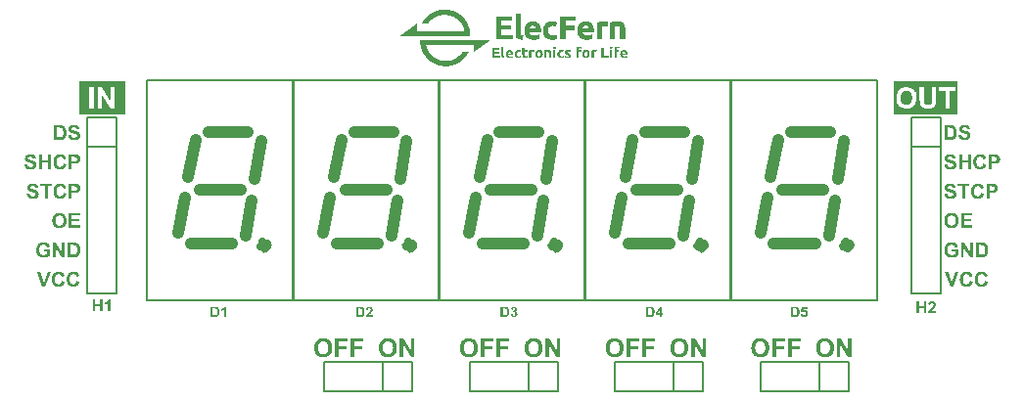
<source format=gto>
G04*
G04 #@! TF.GenerationSoftware,Altium Limited,Altium Designer,21.2.1 (34)*
G04*
G04 Layer_Color=65535*
%FSTAX24Y24*%
%MOIN*%
G70*
G04*
G04 #@! TF.SameCoordinates,B5EDC26F-F54B-4B64-A331-42E7CDC04EED*
G04*
G04*
G04 #@! TF.FilePolarity,Positive*
G04*
G01*
G75*
%ADD10C,0.0400*%
%ADD11C,0.0079*%
G36*
X04278Y031632D02*
X042832D01*
Y031623D01*
X042866D01*
Y031614D01*
X042874D01*
Y031597D01*
X042866D01*
Y031555D01*
X042857D01*
Y031512D01*
X042849D01*
Y031477D01*
X04284D01*
Y031469D01*
X042832D01*
Y031477D01*
X042797D01*
Y031486D01*
X042669D01*
Y031477D01*
X04266D01*
Y031032D01*
X04248D01*
Y031409D01*
Y031417D01*
Y031597D01*
X042506D01*
Y031606D01*
X042532D01*
Y031614D01*
X042566D01*
Y031623D01*
X0426D01*
Y031632D01*
X042643D01*
Y03164D01*
X04278D01*
Y031632D01*
D02*
G37*
G36*
X041032D02*
X041075D01*
Y031623D01*
X041101D01*
Y031614D01*
X041127D01*
Y03158D01*
X041118D01*
Y031546D01*
X041109D01*
Y03152D01*
X041101D01*
Y031486D01*
X041092D01*
Y031469D01*
X041067D01*
Y031477D01*
X041041D01*
Y031486D01*
X040998D01*
Y031495D01*
X040947D01*
Y031486D01*
X040912D01*
Y031477D01*
X040895D01*
Y031469D01*
X040878D01*
Y031452D01*
X04087D01*
Y031443D01*
X040861D01*
Y031435D01*
X040852D01*
Y031426D01*
X040844D01*
Y0314D01*
X040835D01*
Y031366D01*
X040827D01*
Y031289D01*
X040835D01*
Y031255D01*
X040844D01*
Y031229D01*
X040852D01*
Y03122D01*
X040861D01*
Y031203D01*
X04087D01*
Y031195D01*
X040887D01*
Y031186D01*
X040895D01*
Y031178D01*
X040912D01*
Y031169D01*
X040964D01*
Y03116D01*
X040998D01*
Y031169D01*
X041058D01*
Y031178D01*
X041092D01*
Y031186D01*
X041109D01*
Y031178D01*
X041118D01*
Y031126D01*
X041127D01*
Y031083D01*
X041135D01*
Y03104D01*
X041118D01*
Y031032D01*
X041084D01*
Y031023D01*
X041049D01*
Y031015D01*
X040887D01*
Y031023D01*
X040852D01*
Y031032D01*
X040818D01*
Y03104D01*
X040801D01*
Y031049D01*
X040792D01*
Y031058D01*
X040775D01*
Y031066D01*
X040758D01*
Y031075D01*
X04075D01*
Y031083D01*
X040741D01*
Y031092D01*
X040732D01*
Y0311D01*
X040724D01*
Y031109D01*
X040715D01*
Y031118D01*
X040707D01*
Y031135D01*
X040698D01*
Y031143D01*
X04069D01*
Y03116D01*
X040681D01*
Y031169D01*
Y031186D01*
X040672D01*
Y031203D01*
X040664D01*
Y031246D01*
X040655D01*
Y031409D01*
X040664D01*
Y031443D01*
X040672D01*
Y03146D01*
X040681D01*
Y031477D01*
X04069D01*
Y031495D01*
X040698D01*
Y031512D01*
X040707D01*
Y03152D01*
X040715D01*
Y031529D01*
X040724D01*
Y031546D01*
X040732D01*
Y031555D01*
X040741D01*
Y031563D01*
X04075D01*
Y031572D01*
X040758D01*
Y03158D01*
X040775D01*
Y031589D01*
X040784D01*
Y031597D01*
X040801D01*
Y031606D01*
X040818D01*
Y031614D01*
X040835D01*
Y031623D01*
X040861D01*
Y031632D01*
X040887D01*
Y03164D01*
X041032D01*
Y031632D01*
D02*
G37*
G36*
X037425Y032034D02*
X037477D01*
Y032026D01*
X037511D01*
Y032017D01*
X037554D01*
Y032009D01*
X03758D01*
Y032D01*
X037597D01*
Y031991D01*
X037622D01*
Y031983D01*
X03764D01*
Y031974D01*
X037657D01*
Y031966D01*
X037674D01*
Y031957D01*
X037691D01*
Y031949D01*
X037708D01*
Y03194D01*
X037725D01*
Y031932D01*
X037742D01*
Y031923D01*
X037751D01*
Y031914D01*
X037768D01*
Y031906D01*
X037785D01*
Y031897D01*
X037794D01*
Y031889D01*
X037802D01*
Y03188D01*
X037819D01*
Y031872D01*
X037828D01*
Y031863D01*
X037845D01*
Y031854D01*
X037854D01*
Y031846D01*
X037862D01*
Y031837D01*
X037871D01*
Y031829D01*
X037879D01*
Y03182D01*
X037888D01*
Y031812D01*
X037905D01*
Y031803D01*
X037914D01*
Y031794D01*
X037922D01*
Y031777D01*
X037931D01*
Y031769D01*
X037939D01*
Y03176D01*
X037948D01*
Y031752D01*
X037957D01*
Y031743D01*
X037965D01*
Y031734D01*
X037974D01*
Y031726D01*
X037982D01*
Y031709D01*
X037991D01*
Y0317D01*
X037999D01*
Y031692D01*
X038008D01*
Y031683D01*
X038016D01*
Y031666D01*
X038025D01*
Y031649D01*
X038034D01*
Y03164D01*
X038042D01*
Y031623D01*
X038051D01*
Y031606D01*
X038059D01*
Y031597D01*
X038068D01*
Y03158D01*
X038076D01*
Y031563D01*
X038085D01*
Y031546D01*
X038094D01*
Y031529D01*
X038102D01*
Y031512D01*
X038111D01*
Y031486D01*
X038119D01*
Y031469D01*
X038128D01*
Y031443D01*
X038136D01*
Y031409D01*
X038145D01*
Y031383D01*
X038154D01*
Y031332D01*
X038162D01*
Y03128D01*
X038171D01*
Y031143D01*
X03578D01*
Y031152D01*
X035797D01*
Y03116D01*
X035806D01*
Y031169D01*
X035815D01*
Y031178D01*
X035832D01*
Y031186D01*
X03584D01*
Y031195D01*
X035849D01*
Y031203D01*
X035866D01*
Y031212D01*
X035875D01*
Y03122D01*
X035892D01*
Y031229D01*
X0359D01*
Y031238D01*
X035909D01*
Y031246D01*
X035926D01*
Y031255D01*
X035935D01*
Y031263D01*
X035943D01*
Y031272D01*
X03596D01*
Y03128D01*
X035969D01*
Y031289D01*
X035977D01*
Y031297D01*
X035994D01*
Y031306D01*
X036003D01*
Y031315D01*
X03602D01*
Y031323D01*
X036029D01*
Y031332D01*
X036037D01*
Y03134D01*
X036054D01*
Y031349D01*
X036063D01*
Y031357D01*
X036072D01*
Y031366D01*
X036089D01*
Y031375D01*
X036097D01*
Y031383D01*
X036114D01*
Y031392D01*
X036123D01*
Y0314D01*
X036132D01*
Y031409D01*
X036149D01*
Y031417D01*
X036157D01*
Y031426D01*
X036166D01*
Y031435D01*
X036183D01*
Y031443D01*
X036192D01*
Y031452D01*
X0362D01*
Y03146D01*
X036217D01*
Y031469D01*
X036226D01*
Y031477D01*
X036243D01*
Y031486D01*
X036252D01*
Y031495D01*
X03626D01*
Y031503D01*
X036277D01*
Y031512D01*
X036286D01*
Y03152D01*
X036294D01*
Y031529D01*
X036311D01*
Y031537D01*
X03632D01*
Y031546D01*
X036337D01*
Y031555D01*
X036346D01*
Y031315D01*
X037974D01*
Y031349D01*
X037965D01*
Y031383D01*
X037957D01*
Y031409D01*
X037948D01*
Y031435D01*
X037939D01*
Y031452D01*
X037931D01*
Y031469D01*
X037922D01*
Y031486D01*
X037914D01*
Y031503D01*
X037905D01*
Y03152D01*
X037897D01*
Y031537D01*
X037888D01*
Y031546D01*
X037879D01*
Y031563D01*
X037871D01*
Y031572D01*
X037862D01*
Y03158D01*
X037854D01*
Y031597D01*
X037845D01*
Y031606D01*
X037837D01*
Y031614D01*
X037828D01*
Y031623D01*
X037819D01*
Y031632D01*
X037811D01*
Y031649D01*
X037802D01*
Y031657D01*
X037794D01*
Y031666D01*
X037785D01*
Y031674D01*
X037777D01*
Y031683D01*
X037768D01*
Y031692D01*
X037759D01*
Y0317D01*
X037742D01*
Y031709D01*
X037734D01*
Y031717D01*
X037725D01*
Y031726D01*
X037717D01*
Y031734D01*
X037699D01*
Y031743D01*
X037691D01*
Y031752D01*
X037674D01*
Y03176D01*
X037665D01*
Y031769D01*
X037648D01*
Y031777D01*
X03764D01*
Y031786D01*
X037622D01*
Y031794D01*
X037605D01*
Y031803D01*
X037588D01*
Y031812D01*
X037562D01*
Y03182D01*
X037537D01*
Y031829D01*
X037511D01*
Y031837D01*
X037485D01*
Y031846D01*
X037451D01*
Y031854D01*
X037408D01*
Y031863D01*
X037194D01*
Y031854D01*
X03716D01*
Y031846D01*
X037125D01*
Y031837D01*
X037091D01*
Y031829D01*
X037065D01*
Y03182D01*
X03704D01*
Y031812D01*
X037023D01*
Y031803D01*
X037005D01*
Y031794D01*
X036988D01*
Y031786D01*
X036971D01*
Y031777D01*
X036963D01*
Y031769D01*
X036946D01*
Y03176D01*
X036928D01*
Y031752D01*
X03692D01*
Y031743D01*
X036903D01*
Y031734D01*
X036894D01*
Y031726D01*
X036886D01*
Y031717D01*
X036868D01*
Y031709D01*
X03686D01*
Y0317D01*
X036851D01*
Y031692D01*
X036843D01*
Y031683D01*
X036834D01*
Y031674D01*
X036826D01*
Y031666D01*
X036817D01*
Y031657D01*
X036808D01*
Y031649D01*
X0368D01*
Y03164D01*
X036791D01*
Y031632D01*
X036783D01*
Y031623D01*
X036774D01*
Y031614D01*
X036766D01*
Y031597D01*
X036757D01*
Y031589D01*
X036748D01*
Y031572D01*
X03674D01*
Y031563D01*
X036526D01*
Y031572D01*
X036534D01*
Y031589D01*
X036543D01*
Y031606D01*
X036551D01*
Y031623D01*
X03656D01*
Y031632D01*
X036569D01*
Y031649D01*
X036577D01*
Y031657D01*
X036586D01*
Y031674D01*
X036594D01*
Y031683D01*
X036603D01*
Y031692D01*
X036611D01*
Y031709D01*
X03662D01*
Y031717D01*
X036628D01*
Y031726D01*
X036637D01*
Y031734D01*
X036646D01*
Y031752D01*
X036654D01*
Y03176D01*
X036663D01*
Y031769D01*
X036671D01*
Y031777D01*
X03668D01*
Y031786D01*
X036688D01*
Y031803D01*
X036697D01*
Y031812D01*
X036714D01*
Y03182D01*
X036723D01*
Y031829D01*
X036731D01*
Y031837D01*
X03674D01*
Y031846D01*
X036757D01*
Y031854D01*
X036766D01*
Y031863D01*
X036774D01*
Y031872D01*
X036791D01*
Y03188D01*
X0368D01*
Y031889D01*
X036817D01*
Y031897D01*
X036826D01*
Y031906D01*
X036843D01*
Y031914D01*
X036851D01*
Y031923D01*
X036868D01*
Y031932D01*
X036886D01*
Y03194D01*
X036903D01*
Y031949D01*
X03692D01*
Y031957D01*
X036928D01*
Y031966D01*
X036946D01*
Y031974D01*
X036963D01*
Y031983D01*
X036988D01*
Y031991D01*
X037005D01*
Y032D01*
X03704D01*
Y032009D01*
X037065D01*
Y032017D01*
X0371D01*
Y032026D01*
X037143D01*
Y032034D01*
X037194D01*
Y032043D01*
X037425D01*
Y032034D01*
D02*
G37*
G36*
X04326Y031632D02*
X043294D01*
Y031623D01*
X04332D01*
Y031614D01*
X043346D01*
Y031606D01*
X043363D01*
Y031597D01*
X043371D01*
Y031589D01*
X04338D01*
Y03158D01*
X043389D01*
Y031572D01*
X043397D01*
Y031563D01*
X043406D01*
Y031546D01*
X043414D01*
Y031537D01*
X043423D01*
Y03152D01*
X043431D01*
Y031495D01*
X04344D01*
Y031452D01*
X043448D01*
Y031032D01*
X043277D01*
Y0314D01*
X043269D01*
Y031435D01*
X04326D01*
Y031452D01*
X043251D01*
Y03146D01*
X043243D01*
Y031469D01*
X043234D01*
Y031477D01*
X043226D01*
Y031486D01*
X043114D01*
Y031477D01*
X043106D01*
Y031032D01*
X042934D01*
Y03158D01*
Y031589D01*
Y031606D01*
X042952D01*
Y031614D01*
X042994D01*
Y031623D01*
X043037D01*
Y031632D01*
X043097D01*
Y03164D01*
X04326D01*
Y031632D01*
D02*
G37*
G36*
X041761Y031657D02*
X041418D01*
Y031503D01*
X041726D01*
Y031357D01*
X041718D01*
Y031349D01*
X041418D01*
Y031032D01*
X041229D01*
Y031812D01*
X041761D01*
Y031657D01*
D02*
G37*
G36*
X039593D02*
X039242D01*
Y03152D01*
X03925D01*
Y031512D01*
X039559D01*
Y031366D01*
X039242D01*
Y031186D01*
X039619D01*
Y031032D01*
X039062D01*
Y031812D01*
X039593D01*
Y031657D01*
D02*
G37*
G36*
X042172Y031632D02*
X042206D01*
Y031623D01*
X042232D01*
Y031614D01*
X042249D01*
Y031606D01*
X042266D01*
Y031597D01*
X042275D01*
Y031589D01*
X042283D01*
Y03158D01*
X042292D01*
Y031572D01*
X0423D01*
Y031563D01*
X042309D01*
Y031555D01*
X042318D01*
Y031546D01*
X042326D01*
Y031529D01*
X042335D01*
Y03152D01*
X042343D01*
Y031503D01*
X042352D01*
Y031486D01*
X04236D01*
Y031452D01*
X042369D01*
Y031417D01*
X042378D01*
Y031272D01*
X042001D01*
Y031246D01*
X042009D01*
Y031229D01*
X042018D01*
Y03122D01*
X042026D01*
Y031212D01*
X042035D01*
Y031203D01*
X042043D01*
Y031195D01*
X042052D01*
Y031186D01*
X042069D01*
Y031178D01*
X042086D01*
Y031169D01*
X04212D01*
Y03116D01*
X042198D01*
Y031169D01*
X042249D01*
Y031178D01*
X042283D01*
Y031186D01*
X042309D01*
Y031195D01*
X042318D01*
Y031186D01*
X042326D01*
Y031152D01*
X042335D01*
Y0311D01*
X042343D01*
Y031049D01*
X042335D01*
Y03104D01*
X042309D01*
Y031032D01*
X042275D01*
Y031023D01*
X042223D01*
Y031015D01*
X042052D01*
Y031023D01*
X042018D01*
Y031032D01*
X041992D01*
Y03104D01*
X041966D01*
Y031049D01*
X041958D01*
Y031058D01*
X041941D01*
Y031066D01*
X041932D01*
Y031075D01*
X041923D01*
Y031083D01*
X041906D01*
Y031092D01*
X041898D01*
Y0311D01*
X041889D01*
Y031109D01*
X041881D01*
Y031126D01*
X041872D01*
Y031135D01*
X041863D01*
Y031152D01*
X041855D01*
Y031169D01*
X041846D01*
Y031186D01*
X041838D01*
Y031212D01*
X041829D01*
Y031246D01*
X041821D01*
Y031409D01*
X041829D01*
Y031435D01*
X041838D01*
Y03146D01*
X041846D01*
Y031477D01*
X041855D01*
Y031495D01*
X041863D01*
Y031512D01*
X041872D01*
Y031529D01*
X041881D01*
Y031537D01*
X041889D01*
Y031546D01*
X041898D01*
Y031563D01*
X041915D01*
Y031572D01*
X041923D01*
Y03158D01*
X041932D01*
Y031589D01*
X041941D01*
Y031597D01*
X041958D01*
Y031606D01*
X041975D01*
Y031614D01*
X041992D01*
Y031623D01*
X042018D01*
Y031632D01*
X042043D01*
Y03164D01*
X042172D01*
Y031632D01*
D02*
G37*
G36*
X040373D02*
X040407D01*
Y031623D01*
X040424D01*
Y031614D01*
X040441D01*
Y031606D01*
X040458D01*
Y031597D01*
X040467D01*
Y031589D01*
X040475D01*
Y03158D01*
X040493D01*
Y031572D01*
X040501D01*
Y031563D01*
X04051D01*
Y031555D01*
X040518D01*
Y031537D01*
X040527D01*
Y031529D01*
X040535D01*
Y031512D01*
X040544D01*
Y031495D01*
X040553D01*
Y031477D01*
X040561D01*
Y031443D01*
X04057D01*
Y0314D01*
X040578D01*
Y031272D01*
X040201D01*
Y031238D01*
X04021D01*
Y03122D01*
X040218D01*
Y031212D01*
X040227D01*
Y031203D01*
X040236D01*
Y031195D01*
X040244D01*
Y031186D01*
X04027D01*
Y031178D01*
X040287D01*
Y031169D01*
X040321D01*
Y03116D01*
X040373D01*
Y031169D01*
X04045D01*
Y031178D01*
X040475D01*
Y031186D01*
X04051D01*
Y031195D01*
X040518D01*
Y031186D01*
X040527D01*
Y031135D01*
X040535D01*
Y031075D01*
X040544D01*
Y031049D01*
X040535D01*
Y03104D01*
X04051D01*
Y031032D01*
X040467D01*
Y031023D01*
X040424D01*
Y031015D01*
X040253D01*
Y031023D01*
X040218D01*
Y031032D01*
X040193D01*
Y03104D01*
X040167D01*
Y031049D01*
X04015D01*
Y031058D01*
X040141D01*
Y031066D01*
X040124D01*
Y031075D01*
X040116D01*
Y031083D01*
X040107D01*
Y031092D01*
X040098D01*
Y0311D01*
X04009D01*
Y031109D01*
X040081D01*
Y031118D01*
X040073D01*
Y031135D01*
X040064D01*
Y031143D01*
X040056D01*
Y03116D01*
X040047D01*
Y031178D01*
X040038D01*
Y031203D01*
X04003D01*
Y031238D01*
X040021D01*
Y031306D01*
X040013D01*
Y03134D01*
X040021D01*
Y031417D01*
X04003D01*
Y031443D01*
X040038D01*
Y031469D01*
X040047D01*
Y031486D01*
X040056D01*
Y031503D01*
X040064D01*
Y03152D01*
X040073D01*
Y031529D01*
X040081D01*
Y031537D01*
X04009D01*
Y031555D01*
X040098D01*
Y031563D01*
X040107D01*
Y031572D01*
X040124D01*
Y03158D01*
X040133D01*
Y031589D01*
X040141D01*
Y031597D01*
X04015D01*
Y031606D01*
X040167D01*
Y031614D01*
X040193D01*
Y031623D01*
X04021D01*
Y031632D01*
X040236D01*
Y03164D01*
X040373D01*
Y031632D01*
D02*
G37*
G36*
X039884Y031212D02*
X039893D01*
Y031195D01*
X039901D01*
Y031186D01*
X03991D01*
Y031178D01*
X039927D01*
Y031169D01*
X039953D01*
Y03116D01*
X039979D01*
Y031152D01*
X03997D01*
Y0311D01*
X039961D01*
Y031049D01*
X039953D01*
Y031015D01*
X03991D01*
Y031023D01*
X03985D01*
Y031032D01*
X039816D01*
Y03104D01*
X039799D01*
Y031049D01*
X039781D01*
Y031058D01*
X039773D01*
Y031066D01*
X039756D01*
Y031075D01*
X039747D01*
Y031083D01*
X039739D01*
Y0311D01*
X03973D01*
Y031118D01*
X039721D01*
Y031143D01*
X039713D01*
Y03188D01*
X039721D01*
Y031889D01*
X039781D01*
Y031897D01*
X039833D01*
Y031906D01*
X039884D01*
Y031212D01*
D02*
G37*
G36*
X043251Y030775D02*
X04326D01*
Y030758D01*
X043251D01*
Y030723D01*
X043243D01*
Y030715D01*
X043226D01*
Y030723D01*
X043174D01*
Y030715D01*
X043166D01*
Y030706D01*
X043157D01*
Y030681D01*
X043149D01*
Y030663D01*
X043243D01*
Y030638D01*
Y030629D01*
Y030595D01*
X043149D01*
Y030389D01*
X04308D01*
Y030723D01*
X043089D01*
Y030741D01*
X043097D01*
Y030749D01*
X043106D01*
Y030758D01*
X043114D01*
Y030766D01*
X043123D01*
Y030775D01*
X043131D01*
Y030783D01*
X043251D01*
Y030775D01*
D02*
G37*
G36*
X041949D02*
X041958D01*
Y030749D01*
X041949D01*
Y030715D01*
X041923D01*
Y030723D01*
X041881D01*
Y030715D01*
X041863D01*
Y030698D01*
X041855D01*
Y030663D01*
X041949D01*
Y030595D01*
X041855D01*
Y030458D01*
Y030449D01*
Y030389D01*
X041778D01*
Y030715D01*
X041786D01*
Y030732D01*
X041795D01*
Y030749D01*
X041803D01*
Y030758D01*
X041812D01*
Y030766D01*
X041821D01*
Y030775D01*
X041838D01*
Y030783D01*
X041949D01*
Y030775D01*
D02*
G37*
G36*
X042986D02*
X042994D01*
Y030766D01*
X043003D01*
Y030758D01*
X043012D01*
Y030749D01*
Y030723D01*
X043003D01*
Y030706D01*
X042994D01*
Y030698D01*
X042943D01*
Y030706D01*
X042934D01*
Y030715D01*
X042926D01*
Y030766D01*
X042934D01*
Y030775D01*
X042943D01*
Y030783D01*
X042986D01*
Y030775D01*
D02*
G37*
G36*
X041058D02*
X041075D01*
Y030758D01*
X041084D01*
Y030715D01*
X041075D01*
Y030706D01*
X041067D01*
Y030698D01*
X041015D01*
Y030706D01*
X041007D01*
Y030715D01*
X040998D01*
Y030766D01*
X041007D01*
Y030775D01*
X041024D01*
Y030783D01*
X041058D01*
Y030775D01*
D02*
G37*
G36*
X038865Y031006D02*
X038848D01*
Y030998D01*
X038839D01*
Y030989D01*
X03883D01*
Y03098D01*
X038813D01*
Y030972D01*
X038805D01*
Y030963D01*
X038796D01*
Y030955D01*
X038779D01*
Y030946D01*
X03877D01*
Y030938D01*
X038762D01*
Y030929D01*
X038745D01*
Y030921D01*
X038736D01*
Y030912D01*
X038719D01*
Y030903D01*
X03871D01*
Y030895D01*
X038702D01*
Y030886D01*
X038685D01*
Y030878D01*
X038676D01*
Y030869D01*
X038668D01*
Y030861D01*
X038651D01*
Y030852D01*
X038642D01*
Y030843D01*
X038633D01*
Y030835D01*
X038616D01*
Y030826D01*
X038608D01*
Y030818D01*
X038591D01*
Y030809D01*
X038582D01*
Y030801D01*
X038573D01*
Y030792D01*
X038556D01*
Y030783D01*
X038548D01*
Y030775D01*
X038539D01*
Y030766D01*
X038522D01*
Y030758D01*
X038513D01*
Y030749D01*
X038496D01*
Y030741D01*
X038488D01*
Y030732D01*
X038479D01*
Y030723D01*
X038462D01*
Y030715D01*
X038453D01*
Y030706D01*
X038445D01*
Y030698D01*
X038428D01*
Y030689D01*
X038419D01*
Y030681D01*
X038411D01*
Y030672D01*
X038393D01*
Y030663D01*
X038385D01*
Y030655D01*
X038368D01*
Y030646D01*
X038359D01*
Y030638D01*
X038351D01*
Y030629D01*
X038333D01*
Y030621D01*
X038325D01*
Y030612D01*
X038316D01*
Y030603D01*
X038299D01*
Y030843D01*
X036663D01*
Y030826D01*
X036671D01*
Y030792D01*
X03668D01*
Y030766D01*
X036688D01*
Y030741D01*
X036697D01*
Y030715D01*
X036706D01*
Y030698D01*
X036714D01*
Y030681D01*
X036723D01*
Y030663D01*
X036731D01*
Y030646D01*
X03674D01*
Y030629D01*
X036748D01*
Y030621D01*
X036757D01*
Y030603D01*
X036766D01*
Y030595D01*
X036774D01*
Y030578D01*
X036783D01*
Y030569D01*
X036791D01*
Y030561D01*
X0368D01*
Y030544D01*
X036808D01*
Y030535D01*
X036817D01*
Y030526D01*
X036826D01*
Y030518D01*
X036834D01*
Y030509D01*
X036843D01*
Y030501D01*
X036851D01*
Y030492D01*
X03686D01*
Y030484D01*
X036868D01*
Y030475D01*
X036877D01*
Y030466D01*
X036886D01*
Y030458D01*
X036894D01*
Y030449D01*
X036903D01*
Y030441D01*
X03692D01*
Y030432D01*
X036928D01*
Y030424D01*
X036937D01*
Y030415D01*
X036954D01*
Y030406D01*
X036963D01*
Y030398D01*
X03698D01*
Y030389D01*
X036988D01*
Y030381D01*
X037005D01*
Y030372D01*
X037023D01*
Y030364D01*
X03704D01*
Y030355D01*
X037057D01*
Y030346D01*
X037074D01*
Y030338D01*
X0371D01*
Y030329D01*
X037125D01*
Y030321D01*
X03716D01*
Y030312D01*
X037194D01*
Y030304D01*
X037237D01*
Y030295D01*
X037434D01*
Y030304D01*
X037485D01*
Y030312D01*
X03752D01*
Y030321D01*
X037545D01*
Y030329D01*
X037571D01*
Y030338D01*
X037597D01*
Y030346D01*
X037614D01*
Y030355D01*
X037631D01*
Y030364D01*
X037648D01*
Y030372D01*
X037674D01*
Y030381D01*
X037682D01*
Y030389D01*
X037699D01*
Y030398D01*
X037708D01*
Y030406D01*
X037725D01*
Y030415D01*
X037734D01*
Y030424D01*
X037742D01*
Y030432D01*
X037759D01*
Y030441D01*
X037768D01*
Y030449D01*
X037777D01*
Y030458D01*
X037794D01*
Y030466D01*
X037802D01*
Y030475D01*
X037811D01*
Y030484D01*
X037819D01*
Y030492D01*
X037828D01*
Y030501D01*
X037837D01*
Y030509D01*
X037845D01*
Y030526D01*
X037854D01*
Y030535D01*
X037862D01*
Y030544D01*
X037871D01*
Y030552D01*
X037879D01*
Y030561D01*
X037888D01*
Y030578D01*
X037897D01*
Y030586D01*
X037905D01*
Y030595D01*
X038119D01*
Y030586D01*
X038111D01*
Y030578D01*
X038102D01*
Y030561D01*
X038094D01*
Y030544D01*
X038085D01*
Y030535D01*
X038076D01*
Y030518D01*
X038068D01*
Y030501D01*
X038059D01*
Y030492D01*
X038051D01*
Y030484D01*
X038042D01*
Y030466D01*
X038034D01*
Y030458D01*
X038025D01*
Y030449D01*
X038016D01*
Y030432D01*
X038008D01*
Y030424D01*
X037999D01*
Y030415D01*
X037991D01*
Y030398D01*
X037982D01*
Y030389D01*
X037974D01*
Y030381D01*
X037965D01*
Y030372D01*
X037957D01*
Y030364D01*
X037948D01*
Y030355D01*
X037931D01*
Y030346D01*
X037922D01*
Y030338D01*
X037914D01*
Y030329D01*
X037905D01*
Y030321D01*
X037897D01*
Y030312D01*
X037888D01*
Y030304D01*
X037879D01*
Y030295D01*
X037862D01*
Y030286D01*
X037854D01*
Y030278D01*
X037845D01*
Y030269D01*
X037828D01*
Y030261D01*
X037819D01*
Y030252D01*
X037802D01*
Y030244D01*
X037794D01*
Y030235D01*
X037777D01*
Y030227D01*
X037759D01*
Y030218D01*
X037742D01*
Y030209D01*
X037725D01*
Y030201D01*
X037708D01*
Y030192D01*
X037691D01*
Y030184D01*
X037674D01*
Y030175D01*
X037648D01*
Y030167D01*
X037631D01*
Y030158D01*
X037605D01*
Y030149D01*
X037588D01*
Y030141D01*
X037554D01*
Y030132D01*
X037511D01*
Y030124D01*
X037468D01*
Y030115D01*
X03722D01*
Y030124D01*
X03716D01*
Y030132D01*
X037134D01*
Y030141D01*
X0371D01*
Y030149D01*
X037074D01*
Y030158D01*
X037048D01*
Y030167D01*
X037023D01*
Y030175D01*
X037005D01*
Y030184D01*
X036988D01*
Y030192D01*
X036971D01*
Y030201D01*
X036954D01*
Y030209D01*
X036937D01*
Y030218D01*
X03692D01*
Y030227D01*
X036903D01*
Y030235D01*
X036886D01*
Y030244D01*
X036877D01*
Y030252D01*
X03686D01*
Y030261D01*
X036851D01*
Y030269D01*
X036834D01*
Y030278D01*
X036826D01*
Y030286D01*
X036808D01*
Y030295D01*
X0368D01*
Y030304D01*
X036791D01*
Y030312D01*
X036783D01*
Y030321D01*
X036766D01*
Y030329D01*
X036757D01*
Y030338D01*
X036748D01*
Y030346D01*
X03674D01*
Y030355D01*
X036731D01*
Y030364D01*
X036723D01*
Y030372D01*
X036714D01*
Y030381D01*
X036706D01*
Y030389D01*
X036697D01*
Y030398D01*
X036688D01*
Y030406D01*
X03668D01*
Y030415D01*
X036671D01*
Y030432D01*
X036663D01*
Y030441D01*
X036654D01*
Y030449D01*
X036646D01*
Y030466D01*
X036637D01*
Y030475D01*
X036628D01*
Y030484D01*
X03662D01*
Y030501D01*
X036611D01*
Y030509D01*
X036603D01*
Y030526D01*
X036594D01*
Y030544D01*
X036586D01*
Y030552D01*
X036577D01*
Y030569D01*
X036569D01*
Y030586D01*
X03656D01*
Y030603D01*
X036551D01*
Y030621D01*
X036543D01*
Y030638D01*
X036534D01*
Y030663D01*
X036526D01*
Y030681D01*
X036517D01*
Y030706D01*
X036509D01*
Y030741D01*
X0365D01*
Y030766D01*
X036491D01*
Y030809D01*
X036483D01*
Y030852D01*
X036474D01*
Y030938D01*
X036466D01*
Y031015D01*
X038865D01*
Y031006D01*
D02*
G37*
G36*
X042463Y030655D02*
X04248D01*
Y030646D01*
X042472D01*
Y030603D01*
X042463D01*
Y030595D01*
X042437D01*
Y030603D01*
X042395D01*
Y030595D01*
X042378D01*
Y030561D01*
Y030552D01*
Y030389D01*
X0423D01*
Y030646D01*
X042326D01*
Y030655D01*
X042369D01*
Y030663D01*
X042463D01*
Y030655D01*
D02*
G37*
G36*
X041564D02*
X041589D01*
Y030646D01*
X041581D01*
Y030603D01*
X041572D01*
Y030595D01*
X041555D01*
Y030603D01*
X041478D01*
Y030569D01*
X041486D01*
Y030561D01*
X041512D01*
Y030552D01*
X041529D01*
Y030544D01*
X041546D01*
Y030535D01*
X041564D01*
Y030526D01*
X041572D01*
Y030518D01*
X041581D01*
Y030509D01*
X041589D01*
Y030492D01*
X041598D01*
Y030441D01*
X041589D01*
Y030424D01*
X041581D01*
Y030415D01*
X041572D01*
Y030406D01*
X041564D01*
Y030398D01*
X041538D01*
Y030389D01*
X041409D01*
Y030398D01*
X041392D01*
Y030432D01*
X041401D01*
Y030458D01*
X041426D01*
Y030449D01*
X041469D01*
Y030441D01*
X041495D01*
Y030449D01*
X041521D01*
Y030475D01*
X041512D01*
Y030484D01*
X041495D01*
Y030492D01*
X041478D01*
Y030501D01*
X041461D01*
Y030509D01*
X041444D01*
Y030518D01*
X041426D01*
Y030526D01*
X041418D01*
Y030535D01*
X041409D01*
Y030552D01*
X041401D01*
Y030621D01*
X041409D01*
Y030638D01*
X041426D01*
Y030646D01*
X041435D01*
Y030655D01*
X041452D01*
Y030663D01*
X041564D01*
Y030655D01*
D02*
G37*
G36*
X041324D02*
X041349D01*
Y030629D01*
X041341D01*
Y030603D01*
X041332D01*
Y030595D01*
X041307D01*
Y030603D01*
X041255D01*
Y030595D01*
X041247D01*
Y030586D01*
X041229D01*
Y030569D01*
X041221D01*
Y030544D01*
X041212D01*
Y030509D01*
Y030501D01*
X041221D01*
Y030484D01*
X041229D01*
Y030466D01*
X041238D01*
Y030458D01*
X041255D01*
Y030449D01*
X041324D01*
Y030458D01*
X041349D01*
Y030406D01*
X041358D01*
Y030398D01*
X041349D01*
Y030389D01*
X041221D01*
Y030398D01*
X041204D01*
Y030406D01*
X041187D01*
Y030415D01*
X041178D01*
Y030424D01*
X041169D01*
Y030432D01*
X041161D01*
Y030449D01*
X041152D01*
Y030466D01*
X041144D01*
Y030509D01*
X041135D01*
Y030544D01*
X041144D01*
Y030578D01*
X041152D01*
Y030603D01*
X041161D01*
Y030612D01*
X041169D01*
Y030621D01*
X041178D01*
Y030629D01*
X041187D01*
Y030638D01*
X041195D01*
Y030646D01*
X041204D01*
Y030655D01*
X041229D01*
Y030663D01*
X041324D01*
Y030655D01*
D02*
G37*
G36*
X040338D02*
X040347D01*
Y030612D01*
X040338D01*
Y030595D01*
X040313D01*
Y030603D01*
X04027D01*
Y030595D01*
X040253D01*
Y030389D01*
X040176D01*
Y030595D01*
Y030603D01*
Y030646D01*
X040201D01*
Y030655D01*
X040244D01*
Y030663D01*
X040338D01*
Y030655D01*
D02*
G37*
G36*
X039867D02*
X039893D01*
Y030629D01*
X039884D01*
Y030603D01*
X039876D01*
Y030595D01*
X03985D01*
Y030603D01*
X039799D01*
Y030595D01*
X03979D01*
Y030586D01*
X039773D01*
Y030569D01*
X039764D01*
Y030544D01*
X039756D01*
Y030501D01*
X039764D01*
Y030484D01*
X039773D01*
Y030466D01*
X039781D01*
Y030458D01*
X039799D01*
Y030449D01*
X039867D01*
Y030458D01*
X039893D01*
Y030406D01*
X039901D01*
Y030398D01*
X039893D01*
Y030389D01*
X039764D01*
Y030398D01*
X039747D01*
Y030406D01*
X03973D01*
Y030415D01*
X039721D01*
Y030424D01*
X039713D01*
Y030432D01*
X039704D01*
Y030441D01*
X039696D01*
Y030466D01*
X039687D01*
Y030509D01*
X039679D01*
Y030535D01*
X039687D01*
Y030586D01*
X039696D01*
Y030603D01*
X039704D01*
Y030612D01*
X039713D01*
Y030629D01*
X039721D01*
Y030638D01*
X03973D01*
Y030646D01*
X039747D01*
Y030655D01*
X039773D01*
Y030663D01*
X039867D01*
Y030655D01*
D02*
G37*
G36*
X043457D02*
X043474D01*
Y030646D01*
X043491D01*
Y030638D01*
X0435D01*
Y030629D01*
X043508D01*
Y030612D01*
X043517D01*
Y030595D01*
X043526D01*
Y030552D01*
X043534D01*
Y030501D01*
X043363D01*
Y030475D01*
X043371D01*
Y030466D01*
X04338D01*
Y030458D01*
X043397D01*
Y030449D01*
X043474D01*
Y030458D01*
X043508D01*
Y030424D01*
X043517D01*
Y030398D01*
X043491D01*
Y030389D01*
X043363D01*
Y030398D01*
X043346D01*
Y030406D01*
X043329D01*
Y030415D01*
X04332D01*
Y030424D01*
X043311D01*
Y030432D01*
X043303D01*
Y030449D01*
X043294D01*
Y030466D01*
X043286D01*
Y030509D01*
X043277D01*
Y030544D01*
X043286D01*
Y030586D01*
X043294D01*
Y030603D01*
X043303D01*
Y030621D01*
X043311D01*
Y030629D01*
X04332D01*
Y030638D01*
X043329D01*
Y030646D01*
X043346D01*
Y030655D01*
X043371D01*
Y030663D01*
X043457D01*
Y030655D01*
D02*
G37*
G36*
X043003Y030646D02*
Y030638D01*
Y030389D01*
X042926D01*
Y030663D01*
X043003D01*
Y030646D01*
D02*
G37*
G36*
X04272Y030466D02*
X042729D01*
Y030458D01*
X042883D01*
Y030389D01*
X042643D01*
Y030749D01*
X04272D01*
Y030466D01*
D02*
G37*
G36*
X042155Y030655D02*
X04218D01*
Y030646D01*
X042189D01*
Y030638D01*
X042206D01*
Y030629D01*
X042215D01*
Y030612D01*
X042223D01*
Y030603D01*
X042232D01*
Y030586D01*
X04224D01*
Y030518D01*
Y030509D01*
Y030466D01*
X042232D01*
Y030449D01*
X042223D01*
Y030441D01*
X042215D01*
Y030424D01*
X042206D01*
Y030415D01*
X042189D01*
Y030406D01*
X04218D01*
Y030398D01*
X042172D01*
Y030389D01*
X04206D01*
Y030398D01*
X042043D01*
Y030406D01*
X042035D01*
Y030415D01*
X042018D01*
Y030432D01*
X042009D01*
Y030441D01*
X042001D01*
Y030458D01*
X041992D01*
Y030475D01*
X041983D01*
Y030578D01*
X041992D01*
Y030595D01*
X042001D01*
Y030612D01*
X042009D01*
Y030621D01*
X042018D01*
Y030629D01*
X042026D01*
Y030638D01*
X042035D01*
Y030646D01*
X042043D01*
Y030655D01*
X042069D01*
Y030663D01*
X042155D01*
Y030655D01*
D02*
G37*
G36*
X041075Y030389D02*
X041007D01*
Y030663D01*
X041075D01*
Y030389D01*
D02*
G37*
G36*
X04087Y030655D02*
X040887D01*
Y030646D01*
X040895D01*
Y030638D01*
X040912D01*
Y030621D01*
X040921D01*
Y030603D01*
X04093D01*
Y030389D01*
X040861D01*
Y030552D01*
X040852D01*
Y030586D01*
X040844D01*
Y030595D01*
X040827D01*
Y030603D01*
X040784D01*
Y030595D01*
X040775D01*
Y030389D01*
X040707D01*
Y030655D01*
X04075D01*
Y030663D01*
X04087D01*
Y030655D01*
D02*
G37*
G36*
X040553D02*
X040578D01*
Y030646D01*
X040587D01*
Y030638D01*
X040604D01*
Y030629D01*
X040613D01*
Y030621D01*
X040621D01*
Y030603D01*
X04063D01*
Y030586D01*
X040638D01*
Y030561D01*
Y030552D01*
Y030535D01*
X040647D01*
Y030509D01*
X040638D01*
Y030466D01*
X04063D01*
Y030449D01*
X040621D01*
Y030432D01*
X040613D01*
Y030424D01*
X040604D01*
Y030415D01*
X040595D01*
Y030406D01*
X040578D01*
Y030398D01*
X04057D01*
Y030389D01*
X040458D01*
Y030398D01*
X040441D01*
Y030406D01*
X040433D01*
Y030415D01*
X040424D01*
Y030424D01*
X040415D01*
Y030432D01*
X040407D01*
Y030441D01*
X040398D01*
Y030458D01*
X04039D01*
Y030475D01*
X040381D01*
Y030569D01*
X04039D01*
Y030595D01*
X040398D01*
Y030612D01*
X040407D01*
Y030621D01*
X040415D01*
Y030629D01*
X040424D01*
Y030638D01*
X040433D01*
Y030646D01*
X04045D01*
Y030655D01*
X040467D01*
Y030663D01*
X040553D01*
Y030655D01*
D02*
G37*
G36*
X040021Y030723D02*
Y030715D01*
Y030663D01*
X040116D01*
Y030595D01*
X040021D01*
Y030484D01*
X04003D01*
Y030458D01*
X040047D01*
Y030449D01*
X040107D01*
Y030458D01*
X040116D01*
Y030432D01*
X040124D01*
Y030398D01*
X040116D01*
Y030389D01*
X040004D01*
Y030398D01*
X039987D01*
Y030406D01*
X039979D01*
Y030415D01*
X03997D01*
Y030424D01*
X039961D01*
Y030441D01*
X039953D01*
Y030492D01*
X039944D01*
Y030723D01*
X039953D01*
Y030732D01*
X040004D01*
Y030741D01*
X040021D01*
Y030723D01*
D02*
G37*
G36*
X039559Y030655D02*
X039576D01*
Y030646D01*
X039593D01*
Y030638D01*
X039602D01*
Y030629D01*
X03961D01*
Y030612D01*
X039619D01*
Y030595D01*
X039627D01*
Y030569D01*
X039636D01*
Y030501D01*
X039464D01*
Y030475D01*
X039473D01*
Y030466D01*
X039482D01*
Y030458D01*
X039499D01*
Y030449D01*
X039584D01*
Y030458D01*
X03961D01*
Y030424D01*
X039619D01*
Y030398D01*
X039602D01*
Y030389D01*
X039464D01*
Y030398D01*
X039447D01*
Y030406D01*
X03943D01*
Y030415D01*
X039422D01*
Y030424D01*
X039413D01*
Y030432D01*
X039404D01*
Y030449D01*
X039396D01*
Y030466D01*
X039387D01*
Y030509D01*
X039379D01*
Y030544D01*
X039387D01*
Y030586D01*
X039396D01*
Y030603D01*
X039404D01*
Y030612D01*
X039413D01*
Y030629D01*
X039422D01*
Y030638D01*
X03943D01*
Y030646D01*
X039447D01*
Y030655D01*
X039464D01*
Y030663D01*
X039559D01*
Y030655D01*
D02*
G37*
G36*
X03931Y030466D02*
X039319D01*
Y030458D01*
X039327D01*
Y030449D01*
X039353D01*
Y030424D01*
X039344D01*
Y030389D01*
X039285D01*
Y030398D01*
X039267D01*
Y030406D01*
X039259D01*
Y030415D01*
X03925D01*
Y030424D01*
X039242D01*
Y030449D01*
X039233D01*
Y030715D01*
Y030723D01*
Y030775D01*
X039259D01*
Y030783D01*
X03931D01*
Y030466D01*
D02*
G37*
G36*
X039165Y030681D02*
X03901D01*
Y030612D01*
X039147D01*
Y030544D01*
X03901D01*
Y030458D01*
X039182D01*
Y030389D01*
X038933D01*
Y030723D01*
Y030732D01*
Y030749D01*
X039165D01*
Y030681D01*
D02*
G37*
G36*
X041238Y020206D02*
X04111D01*
X040854Y020622D01*
Y020206D01*
X040737D01*
Y020837D01*
X04086D01*
X04112Y020412D01*
Y020837D01*
X041238D01*
Y020206D01*
D02*
G37*
G36*
X040343Y020848D02*
X040352D01*
X040364Y020846D01*
X040378Y020844D01*
X040393Y020841D01*
X04041Y020838D01*
X040427Y020833D01*
X040445Y020828D01*
X040463Y02082D01*
X040482Y020812D01*
X040501Y020802D01*
X040519Y02079D01*
X040536Y020777D01*
X040553Y020761D01*
X040553Y02076D01*
X040556Y020757D01*
X040561Y020752D01*
X040565Y020746D01*
X040572Y020736D01*
X040579Y020725D01*
X040586Y020713D01*
X040594Y020698D01*
X040603Y020683D01*
X04061Y020664D01*
X040617Y020644D01*
X040624Y020623D01*
X040629Y0206D01*
X040633Y020575D01*
X040635Y020549D01*
X040636Y020521D01*
Y020519D01*
Y020514D01*
X040635Y020506D01*
Y020495D01*
X040634Y020482D01*
X040632Y020468D01*
X040629Y02045D01*
X040626Y020433D01*
X040622Y020414D01*
X040616Y020394D01*
X040609Y020374D01*
X040601Y020354D01*
X040592Y020335D01*
X04058Y020316D01*
X040567Y020297D01*
X040553Y02028D01*
X040552Y020279D01*
X040549Y020276D01*
X040544Y020272D01*
X040537Y020266D01*
X040529Y02026D01*
X040519Y020253D01*
X040507Y020245D01*
X040494Y020237D01*
X040479Y020229D01*
X040462Y020222D01*
X040444Y020214D01*
X040424Y020208D01*
X040403Y020203D01*
X04038Y020198D01*
X040357Y020195D01*
X040331Y020194D01*
X040325D01*
X040318Y020195D01*
X040308Y020196D01*
X040297Y020197D01*
X040283Y020199D01*
X040267Y020202D01*
X040251Y020205D01*
X040233Y02021D01*
X040215Y020215D01*
X040196Y020223D01*
X040178Y020231D01*
X040159Y02024D01*
X040142Y020252D01*
X040124Y020265D01*
X040108Y02028D01*
X040107Y020281D01*
X040104Y020284D01*
X040101Y020289D01*
X040095Y020295D01*
X040089Y020305D01*
X040082Y020316D01*
X040074Y020327D01*
X040067Y020342D01*
X040059Y020357D01*
X040051Y020376D01*
X040044Y020395D01*
X040038Y020416D01*
X040032Y020439D01*
X040029Y020463D01*
X040026Y02049D01*
X040025Y020517D01*
Y020518D01*
Y020521D01*
Y020526D01*
X040026Y020533D01*
Y020541D01*
X040027Y020551D01*
X040028Y020561D01*
X040029Y020573D01*
X040032Y020599D01*
X040037Y020626D01*
X040044Y020654D01*
X040053Y020679D01*
Y02068D01*
X040054Y020681D01*
X040056Y020684D01*
X040057Y020687D01*
X040062Y020696D01*
X040069Y020708D01*
X040077Y020722D01*
X040087Y020735D01*
X040099Y020751D01*
X040112Y020766D01*
X040113Y020766D01*
X040113Y020767D01*
X040118Y020772D01*
X040126Y020779D01*
X040136Y020787D01*
X040148Y020797D01*
X040162Y020807D01*
X040177Y020816D01*
X040194Y020823D01*
X040195D01*
X040196Y020824D01*
X0402Y020826D01*
X040205Y020827D01*
X04021Y020829D01*
X040216Y020831D01*
X040225Y020833D01*
X040233Y020836D01*
X040253Y02084D01*
X040276Y020845D01*
X040302Y020848D01*
X040329Y020848D01*
X040336D01*
X040343Y020848D01*
D02*
G37*
G36*
X044465Y02073D02*
X04416D01*
Y020581D01*
X044423D01*
Y020474D01*
X04416D01*
Y020206D01*
X044032D01*
Y020837D01*
X044465D01*
Y02073D01*
D02*
G37*
G36*
X043926D02*
X043621D01*
Y020581D01*
X043884D01*
Y020474D01*
X043621D01*
Y020206D01*
X043494D01*
Y020837D01*
X043926D01*
Y02073D01*
D02*
G37*
G36*
X0431Y020848D02*
X043109D01*
X043121Y020846D01*
X043135Y020844D01*
X04315Y020841D01*
X043167Y020838D01*
X043184Y020833D01*
X043202Y020828D01*
X04322Y02082D01*
X043239Y020812D01*
X043258Y020802D01*
X043276Y02079D01*
X043293Y020777D01*
X04331Y020761D01*
X043311Y02076D01*
X043313Y020757D01*
X043318Y020752D01*
X043322Y020746D01*
X043329Y020736D01*
X043336Y020725D01*
X043343Y020713D01*
X043352Y020698D01*
X04336Y020683D01*
X043367Y020664D01*
X043374Y020644D01*
X043381Y020623D01*
X043386Y0206D01*
X04339Y020575D01*
X043393Y020549D01*
X043393Y020521D01*
Y020519D01*
Y020514D01*
X043393Y020506D01*
Y020495D01*
X043391Y020482D01*
X043389Y020468D01*
X043386Y02045D01*
X043383Y020433D01*
X043379Y020414D01*
X043373Y020394D01*
X043366Y020374D01*
X043358Y020354D01*
X043349Y020335D01*
X043337Y020316D01*
X043324Y020297D01*
X04331Y02028D01*
X043309Y020279D01*
X043306Y020276D01*
X043301Y020272D01*
X043294Y020266D01*
X043286Y02026D01*
X043276Y020253D01*
X043264Y020245D01*
X043251Y020237D01*
X043236Y020229D01*
X043219Y020222D01*
X043201Y020214D01*
X043181Y020208D01*
X04316Y020203D01*
X043137Y020198D01*
X043114Y020195D01*
X043088Y020194D01*
X043082D01*
X043075Y020195D01*
X043065Y020196D01*
X043054Y020197D01*
X04304Y020199D01*
X043024Y020202D01*
X043008Y020205D01*
X04299Y02021D01*
X042973Y020215D01*
X042953Y020223D01*
X042935Y020231D01*
X042916Y02024D01*
X042899Y020252D01*
X042881Y020265D01*
X042865Y02028D01*
X042864Y020281D01*
X042861Y020284D01*
X042858Y020289D01*
X042852Y020295D01*
X042846Y020305D01*
X042839Y020316D01*
X042831Y020327D01*
X042824Y020342D01*
X042816Y020357D01*
X042809Y020376D01*
X042801Y020395D01*
X042795Y020416D01*
X042789Y020439D01*
X042786Y020463D01*
X042783Y02049D01*
X042782Y020517D01*
Y020518D01*
Y020521D01*
Y020526D01*
X042783Y020533D01*
Y020541D01*
X042784Y020551D01*
X042785Y020561D01*
X042786Y020573D01*
X042789Y020599D01*
X042794Y020626D01*
X042801Y020654D01*
X04281Y020679D01*
Y02068D01*
X042811Y020681D01*
X042813Y020684D01*
X042814Y020687D01*
X04282Y020696D01*
X042826Y020708D01*
X042834Y020722D01*
X042844Y020735D01*
X042856Y020751D01*
X042869Y020766D01*
X04287Y020766D01*
X042871Y020767D01*
X042875Y020772D01*
X042883Y020779D01*
X042893Y020787D01*
X042905Y020797D01*
X042919Y020807D01*
X042934Y020816D01*
X042951Y020823D01*
X042952D01*
X042953Y020824D01*
X042957Y020826D01*
X042962Y020827D01*
X042967Y020829D01*
X042973Y020831D01*
X042982Y020833D01*
X04299Y020836D01*
X04301Y02084D01*
X043033Y020845D01*
X043059Y020848D01*
X043086Y020848D01*
X043093D01*
X0431Y020848D01*
D02*
G37*
G36*
X026427Y028466D02*
X024853D01*
Y029608D01*
X026427D01*
Y028466D01*
D02*
G37*
G36*
X046198Y020206D02*
X046071D01*
X045815Y020622D01*
Y020206D01*
X045697D01*
Y020837D01*
X04582D01*
X046081Y020412D01*
Y020837D01*
X046198D01*
Y020206D01*
D02*
G37*
G36*
X045304Y020848D02*
X045313D01*
X045325Y020846D01*
X045338Y020844D01*
X045354Y020841D01*
X04537Y020838D01*
X045387Y020833D01*
X045406Y020828D01*
X045424Y02082D01*
X045443Y020812D01*
X045461Y020802D01*
X045479Y02079D01*
X045497Y020777D01*
X045513Y020761D01*
X045514Y02076D01*
X045517Y020757D01*
X045521Y020752D01*
X045526Y020746D01*
X045532Y020736D01*
X04554Y020725D01*
X045547Y020713D01*
X045555Y020698D01*
X045563Y020683D01*
X045571Y020664D01*
X045578Y020644D01*
X045584Y020623D01*
X04559Y0206D01*
X045593Y020575D01*
X045596Y020549D01*
X045597Y020521D01*
Y020519D01*
Y020514D01*
X045596Y020506D01*
Y020495D01*
X045594Y020482D01*
X045592Y020468D01*
X04559Y02045D01*
X045587Y020433D01*
X045582Y020414D01*
X045577Y020394D01*
X04557Y020374D01*
X045561Y020354D01*
X045552Y020335D01*
X04554Y020316D01*
X045528Y020297D01*
X045513Y02028D01*
X045512Y020279D01*
X04551Y020276D01*
X045505Y020272D01*
X045498Y020266D01*
X045489Y02026D01*
X045479Y020253D01*
X045468Y020245D01*
X045455Y020237D01*
X045439Y020229D01*
X045423Y020222D01*
X045405Y020214D01*
X045385Y020208D01*
X045364Y020203D01*
X045341Y020198D01*
X045317Y020195D01*
X045292Y020194D01*
X045285D01*
X045278Y020195D01*
X045269Y020196D01*
X045257Y020197D01*
X045244Y020199D01*
X045228Y020202D01*
X045212Y020205D01*
X045193Y02021D01*
X045176Y020215D01*
X045157Y020223D01*
X045139Y020231D01*
X04512Y02024D01*
X045102Y020252D01*
X045085Y020265D01*
X045069Y02028D01*
X045068Y020281D01*
X045065Y020284D01*
X045061Y020289D01*
X045056Y020295D01*
X045049Y020305D01*
X045042Y020316D01*
X045035Y020327D01*
X045028Y020342D01*
X045019Y020357D01*
X045012Y020376D01*
X045005Y020395D01*
X044998Y020416D01*
X044993Y020439D01*
X044989Y020463D01*
X044987Y02049D01*
X044986Y020517D01*
Y020518D01*
Y020521D01*
Y020526D01*
X044987Y020533D01*
Y020541D01*
X044988Y020551D01*
X044988Y020561D01*
X044989Y020573D01*
X044993Y020599D01*
X044998Y020626D01*
X045005Y020654D01*
X045014Y020679D01*
Y02068D01*
X045015Y020681D01*
X045017Y020684D01*
X045018Y020687D01*
X045023Y020696D01*
X045029Y020708D01*
X045038Y020722D01*
X045048Y020735D01*
X045059Y020751D01*
X045072Y020766D01*
X045073Y020766D01*
X045074Y020767D01*
X045079Y020772D01*
X045087Y020779D01*
X045097Y020787D01*
X045109Y020797D01*
X045122Y020807D01*
X045138Y020816D01*
X045154Y020823D01*
X045155D01*
X045157Y020824D01*
X045161Y020826D01*
X045165Y020827D01*
X045171Y020829D01*
X045177Y020831D01*
X045185Y020833D01*
X045193Y020836D01*
X045213Y02084D01*
X045236Y020845D01*
X045263Y020848D01*
X04529Y020848D01*
X045296D01*
X045304Y020848D01*
D02*
G37*
G36*
X036277Y020206D02*
X036149D01*
X035893Y020622D01*
Y020206D01*
X035776D01*
Y020837D01*
X035899D01*
X036159Y020412D01*
Y020837D01*
X036277D01*
Y020206D01*
D02*
G37*
G36*
X035382Y020848D02*
X035391D01*
X035403Y020846D01*
X035417Y020844D01*
X035432Y020841D01*
X035449Y020838D01*
X035466Y020833D01*
X035484Y020828D01*
X035503Y02082D01*
X035522Y020812D01*
X03554Y020802D01*
X035558Y02079D01*
X035576Y020777D01*
X035592Y020761D01*
X035593Y02076D01*
X035596Y020757D01*
X0356Y020752D01*
X035605Y020746D01*
X035611Y020736D01*
X035618Y020725D01*
X035626Y020713D01*
X035634Y020698D01*
X035642Y020683D01*
X035649Y020664D01*
X035657Y020644D01*
X035663Y020623D01*
X035668Y0206D01*
X035672Y020575D01*
X035675Y020549D01*
X035676Y020521D01*
Y020519D01*
Y020514D01*
X035675Y020506D01*
Y020495D01*
X035673Y020482D01*
X035671Y020468D01*
X035668Y02045D01*
X035666Y020433D01*
X035661Y020414D01*
X035656Y020394D01*
X035648Y020374D01*
X03564Y020354D01*
X035631Y020335D01*
X035619Y020316D01*
X035606Y020297D01*
X035592Y02028D01*
X035591Y020279D01*
X035588Y020276D01*
X035584Y020272D01*
X035576Y020266D01*
X035568Y02026D01*
X035558Y020253D01*
X035546Y020245D01*
X035534Y020237D01*
X035518Y020229D01*
X035502Y020222D01*
X035484Y020214D01*
X035463Y020208D01*
X035443Y020203D01*
X03542Y020198D01*
X035396Y020195D01*
X035371Y020194D01*
X035364D01*
X035357Y020195D01*
X035348Y020196D01*
X035336Y020197D01*
X035322Y020199D01*
X035307Y020202D01*
X03529Y020205D01*
X035272Y02021D01*
X035255Y020215D01*
X035236Y020223D01*
X035217Y020231D01*
X035198Y02024D01*
X035181Y020252D01*
X035164Y020265D01*
X035147Y02028D01*
X035146Y020281D01*
X035144Y020284D01*
X03514Y020289D01*
X035135Y020295D01*
X035128Y020305D01*
X035121Y020316D01*
X035114Y020327D01*
X035106Y020342D01*
X035098Y020357D01*
X035091Y020376D01*
X035084Y020395D01*
X035077Y020416D01*
X035072Y020439D01*
X035068Y020463D01*
X035065Y02049D01*
X035064Y020517D01*
Y020518D01*
Y020521D01*
Y020526D01*
X035065Y020533D01*
Y020541D01*
X035066Y020551D01*
X035067Y020561D01*
X035068Y020573D01*
X035072Y020599D01*
X035076Y020626D01*
X035084Y020654D01*
X035093Y020679D01*
Y02068D01*
X035094Y020681D01*
X035095Y020684D01*
X035096Y020687D01*
X035102Y020696D01*
X035108Y020708D01*
X035116Y020722D01*
X035126Y020735D01*
X035138Y020751D01*
X035151Y020766D01*
X035152Y020766D01*
X035153Y020767D01*
X035157Y020772D01*
X035166Y020779D01*
X035176Y020787D01*
X035187Y020797D01*
X035201Y020807D01*
X035217Y020816D01*
X035233Y020823D01*
X035234D01*
X035236Y020824D01*
X035239Y020826D01*
X035244Y020827D01*
X035249Y020829D01*
X035256Y020831D01*
X035264Y020833D01*
X035272Y020836D01*
X035292Y02084D01*
X035315Y020845D01*
X035341Y020848D01*
X035369Y020848D01*
X035375D01*
X035382Y020848D01*
D02*
G37*
G36*
X049425Y02073D02*
X04912D01*
Y020581D01*
X049384D01*
Y020474D01*
X04912D01*
Y020206D01*
X048993D01*
Y020837D01*
X049425D01*
Y02073D01*
D02*
G37*
G36*
X048887D02*
X048582D01*
Y020581D01*
X048845D01*
Y020474D01*
X048582D01*
Y020206D01*
X048454D01*
Y020837D01*
X048887D01*
Y02073D01*
D02*
G37*
G36*
X048061Y020848D02*
X04807D01*
X048082Y020846D01*
X048095Y020844D01*
X048111Y020841D01*
X048127Y020838D01*
X048145Y020833D01*
X048163Y020828D01*
X048181Y02082D01*
X0482Y020812D01*
X048218Y020802D01*
X048237Y02079D01*
X048254Y020777D01*
X04827Y020761D01*
X048271Y02076D01*
X048274Y020757D01*
X048278Y020752D01*
X048283Y020746D01*
X048289Y020736D01*
X048297Y020725D01*
X048304Y020713D01*
X048312Y020698D01*
X04832Y020683D01*
X048328Y020664D01*
X048335Y020644D01*
X048341Y020623D01*
X048347Y0206D01*
X04835Y020575D01*
X048353Y020549D01*
X048354Y020521D01*
Y020519D01*
Y020514D01*
X048353Y020506D01*
Y020495D01*
X048351Y020482D01*
X04835Y020468D01*
X048347Y02045D01*
X048344Y020433D01*
X048339Y020414D01*
X048334Y020394D01*
X048327Y020374D01*
X048319Y020354D01*
X048309Y020335D01*
X048298Y020316D01*
X048285Y020297D01*
X04827Y02028D01*
X048269Y020279D01*
X048267Y020276D01*
X048262Y020272D01*
X048255Y020266D01*
X048247Y02026D01*
X048237Y020253D01*
X048225Y020245D01*
X048212Y020237D01*
X048196Y020229D01*
X04818Y020222D01*
X048162Y020214D01*
X048142Y020208D01*
X048121Y020203D01*
X048098Y020198D01*
X048074Y020195D01*
X048049Y020194D01*
X048043D01*
X048035Y020195D01*
X048026Y020196D01*
X048014Y020197D01*
X048001Y020199D01*
X047985Y020202D01*
X047969Y020205D01*
X047951Y02021D01*
X047933Y020215D01*
X047914Y020223D01*
X047896Y020231D01*
X047877Y02024D01*
X047859Y020252D01*
X047842Y020265D01*
X047826Y02028D01*
X047825Y020281D01*
X047822Y020284D01*
X047818Y020289D01*
X047813Y020295D01*
X047807Y020305D01*
X047799Y020316D01*
X047792Y020327D01*
X047785Y020342D01*
X047776Y020357D01*
X047769Y020376D01*
X047762Y020395D01*
X047756Y020416D01*
X04775Y020439D01*
X047746Y020463D01*
X047744Y02049D01*
X047743Y020517D01*
Y020518D01*
Y020521D01*
Y020526D01*
X047744Y020533D01*
Y020541D01*
X047745Y020551D01*
X047746Y020561D01*
X047746Y020573D01*
X04775Y020599D01*
X047755Y020626D01*
X047762Y020654D01*
X047771Y020679D01*
Y02068D01*
X047772Y020681D01*
X047774Y020684D01*
X047775Y020687D01*
X04778Y020696D01*
X047787Y020708D01*
X047795Y020722D01*
X047805Y020735D01*
X047817Y020751D01*
X047829Y020766D01*
X04783Y020766D01*
X047831Y020767D01*
X047836Y020772D01*
X047844Y020779D01*
X047854Y020787D01*
X047866Y020797D01*
X047879Y020807D01*
X047895Y020816D01*
X047911Y020823D01*
X047912D01*
X047914Y020824D01*
X047918Y020826D01*
X047922Y020827D01*
X047928Y020829D01*
X047934Y020831D01*
X047942Y020833D01*
X047951Y020836D01*
X047971Y02084D01*
X047993Y020845D01*
X04802Y020848D01*
X048047Y020848D01*
X048053D01*
X048061Y020848D01*
D02*
G37*
G36*
X039504Y02073D02*
X039199D01*
Y020581D01*
X039462D01*
Y020474D01*
X039199D01*
Y020206D01*
X039071D01*
Y020837D01*
X039504D01*
Y02073D01*
D02*
G37*
G36*
X038966D02*
X038661D01*
Y020581D01*
X038924D01*
Y020474D01*
X038661D01*
Y020206D01*
X038533D01*
Y020837D01*
X038966D01*
Y02073D01*
D02*
G37*
G36*
X038139Y020848D02*
X038149D01*
X03816Y020846D01*
X038174Y020844D01*
X03819Y020841D01*
X038206Y020838D01*
X038223Y020833D01*
X038242Y020828D01*
X03826Y02082D01*
X038279Y020812D01*
X038297Y020802D01*
X038315Y02079D01*
X038333Y020777D01*
X038349Y020761D01*
X03835Y02076D01*
X038353Y020757D01*
X038357Y020752D01*
X038362Y020746D01*
X038368Y020736D01*
X038375Y020725D01*
X038383Y020713D01*
X038391Y020698D01*
X038399Y020683D01*
X038406Y020664D01*
X038414Y020644D01*
X03842Y020623D01*
X038426Y0206D01*
X038429Y020575D01*
X038432Y020549D01*
X038433Y020521D01*
Y020519D01*
Y020514D01*
X038432Y020506D01*
Y020495D01*
X03843Y020482D01*
X038428Y020468D01*
X038426Y02045D01*
X038423Y020433D01*
X038418Y020414D01*
X038413Y020394D01*
X038405Y020374D01*
X038397Y020354D01*
X038388Y020335D01*
X038376Y020316D01*
X038364Y020297D01*
X038349Y02028D01*
X038348Y020279D01*
X038345Y020276D01*
X038341Y020272D01*
X038334Y020266D01*
X038325Y02026D01*
X038315Y020253D01*
X038303Y020245D01*
X038291Y020237D01*
X038275Y020229D01*
X038259Y020222D01*
X038241Y020214D01*
X038221Y020208D01*
X0382Y020203D01*
X038177Y020198D01*
X038153Y020195D01*
X038128Y020194D01*
X038121D01*
X038114Y020195D01*
X038105Y020196D01*
X038093Y020197D01*
X038079Y020199D01*
X038064Y020202D01*
X038047Y020205D01*
X038029Y02021D01*
X038012Y020215D01*
X037993Y020223D01*
X037975Y020231D01*
X037955Y02024D01*
X037938Y020252D01*
X037921Y020265D01*
X037904Y02028D01*
X037904Y020281D01*
X037901Y020284D01*
X037897Y020289D01*
X037892Y020295D01*
X037885Y020305D01*
X037878Y020316D01*
X037871Y020327D01*
X037863Y020342D01*
X037855Y020357D01*
X037848Y020376D01*
X037841Y020395D01*
X037834Y020416D01*
X037829Y020439D01*
X037825Y020463D01*
X037822Y02049D01*
X037822Y020517D01*
Y020518D01*
Y020521D01*
Y020526D01*
X037822Y020533D01*
Y020541D01*
X037823Y020551D01*
X037824Y020561D01*
X037825Y020573D01*
X037829Y020599D01*
X037833Y020626D01*
X037841Y020654D01*
X03785Y020679D01*
Y02068D01*
X037851Y020681D01*
X037852Y020684D01*
X037853Y020687D01*
X037859Y020696D01*
X037865Y020708D01*
X037873Y020722D01*
X037883Y020735D01*
X037895Y020751D01*
X037908Y020766D01*
X037909Y020766D01*
X03791Y020767D01*
X037914Y020772D01*
X037923Y020779D01*
X037933Y020787D01*
X037945Y020797D01*
X037958Y020807D01*
X037974Y020816D01*
X03799Y020823D01*
X037991D01*
X037993Y020824D01*
X037996Y020826D01*
X038001Y020827D01*
X038006Y020829D01*
X038013Y020831D01*
X038021Y020833D01*
X038029Y020836D01*
X038049Y02084D01*
X038072Y020845D01*
X038098Y020848D01*
X038126Y020848D01*
X038132D01*
X038139Y020848D01*
D02*
G37*
G36*
X034544Y02073D02*
X034238D01*
Y020581D01*
X034502D01*
Y020474D01*
X034238D01*
Y020206D01*
X034111D01*
Y020837D01*
X034544D01*
Y02073D01*
D02*
G37*
G36*
X034005D02*
X0337D01*
Y020581D01*
X033963D01*
Y020474D01*
X0337D01*
Y020206D01*
X033572D01*
Y020837D01*
X034005D01*
Y02073D01*
D02*
G37*
G36*
X033179Y020848D02*
X033188D01*
X0332Y020846D01*
X033213Y020844D01*
X033229Y020841D01*
X033245Y020838D01*
X033263Y020833D01*
X033281Y020828D01*
X033299Y02082D01*
X033318Y020812D01*
X033336Y020802D01*
X033355Y02079D01*
X033372Y020777D01*
X033388Y020761D01*
X033389Y02076D01*
X033392Y020757D01*
X033397Y020752D01*
X033401Y020746D01*
X033407Y020736D01*
X033415Y020725D01*
X033422Y020713D01*
X03343Y020698D01*
X033438Y020683D01*
X033446Y020664D01*
X033453Y020644D01*
X033459Y020623D01*
X033465Y0206D01*
X033469Y020575D01*
X033471Y020549D01*
X033472Y020521D01*
Y020519D01*
Y020514D01*
X033471Y020506D01*
Y020495D01*
X033469Y020482D01*
X033468Y020468D01*
X033465Y02045D01*
X033462Y020433D01*
X033458Y020414D01*
X033452Y020394D01*
X033445Y020374D01*
X033437Y020354D01*
X033428Y020335D01*
X033416Y020316D01*
X033403Y020297D01*
X033388Y02028D01*
X033387Y020279D01*
X033385Y020276D01*
X03338Y020272D01*
X033373Y020266D01*
X033365Y02026D01*
X033355Y020253D01*
X033343Y020245D01*
X03333Y020237D01*
X033315Y020229D01*
X033298Y020222D01*
X03328Y020214D01*
X03326Y020208D01*
X033239Y020203D01*
X033216Y020198D01*
X033193Y020195D01*
X033167Y020194D01*
X033161D01*
X033153Y020195D01*
X033144Y020196D01*
X033132Y020197D01*
X033119Y020199D01*
X033103Y020202D01*
X033087Y020205D01*
X033069Y02021D01*
X033051Y020215D01*
X033032Y020223D01*
X033014Y020231D01*
X032995Y02024D01*
X032978Y020252D01*
X03296Y020265D01*
X032944Y02028D01*
X032943Y020281D01*
X03294Y020284D01*
X032937Y020289D01*
X032931Y020295D01*
X032925Y020305D01*
X032917Y020316D01*
X03291Y020327D01*
X032903Y020342D01*
X032895Y020357D01*
X032887Y020376D01*
X03288Y020395D01*
X032874Y020416D01*
X032868Y020439D01*
X032865Y020463D01*
X032862Y02049D01*
X032861Y020517D01*
Y020518D01*
Y020521D01*
Y020526D01*
X032862Y020533D01*
Y020541D01*
X032863Y020551D01*
X032864Y020561D01*
X032865Y020573D01*
X032868Y020599D01*
X032873Y020626D01*
X03288Y020654D01*
X032889Y020679D01*
Y02068D01*
X03289Y020681D01*
X032892Y020684D01*
X032893Y020687D01*
X032898Y020696D01*
X032905Y020708D01*
X032913Y020722D01*
X032923Y020735D01*
X032935Y020751D01*
X032947Y020766D01*
X032948Y020766D01*
X032949Y020767D01*
X032954Y020772D01*
X032962Y020779D01*
X032972Y020787D01*
X032984Y020797D01*
X032998Y020807D01*
X033013Y020816D01*
X033029Y020823D01*
X03303D01*
X033032Y020824D01*
X033036Y020826D01*
X03304Y020827D01*
X033046Y020829D01*
X033052Y020831D01*
X03306Y020833D01*
X033069Y020836D01*
X033089Y02084D01*
X033111Y020845D01*
X033138Y020848D01*
X033165Y020848D01*
X033172D01*
X033179Y020848D01*
D02*
G37*
G36*
X054773Y028486D02*
X052608D01*
Y029588D01*
X054773D01*
Y028486D01*
D02*
G37*
G36*
X051159Y020206D02*
X051031D01*
X050775Y020622D01*
Y020206D01*
X050658D01*
Y020837D01*
X050781D01*
X051041Y020412D01*
Y020837D01*
X051159D01*
Y020206D01*
D02*
G37*
G36*
X050264Y020848D02*
X050273D01*
X050285Y020846D01*
X050299Y020844D01*
X050314Y020841D01*
X050331Y020838D01*
X050348Y020833D01*
X050366Y020828D01*
X050385Y02082D01*
X050404Y020812D01*
X050422Y020802D01*
X05044Y02079D01*
X050457Y020777D01*
X050474Y020761D01*
X050475Y02076D01*
X050477Y020757D01*
X050482Y020752D01*
X050487Y020746D01*
X050493Y020736D01*
X0505Y020725D01*
X050508Y020713D01*
X050516Y020698D01*
X050524Y020683D01*
X050531Y020664D01*
X050538Y020644D01*
X050545Y020623D01*
X05055Y0206D01*
X050554Y020575D01*
X050557Y020549D01*
X050558Y020521D01*
Y020519D01*
Y020514D01*
X050557Y020506D01*
Y020495D01*
X050555Y020482D01*
X050553Y020468D01*
X05055Y02045D01*
X050548Y020433D01*
X050543Y020414D01*
X050538Y020394D01*
X05053Y020374D01*
X050522Y020354D01*
X050513Y020335D01*
X050501Y020316D01*
X050488Y020297D01*
X050474Y02028D01*
X050473Y020279D01*
X05047Y020276D01*
X050466Y020272D01*
X050458Y020266D01*
X05045Y02026D01*
X05044Y020253D01*
X050428Y020245D01*
X050415Y020237D01*
X0504Y020229D01*
X050384Y020222D01*
X050365Y020214D01*
X050345Y020208D01*
X050324Y020203D01*
X050302Y020198D01*
X050278Y020195D01*
X050252Y020194D01*
X050246D01*
X050239Y020195D01*
X05023Y020196D01*
X050218Y020197D01*
X050204Y020199D01*
X050189Y020202D01*
X050172Y020205D01*
X050154Y02021D01*
X050137Y020215D01*
X050118Y020223D01*
X050099Y020231D01*
X05008Y02024D01*
X050063Y020252D01*
X050046Y020265D01*
X050029Y02028D01*
X050028Y020281D01*
X050026Y020284D01*
X050022Y020289D01*
X050016Y020295D01*
X05001Y020305D01*
X050003Y020316D01*
X049996Y020327D01*
X049988Y020342D01*
X04998Y020357D01*
X049973Y020376D01*
X049965Y020395D01*
X049959Y020416D01*
X049954Y020439D01*
X04995Y020463D01*
X049947Y02049D01*
X049946Y020517D01*
Y020518D01*
Y020521D01*
Y020526D01*
X049947Y020533D01*
Y020541D01*
X049948Y020551D01*
X049949Y020561D01*
X04995Y020573D01*
X049954Y020599D01*
X049958Y020626D01*
X049965Y020654D01*
X049975Y020679D01*
Y02068D01*
X049975Y020681D01*
X049977Y020684D01*
X049978Y020687D01*
X049984Y020696D01*
X04999Y020708D01*
X049998Y020722D01*
X050008Y020735D01*
X05002Y020751D01*
X050033Y020766D01*
X050034Y020766D01*
X050035Y020767D01*
X050039Y020772D01*
X050047Y020779D01*
X050057Y020787D01*
X050069Y020797D01*
X050083Y020807D01*
X050098Y020816D01*
X050115Y020823D01*
X050116D01*
X050118Y020824D01*
X050121Y020826D01*
X050126Y020827D01*
X050131Y020829D01*
X050138Y020831D01*
X050146Y020833D01*
X050154Y020836D01*
X050174Y02084D01*
X050197Y020845D01*
X050223Y020848D01*
X050251Y020848D01*
X050257D01*
X050264Y020848D01*
D02*
G37*
G36*
X055601Y023116D02*
X055609Y023116D01*
X055618Y023114D01*
X055628Y023113D01*
X055639Y023111D01*
X05565Y023108D01*
X055663Y023104D01*
X055675Y0231D01*
X055688Y023094D01*
X055701Y023088D01*
X055712Y023081D01*
X055725Y023072D01*
X055736Y023063D01*
X055736D01*
X055737Y023061D01*
X055739Y023059D01*
X055742Y023057D01*
X055744Y023053D01*
X055747Y023049D01*
X055755Y023038D01*
X055763Y023025D01*
X055772Y023009D01*
X05578Y022991D01*
X055787Y02297D01*
X055687Y022946D01*
Y022947D01*
X055686Y022947D01*
Y02295D01*
X055685Y022952D01*
X055682Y022959D01*
X055679Y022968D01*
X055674Y022978D01*
X055667Y022988D01*
X055658Y022998D01*
X055649Y023007D01*
X055647Y023008D01*
X055644Y023011D01*
X055638Y023014D01*
X05563Y023019D01*
X05562Y023023D01*
X055608Y023027D01*
X055595Y02303D01*
X05558Y02303D01*
X055575D01*
X055571Y02303D01*
X055567Y023029D01*
X055561Y023028D01*
X055548Y023025D01*
X055534Y02302D01*
X055518Y023013D01*
X05551Y023009D01*
X055503Y023003D01*
X055496Y022997D01*
X055489Y02299D01*
Y022989D01*
X055488Y022987D01*
X055486Y022985D01*
X055484Y022982D01*
X055481Y022977D01*
X055478Y022972D01*
X055475Y022966D01*
X055473Y022958D01*
X055469Y02295D01*
X055466Y02294D01*
X055463Y022929D01*
X05546Y022917D01*
X055458Y022904D01*
X055456Y02289D01*
X055456Y022875D01*
X055455Y022858D01*
Y022858D01*
Y022854D01*
Y022849D01*
X055456Y022843D01*
Y022835D01*
X055457Y022826D01*
X055458Y022816D01*
X055459Y022805D01*
X055464Y022783D01*
X05547Y02276D01*
X055473Y022749D01*
X055478Y022739D01*
X055483Y022729D01*
X055489Y022721D01*
X05549Y022721D01*
X055491Y02272D01*
X055493Y022718D01*
X055496Y022715D01*
X055503Y022709D01*
X055513Y022702D01*
X055526Y022694D01*
X055541Y022688D01*
X055559Y022683D01*
X055568Y022682D01*
X055578Y022681D01*
X055582D01*
X055585Y022682D01*
X055593Y022683D01*
X055602Y022684D01*
X055612Y022688D01*
X055624Y022692D01*
X055636Y022698D01*
X055647Y022707D01*
X055649Y022708D01*
X055653Y022712D01*
X055658Y022718D01*
X055664Y022726D01*
X055671Y022738D01*
X055677Y022752D01*
X055684Y022769D01*
X05569Y022788D01*
X055789Y022758D01*
Y022757D01*
X055788Y022754D01*
X055787Y02275D01*
X055785Y022744D01*
X055782Y022737D01*
X055779Y022729D01*
X055775Y022721D01*
X055771Y022711D01*
X05576Y022691D01*
X055747Y022671D01*
X055731Y022651D01*
X055723Y022643D01*
X055713Y022635D01*
X055712Y022634D01*
X055711Y022633D01*
X055708Y022631D01*
X055704Y022628D01*
X055699Y022625D01*
X055692Y022622D01*
X055685Y022619D01*
X055677Y022615D01*
X055667Y022611D01*
X055657Y022607D01*
X055646Y022604D01*
X055634Y022601D01*
X055622Y022598D01*
X055608Y022596D01*
X055594Y022595D01*
X055579Y022594D01*
X055575D01*
X055569Y022595D01*
X055562Y022596D01*
X055554Y022597D01*
X055544Y022598D01*
X055533Y0226D01*
X055521Y022603D01*
X055508Y022607D01*
X055495Y022611D01*
X055481Y022617D01*
X055467Y022624D01*
X055454Y022631D01*
X05544Y02264D01*
X055427Y022651D01*
X055414Y022663D01*
X055413Y022664D01*
X055411Y022666D01*
X055408Y02267D01*
X055404Y022675D01*
X0554Y022683D01*
X055394Y022691D01*
X055388Y022701D01*
X055382Y022713D01*
X055376Y022725D01*
X05537Y022739D01*
X055365Y022755D01*
X05536Y022772D01*
X055356Y022789D01*
X055353Y022809D01*
X055351Y022829D01*
X05535Y022851D01*
Y022852D01*
Y022853D01*
Y022857D01*
X055351Y022863D01*
Y022872D01*
X055352Y022882D01*
X055354Y022895D01*
X055355Y022908D01*
X055358Y022923D01*
X055362Y022939D01*
X055366Y022955D01*
X055371Y022971D01*
X055378Y022987D01*
X055385Y023003D01*
X055394Y023019D01*
X055403Y023033D01*
X055415Y023047D01*
X055416Y023048D01*
X055418Y02305D01*
X055421Y023054D01*
X055427Y023058D01*
X055433Y023063D01*
X055441Y023069D01*
X05545Y023076D01*
X055461Y023082D01*
X055473Y023089D01*
X055485Y023095D01*
X055499Y023101D01*
X055514Y023106D01*
X055531Y023111D01*
X055548Y023114D01*
X055567Y023116D01*
X055586Y023117D01*
X055594D01*
X055601Y023116D01*
D02*
G37*
G36*
X055092D02*
X0551Y023116D01*
X055109Y023114D01*
X055119Y023113D01*
X05513Y023111D01*
X055142Y023108D01*
X055154Y023104D01*
X055166Y0231D01*
X055179Y023094D01*
X055192Y023088D01*
X055204Y023081D01*
X055216Y023072D01*
X055227Y023063D01*
X055228D01*
X055228Y023061D01*
X05523Y023059D01*
X055233Y023057D01*
X055236Y023053D01*
X055239Y023049D01*
X055247Y023038D01*
X055255Y023025D01*
X055263Y023009D01*
X055271Y022991D01*
X055279Y02297D01*
X055178Y022946D01*
Y022947D01*
X055177Y022947D01*
Y02295D01*
X055176Y022952D01*
X055174Y022959D01*
X05517Y022968D01*
X055165Y022978D01*
X055158Y022988D01*
X05515Y022998D01*
X05514Y023007D01*
X055139Y023008D01*
X055135Y023011D01*
X055129Y023014D01*
X055121Y023019D01*
X055111Y023023D01*
X055099Y023027D01*
X055086Y02303D01*
X055072Y02303D01*
X055066D01*
X055062Y02303D01*
X055058Y023029D01*
X055052Y023028D01*
X055039Y023025D01*
X055025Y02302D01*
X05501Y023013D01*
X055002Y023009D01*
X054994Y023003D01*
X054987Y022997D01*
X05498Y02299D01*
Y022989D01*
X054979Y022987D01*
X054978Y022985D01*
X054975Y022982D01*
X054972Y022977D01*
X05497Y022972D01*
X054967Y022966D01*
X054964Y022958D01*
X05496Y02295D01*
X054957Y02294D01*
X054954Y022929D01*
X054951Y022917D01*
X054949Y022904D01*
X054948Y02289D01*
X054947Y022875D01*
X054946Y022858D01*
Y022858D01*
Y022854D01*
Y022849D01*
X054947Y022843D01*
Y022835D01*
X054948Y022826D01*
X054949Y022816D01*
X054951Y022805D01*
X054955Y022783D01*
X054961Y02276D01*
X054964Y022749D01*
X05497Y022739D01*
X054975Y022729D01*
X05498Y022721D01*
X054981Y022721D01*
X054982Y02272D01*
X054984Y022718D01*
X054987Y022715D01*
X054994Y022709D01*
X055005Y022702D01*
X055017Y022694D01*
X055032Y022688D01*
X05505Y022683D01*
X055059Y022682D01*
X055069Y022681D01*
X055073D01*
X055076Y022682D01*
X055084Y022683D01*
X055093Y022684D01*
X055104Y022688D01*
X055115Y022692D01*
X055127Y022698D01*
X055139Y022707D01*
X05514Y022708D01*
X055144Y022712D01*
X055149Y022718D01*
X055155Y022726D01*
X055162Y022738D01*
X055169Y022752D01*
X055175Y022769D01*
X055181Y022788D01*
X05528Y022758D01*
Y022757D01*
X055279Y022754D01*
X055278Y02275D01*
X055276Y022744D01*
X055273Y022737D01*
X05527Y022729D01*
X055266Y022721D01*
X055262Y022711D01*
X055252Y022691D01*
X055239Y022671D01*
X055222Y022651D01*
X055214Y022643D01*
X055204Y022635D01*
X055204Y022634D01*
X055202Y022633D01*
X055199Y022631D01*
X055195Y022628D01*
X05519Y022625D01*
X055183Y022622D01*
X055176Y022619D01*
X055168Y022615D01*
X055158Y022611D01*
X055148Y022607D01*
X055137Y022604D01*
X055126Y022601D01*
X055113Y022598D01*
X055099Y022596D01*
X055085Y022595D01*
X05507Y022594D01*
X055066D01*
X055061Y022595D01*
X055053Y022596D01*
X055045Y022597D01*
X055035Y022598D01*
X055024Y0226D01*
X055012Y022603D01*
X054999Y022607D01*
X054986Y022611D01*
X054972Y022617D01*
X054959Y022624D01*
X054945Y022631D01*
X054931Y02264D01*
X054918Y022651D01*
X054905Y022663D01*
X054905Y022664D01*
X054902Y022666D01*
X0549Y02267D01*
X054895Y022675D01*
X054891Y022683D01*
X054885Y022691D01*
X054879Y022701D01*
X054873Y022713D01*
X054867Y022725D01*
X054862Y022739D01*
X054856Y022755D01*
X054851Y022772D01*
X054847Y022789D01*
X054844Y022809D01*
X054842Y022829D01*
X054841Y022851D01*
Y022852D01*
Y022853D01*
Y022857D01*
X054842Y022863D01*
Y022872D01*
X054843Y022882D01*
X054845Y022895D01*
X054846Y022908D01*
X054849Y022923D01*
X054853Y022939D01*
X054857Y022955D01*
X054862Y022971D01*
X054869Y022987D01*
X054876Y023003D01*
X054885Y023019D01*
X054894Y023033D01*
X054906Y023047D01*
X054907Y023048D01*
X054909Y02305D01*
X054913Y023054D01*
X054918Y023058D01*
X054924Y023063D01*
X054932Y023069D01*
X054941Y023076D01*
X054952Y023082D01*
X054964Y023089D01*
X054976Y023095D01*
X054991Y023101D01*
X055005Y023106D01*
X055022Y023111D01*
X055039Y023114D01*
X055058Y023116D01*
X055077Y023117D01*
X055085D01*
X055092Y023116D01*
D02*
G37*
G36*
X054628Y022603D02*
X054518D01*
X054337Y023108D01*
X054448D01*
X054576Y022734D01*
X054699Y023108D01*
X054808D01*
X054628Y022603D01*
D02*
G37*
G36*
X024682Y023116D02*
X02469Y023116D01*
X024699Y023114D01*
X024709Y023113D01*
X02472Y023111D01*
X024731Y023108D01*
X024744Y023104D01*
X024756Y0231D01*
X024769Y023094D01*
X024782Y023088D01*
X024793Y023081D01*
X024806Y023072D01*
X024817Y023063D01*
X024817D01*
X024818Y023061D01*
X02482Y023059D01*
X024822Y023057D01*
X024825Y023053D01*
X024828Y023049D01*
X024836Y023038D01*
X024844Y023025D01*
X024853Y023009D01*
X024861Y022991D01*
X024868Y02297D01*
X024768Y022946D01*
Y022947D01*
X024767Y022947D01*
Y02295D01*
X024766Y022952D01*
X024763Y022959D01*
X02476Y022968D01*
X024755Y022978D01*
X024748Y022988D01*
X024739Y022998D01*
X02473Y023007D01*
X024728Y023008D01*
X024725Y023011D01*
X024719Y023014D01*
X024711Y023019D01*
X024701Y023023D01*
X024689Y023027D01*
X024676Y02303D01*
X024661Y02303D01*
X024656D01*
X024652Y02303D01*
X024647Y023029D01*
X024642Y023028D01*
X024629Y023025D01*
X024615Y02302D01*
X024599Y023013D01*
X024591Y023009D01*
X024584Y023003D01*
X024577Y022997D01*
X02457Y02299D01*
Y022989D01*
X024569Y022987D01*
X024567Y022985D01*
X024565Y022982D01*
X024562Y022977D01*
X024559Y022972D01*
X024556Y022966D01*
X024553Y022958D01*
X02455Y02295D01*
X024547Y02294D01*
X024544Y022929D01*
X024541Y022917D01*
X024539Y022904D01*
X024537Y02289D01*
X024537Y022875D01*
X024536Y022858D01*
Y022858D01*
Y022854D01*
Y022849D01*
X024537Y022843D01*
Y022835D01*
X024538Y022826D01*
X024539Y022816D01*
X02454Y022805D01*
X024545Y022783D01*
X024551Y02276D01*
X024554Y022749D01*
X024559Y022739D01*
X024564Y022729D01*
X02457Y022721D01*
X024571Y022721D01*
X024572Y02272D01*
X024574Y022718D01*
X024577Y022715D01*
X024584Y022709D01*
X024594Y022702D01*
X024607Y022694D01*
X024622Y022688D01*
X024639Y022683D01*
X024649Y022682D01*
X024659Y022681D01*
X024663D01*
X024666Y022682D01*
X024674Y022683D01*
X024683Y022684D01*
X024693Y022688D01*
X024705Y022692D01*
X024717Y022698D01*
X024728Y022707D01*
X02473Y022708D01*
X024734Y022712D01*
X024739Y022718D01*
X024744Y022726D01*
X024752Y022738D01*
X024758Y022752D01*
X024765Y022769D01*
X024771Y022788D01*
X02487Y022758D01*
Y022757D01*
X024869Y022754D01*
X024868Y02275D01*
X024865Y022744D01*
X024863Y022737D01*
X02486Y022729D01*
X024856Y022721D01*
X024852Y022711D01*
X024841Y022691D01*
X024828Y022671D01*
X024812Y022651D01*
X024804Y022643D01*
X024794Y022635D01*
X024793Y022634D01*
X024792Y022633D01*
X024789Y022631D01*
X024785Y022628D01*
X024779Y022625D01*
X024773Y022622D01*
X024766Y022619D01*
X024758Y022615D01*
X024748Y022611D01*
X024738Y022607D01*
X024727Y022604D01*
X024715Y022601D01*
X024703Y022598D01*
X024689Y022596D01*
X024675Y022595D01*
X02466Y022594D01*
X024656D01*
X02465Y022595D01*
X024643Y022596D01*
X024635Y022597D01*
X024625Y022598D01*
X024614Y0226D01*
X024602Y022603D01*
X024589Y022607D01*
X024576Y022611D01*
X024562Y022617D01*
X024548Y022624D01*
X024534Y022631D01*
X024521Y02264D01*
X024508Y022651D01*
X024495Y022663D01*
X024494Y022664D01*
X024492Y022666D01*
X024489Y02267D01*
X024485Y022675D01*
X024481Y022683D01*
X024475Y022691D01*
X024469Y022701D01*
X024463Y022713D01*
X024457Y022725D01*
X024451Y022739D01*
X024446Y022755D01*
X024441Y022772D01*
X024437Y022789D01*
X024434Y022809D01*
X024432Y022829D01*
X024431Y022851D01*
Y022852D01*
Y022853D01*
Y022857D01*
X024432Y022863D01*
Y022872D01*
X024433Y022882D01*
X024435Y022895D01*
X024436Y022908D01*
X024439Y022923D01*
X024443Y022939D01*
X024447Y022955D01*
X024452Y022971D01*
X024459Y022987D01*
X024466Y023003D01*
X024475Y023019D01*
X024484Y023033D01*
X024496Y023047D01*
X024497Y023048D01*
X024499Y02305D01*
X024502Y023054D01*
X024508Y023058D01*
X024514Y023063D01*
X024522Y023069D01*
X024531Y023076D01*
X024542Y023082D01*
X024553Y023089D01*
X024566Y023095D01*
X02458Y023101D01*
X024595Y023106D01*
X024612Y023111D01*
X024629Y023114D01*
X024647Y023116D01*
X024666Y023117D01*
X024675D01*
X024682Y023116D01*
D02*
G37*
G36*
X024173D02*
X024181Y023116D01*
X02419Y023114D01*
X0242Y023113D01*
X024211Y023111D01*
X024222Y023108D01*
X024235Y023104D01*
X024247Y0231D01*
X02426Y023094D01*
X024273Y023088D01*
X024284Y023081D01*
X024297Y023072D01*
X024308Y023063D01*
X024309D01*
X024309Y023061D01*
X024311Y023059D01*
X024314Y023057D01*
X024317Y023053D01*
X024319Y023049D01*
X024327Y023038D01*
X024335Y023025D01*
X024344Y023009D01*
X024352Y022991D01*
X02436Y02297D01*
X024259Y022946D01*
Y022947D01*
X024258Y022947D01*
Y02295D01*
X024257Y022952D01*
X024255Y022959D01*
X024251Y022968D01*
X024246Y022978D01*
X024239Y022988D01*
X024231Y022998D01*
X024221Y023007D01*
X02422Y023008D01*
X024216Y023011D01*
X02421Y023014D01*
X024202Y023019D01*
X024192Y023023D01*
X02418Y023027D01*
X024167Y02303D01*
X024153Y02303D01*
X024147D01*
X024143Y02303D01*
X024139Y023029D01*
X024133Y023028D01*
X02412Y023025D01*
X024106Y02302D01*
X024091Y023013D01*
X024083Y023009D01*
X024075Y023003D01*
X024068Y022997D01*
X024061Y02299D01*
Y022989D01*
X02406Y022987D01*
X024058Y022985D01*
X024056Y022982D01*
X024053Y022977D01*
X02405Y022972D01*
X024048Y022966D01*
X024045Y022958D01*
X024041Y02295D01*
X024038Y02294D01*
X024035Y022929D01*
X024032Y022917D01*
X02403Y022904D01*
X024029Y02289D01*
X024028Y022875D01*
X024027Y022858D01*
Y022858D01*
Y022854D01*
Y022849D01*
X024028Y022843D01*
Y022835D01*
X024029Y022826D01*
X02403Y022816D01*
X024031Y022805D01*
X024036Y022783D01*
X024042Y02276D01*
X024045Y022749D01*
X02405Y022739D01*
X024056Y022729D01*
X024061Y022721D01*
X024062Y022721D01*
X024063Y02272D01*
X024065Y022718D01*
X024068Y022715D01*
X024075Y022709D01*
X024085Y022702D01*
X024098Y022694D01*
X024113Y022688D01*
X024131Y022683D01*
X02414Y022682D01*
X02415Y022681D01*
X024154D01*
X024157Y022682D01*
X024165Y022683D01*
X024174Y022684D01*
X024185Y022688D01*
X024196Y022692D01*
X024208Y022698D01*
X02422Y022707D01*
X024221Y022708D01*
X024225Y022712D01*
X02423Y022718D01*
X024236Y022726D01*
X024243Y022738D01*
X024249Y022752D01*
X024256Y022769D01*
X024262Y022788D01*
X024361Y022758D01*
Y022757D01*
X02436Y022754D01*
X024359Y02275D01*
X024357Y022744D01*
X024354Y022737D01*
X024351Y022729D01*
X024347Y022721D01*
X024343Y022711D01*
X024333Y022691D01*
X024319Y022671D01*
X024303Y022651D01*
X024295Y022643D01*
X024285Y022635D01*
X024284Y022634D01*
X024283Y022633D01*
X02428Y022631D01*
X024276Y022628D01*
X024271Y022625D01*
X024264Y022622D01*
X024257Y022619D01*
X024249Y022615D01*
X024239Y022611D01*
X024229Y022607D01*
X024218Y022604D01*
X024206Y022601D01*
X024194Y022598D01*
X02418Y022596D01*
X024166Y022595D01*
X024151Y022594D01*
X024147D01*
X024142Y022595D01*
X024134Y022596D01*
X024126Y022597D01*
X024116Y022598D01*
X024105Y0226D01*
X024093Y022603D01*
X02408Y022607D01*
X024067Y022611D01*
X024053Y022617D01*
X02404Y022624D01*
X024026Y022631D01*
X024012Y02264D01*
X023999Y022651D01*
X023986Y022663D01*
X023986Y022664D01*
X023983Y022666D01*
X02398Y02267D01*
X023976Y022675D01*
X023972Y022683D01*
X023966Y022691D01*
X02396Y022701D01*
X023954Y022713D01*
X023948Y022725D01*
X023943Y022739D01*
X023937Y022755D01*
X023932Y022772D01*
X023928Y022789D01*
X023925Y022809D01*
X023923Y022829D01*
X023922Y022851D01*
Y022852D01*
Y022853D01*
Y022857D01*
X023923Y022863D01*
Y022872D01*
X023924Y022882D01*
X023926Y022895D01*
X023927Y022908D01*
X02393Y022923D01*
X023934Y022939D01*
X023938Y022955D01*
X023943Y022971D01*
X02395Y022987D01*
X023957Y023003D01*
X023966Y023019D01*
X023975Y023033D01*
X023987Y023047D01*
X023988Y023048D01*
X02399Y02305D01*
X023994Y023054D01*
X023999Y023058D01*
X024005Y023063D01*
X024013Y023069D01*
X024022Y023076D01*
X024033Y023082D01*
X024045Y023089D01*
X024057Y023095D01*
X024072Y023101D01*
X024086Y023106D01*
X024103Y023111D01*
X02412Y023114D01*
X024139Y023116D01*
X024158Y023117D01*
X024166D01*
X024173Y023116D01*
D02*
G37*
G36*
X023709Y022603D02*
X023599D01*
X023418Y023108D01*
X023528D01*
X023657Y022734D01*
X02378Y023108D01*
X023889D01*
X023709Y022603D01*
D02*
G37*
G36*
X05458Y024117D02*
X054588Y024116D01*
X054597Y024115D01*
X054608Y024115D01*
X054619Y024112D01*
X054642Y024108D01*
X054666Y024101D01*
X054678Y024096D01*
X05469Y024091D01*
X054701Y024085D01*
X054711Y024078D01*
X054712Y024077D01*
X054713Y024077D01*
X054716Y024074D01*
X05472Y024071D01*
X054724Y024067D01*
X054729Y024062D01*
X054734Y024056D01*
X05474Y02405D01*
X054745Y024042D01*
X054751Y024034D01*
X054757Y024026D01*
X054762Y024015D01*
X054768Y024005D01*
X054772Y023994D01*
X054777Y023982D01*
X05478Y02397D01*
X054678Y023951D01*
Y023951D01*
X054678Y023952D01*
X054676Y023956D01*
X054673Y023963D01*
X054669Y023972D01*
X054664Y023981D01*
X054656Y023991D01*
X054648Y024D01*
X054637Y024009D01*
X054636Y02401D01*
X054632Y024013D01*
X054626Y024016D01*
X054618Y02402D01*
X054607Y024024D01*
X054594Y024027D01*
X054581Y02403D01*
X054565Y024031D01*
X054558D01*
X054554Y02403D01*
X054548Y024029D01*
X054541Y024029D01*
X054534Y024027D01*
X054526Y024026D01*
X054509Y024021D01*
X0545Y024017D01*
X054492Y024013D01*
X054483Y024007D01*
X054474Y024002D01*
X054466Y023995D01*
X054458Y023988D01*
X054457Y023987D01*
X054457Y023986D01*
X054454Y023983D01*
X054452Y02398D01*
X054449Y023975D01*
X054446Y02397D01*
X054442Y023964D01*
X054439Y023956D01*
X054436Y023948D01*
X054432Y023938D01*
X054428Y023928D01*
X054425Y023917D01*
X054423Y023905D01*
X054421Y023891D01*
X05442Y023877D01*
X054419Y023862D01*
Y023861D01*
Y023858D01*
Y023853D01*
X05442Y023847D01*
X054421Y023839D01*
X054422Y023831D01*
X054423Y023821D01*
X054425Y023811D01*
X054429Y023789D01*
X054436Y023766D01*
X054441Y023755D01*
X054446Y023745D01*
X054452Y023735D01*
X054459Y023726D01*
X05446Y023725D01*
X054461Y023724D01*
X054463Y023722D01*
X054466Y023719D01*
X054471Y023716D01*
X054475Y023711D01*
X054481Y023708D01*
X054487Y023703D01*
X054495Y023699D01*
X054502Y023695D01*
X05452Y023688D01*
X05453Y023685D01*
X05454Y023683D01*
X054552Y023682D01*
X054564Y023681D01*
X05457D01*
X054575Y023682D01*
X054584Y023682D01*
X054594Y023684D01*
X054605Y023686D01*
X054616Y023689D01*
X054628Y023693D01*
X054629D01*
X054629Y023694D01*
X054633Y023695D01*
X05464Y023698D01*
X054647Y023702D01*
X054656Y023706D01*
X054665Y023711D01*
X054675Y023717D01*
X054683Y023724D01*
Y023789D01*
X054567D01*
Y023874D01*
X054786D01*
Y023671D01*
X054785Y02367D01*
X054783Y023668D01*
X05478Y023666D01*
X054777Y023663D01*
X054773Y02366D01*
X054763Y023653D01*
X054749Y023645D01*
X054733Y023636D01*
X054715Y023626D01*
X054693Y023617D01*
X054692D01*
X05469Y023617D01*
X054687Y023615D01*
X054683Y023614D01*
X054677Y023612D01*
X05467Y02361D01*
X054663Y023608D01*
X054655Y023606D01*
X054637Y023601D01*
X054616Y023598D01*
X054594Y023595D01*
X05457Y023594D01*
X054562D01*
X054557Y023595D01*
X05455D01*
X054542Y023596D01*
X054533Y023597D01*
X054523Y023598D01*
X054502Y023602D01*
X054479Y023608D01*
X054454Y023616D01*
X054444Y023621D01*
X054432Y023627D01*
X054431Y023628D01*
X05443Y023628D01*
X054426Y023631D01*
X054422Y023633D01*
X054417Y023636D01*
X054412Y023641D01*
X054406Y023646D01*
X054399Y023652D01*
X054384Y023665D01*
X05437Y023682D01*
X054356Y023701D01*
X054344Y023722D01*
Y023723D01*
X054342Y023725D01*
X054341Y023729D01*
X054339Y023733D01*
X054337Y023739D01*
X054334Y023746D01*
X054332Y023754D01*
X054329Y023763D01*
X054326Y023772D01*
X054324Y023783D01*
X054319Y023806D01*
X054316Y02383D01*
X054314Y023857D01*
Y023858D01*
Y023861D01*
Y023865D01*
X054315Y02387D01*
Y023878D01*
X054316Y023886D01*
X054317Y023894D01*
X054319Y023905D01*
X054323Y023926D01*
X054328Y02395D01*
X054336Y023974D01*
X054341Y023986D01*
X054347Y023997D01*
X054348Y023998D01*
X054349Y024D01*
X054351Y024003D01*
X054353Y024007D01*
X054357Y024013D01*
X054361Y024018D01*
X054366Y024025D01*
X054371Y024032D01*
X054378Y02404D01*
X054385Y024048D01*
X054393Y024056D01*
X054402Y024064D01*
X054411Y024071D01*
X054421Y024079D01*
X054444Y024092D01*
X054444D01*
X054446Y024093D01*
X054449Y024094D01*
X054452Y024096D01*
X054457Y024098D01*
X054462Y0241D01*
X05447Y024102D01*
X054477Y024105D01*
X054485Y024107D01*
X054495Y02411D01*
X054505Y024112D01*
X054515Y024114D01*
X054538Y024117D01*
X054565Y024118D01*
X054573D01*
X05458Y024117D01*
D02*
G37*
G36*
X055282Y023604D02*
X05518D01*
X054975Y023936D01*
Y023604D01*
X054881D01*
Y024108D01*
X054979D01*
X055188Y023768D01*
Y024108D01*
X055282D01*
Y023604D01*
D02*
G37*
G36*
X055597Y024107D02*
X055611Y024107D01*
X055626Y024106D01*
X055642Y024104D01*
X055657Y024102D01*
X055671Y024098D01*
X055672D01*
X055673Y024097D01*
X055676Y024096D01*
X055678Y024096D01*
X055687Y024092D01*
X055697Y024087D01*
X055709Y02408D01*
X055722Y024072D01*
X055735Y024063D01*
X055747Y024051D01*
X055748D01*
X055748Y02405D01*
X055752Y024045D01*
X055758Y024038D01*
X055764Y024029D01*
X055773Y024017D01*
X055781Y024003D01*
X055789Y023987D01*
X055795Y02397D01*
Y023969D01*
X055796Y023967D01*
X055797Y023964D01*
X055798Y023961D01*
X055799Y023956D01*
X0558Y023951D01*
X055802Y023944D01*
X055804Y023937D01*
X055805Y023929D01*
X055807Y023919D01*
X055808Y02391D01*
X055809Y023899D01*
X055811Y023876D01*
X055812Y023851D01*
Y02385D01*
Y023848D01*
Y023845D01*
Y023841D01*
X055811Y023835D01*
Y023829D01*
X05581Y023822D01*
X05581Y023814D01*
X055808Y023797D01*
X055805Y023779D01*
X055801Y023761D01*
X055796Y023744D01*
Y023743D01*
X055795Y023741D01*
X055794Y023738D01*
X055792Y023734D01*
X055791Y02373D01*
X055788Y023725D01*
X055782Y023711D01*
X055775Y023698D01*
X055765Y023682D01*
X055754Y023668D01*
X055742Y023654D01*
X05574Y023652D01*
X055737Y02365D01*
X055731Y023645D01*
X055723Y023639D01*
X055713Y023633D01*
X055701Y023626D01*
X055686Y02362D01*
X05567Y023614D01*
X05567D01*
X055669Y023613D01*
X055667D01*
X055665Y023612D01*
X055657Y023611D01*
X055646Y023609D01*
X055634Y023607D01*
X055619Y023605D01*
X0556Y023604D01*
X055581Y023604D01*
X05539D01*
Y024108D01*
X055591D01*
X055597Y024107D01*
D02*
G37*
G36*
X055258Y025023D02*
X054986D01*
Y024911D01*
X055239D01*
Y024826D01*
X054986D01*
Y024689D01*
X055267D01*
Y024604D01*
X054884D01*
Y025108D01*
X055258D01*
Y025023D01*
D02*
G37*
G36*
X054569Y025117D02*
X054576D01*
X054586Y025115D01*
X054597Y025114D01*
X054609Y025112D01*
X054622Y025109D01*
X054636Y025105D01*
X054651Y025101D01*
X054665Y025095D01*
X05468Y025088D01*
X054695Y02508D01*
X05471Y025071D01*
X054723Y02506D01*
X054737Y025048D01*
X054737Y025047D01*
X05474Y025045D01*
X054743Y02504D01*
X054747Y025035D01*
X054752Y025028D01*
X054758Y025019D01*
X054764Y025009D01*
X05477Y024997D01*
X054777Y024985D01*
X054783Y02497D01*
X054788Y024954D01*
X054793Y024937D01*
X054798Y024919D01*
X054801Y024899D01*
X054803Y024878D01*
X054804Y024855D01*
Y024854D01*
Y02485D01*
X054803Y024843D01*
Y024835D01*
X054801Y024824D01*
X0548Y024813D01*
X054798Y024799D01*
X054796Y024785D01*
X054792Y02477D01*
X054788Y024754D01*
X054782Y024738D01*
X054775Y024722D01*
X054768Y024706D01*
X054758Y024691D01*
X054748Y024676D01*
X054737Y024663D01*
X054736Y024662D01*
X054734Y02466D01*
X05473Y024656D01*
X054724Y024652D01*
X054718Y024647D01*
X05471Y024641D01*
X0547Y024635D01*
X05469Y024628D01*
X054678Y024622D01*
X054664Y024616D01*
X05465Y02461D01*
X054634Y024605D01*
X054617Y024601D01*
X054599Y024597D01*
X05458Y024595D01*
X054559Y024594D01*
X054554D01*
X054549Y024595D01*
X054541Y024596D01*
X054532Y024596D01*
X054521Y024598D01*
X054508Y0246D01*
X054495Y024603D01*
X054481Y024607D01*
X054467Y024611D01*
X054452Y024617D01*
X054437Y024623D01*
X054422Y024631D01*
X054408Y02464D01*
X054394Y02465D01*
X054381Y024663D01*
X05438Y024663D01*
X054378Y024666D01*
X054375Y02467D01*
X054371Y024675D01*
X054366Y024682D01*
X05436Y024691D01*
X054354Y024701D01*
X054348Y024712D01*
X054341Y024725D01*
X054336Y024739D01*
X05433Y024755D01*
X054325Y024771D01*
X05432Y024789D01*
X054317Y024809D01*
X054315Y02483D01*
X054314Y024852D01*
Y024853D01*
Y024856D01*
Y024859D01*
X054315Y024865D01*
Y024872D01*
X054316Y024879D01*
X054317Y024888D01*
X054317Y024897D01*
X05432Y024918D01*
X054324Y02494D01*
X05433Y024962D01*
X054337Y024982D01*
Y024983D01*
X054338Y024983D01*
X054339Y024986D01*
X05434Y024989D01*
X054344Y024996D01*
X054349Y025005D01*
X054356Y025016D01*
X054364Y025027D01*
X054374Y02504D01*
X054384Y025051D01*
X054384Y025052D01*
X054385Y025053D01*
X054389Y025056D01*
X054395Y025062D01*
X054403Y025069D01*
X054413Y025076D01*
X054424Y025084D01*
X054436Y025091D01*
X054449Y025097D01*
X05445D01*
X054452Y025098D01*
X054454Y025099D01*
X054458Y0251D01*
X054462Y025102D01*
X054468Y025104D01*
X054474Y025105D01*
X054481Y025107D01*
X054497Y025111D01*
X054515Y025115D01*
X054536Y025117D01*
X054558Y025118D01*
X054563D01*
X054569Y025117D01*
D02*
G37*
G36*
X054532Y026117D02*
X05454Y026116D01*
X05455Y026115D01*
X054559Y026114D01*
X05457Y026112D01*
X054594Y026107D01*
X054605Y026104D01*
X054617Y0261D01*
X054629Y026095D01*
X05464Y026089D01*
X05465Y026083D01*
X054659Y026075D01*
X05466Y026075D01*
X054662Y026073D01*
X054664Y026071D01*
X054667Y026068D01*
X05467Y026064D01*
X054675Y026058D01*
X054679Y026053D01*
X054684Y026046D01*
X054688Y026038D01*
X054693Y02603D01*
X054697Y026021D01*
X054701Y02601D01*
X054705Y026D01*
X054707Y025989D01*
X05471Y025977D01*
X05471Y025964D01*
X054608Y02596D01*
Y025961D01*
Y025962D01*
X054607Y025967D01*
X054605Y025973D01*
X054602Y025981D01*
X054599Y025991D01*
X054594Y025999D01*
X054587Y026008D01*
X05458Y026015D01*
X054579Y026016D01*
X054576Y026018D01*
X054571Y026021D01*
X054564Y026024D01*
X054555Y026027D01*
X054544Y02603D01*
X054531Y026032D01*
X054516Y026033D01*
X054508D01*
X0545Y026032D01*
X054491Y026031D01*
X05448Y026029D01*
X054468Y026025D01*
X054457Y026021D01*
X054447Y026014D01*
X054446Y026013D01*
X054445Y026012D01*
X054442Y02601D01*
X054439Y026006D01*
X054436Y026002D01*
X054433Y025996D01*
X054432Y02599D01*
X054431Y025983D01*
Y025982D01*
Y02598D01*
X054432Y025976D01*
X054433Y025972D01*
X054435Y025967D01*
X054437Y025962D01*
X054441Y025957D01*
X054446Y025952D01*
X054446Y025951D01*
X05445Y025949D01*
X054452Y025948D01*
X054456Y025946D01*
X05446Y025944D01*
X054465Y025942D01*
X054471Y02594D01*
X054477Y025937D01*
X054485Y025934D01*
X054493Y025931D01*
X054503Y025928D01*
X054514Y025925D01*
X054526Y025922D01*
X054539Y025919D01*
X05454D01*
X054543Y025918D01*
X054546Y025917D01*
X054551Y025916D01*
X054557Y025914D01*
X054565Y025912D01*
X054573Y02591D01*
X054581Y025908D01*
X054598Y025902D01*
X054616Y025896D01*
X054634Y025889D01*
X054641Y025886D01*
X054648Y025882D01*
X054649D01*
X05465Y025881D01*
X054654Y025878D01*
X054661Y025874D01*
X054669Y025868D01*
X054678Y025861D01*
X054687Y025852D01*
X054696Y025842D01*
X054705Y02583D01*
X054705Y025829D01*
X054707Y025824D01*
X054711Y025818D01*
X054715Y025808D01*
X054718Y025797D01*
X054722Y025783D01*
X054724Y025768D01*
X054725Y02575D01*
Y025749D01*
Y025748D01*
Y025746D01*
Y025743D01*
X054724Y025739D01*
X054723Y025734D01*
X054722Y025724D01*
X054719Y025711D01*
X054715Y025697D01*
X054708Y025683D01*
X0547Y025668D01*
Y025668D01*
X054699Y025667D01*
X054696Y025663D01*
X05469Y025655D01*
X054683Y025647D01*
X054673Y025638D01*
X054661Y025629D01*
X054648Y02562D01*
X054632Y025612D01*
X054631D01*
X054629Y025612D01*
X054627Y025611D01*
X054624Y025609D01*
X054619Y025608D01*
X054614Y025607D01*
X054608Y025605D01*
X054602Y025604D01*
X054594Y025601D01*
X054586Y0256D01*
X054567Y025597D01*
X054546Y025595D01*
X054522Y025594D01*
X054513D01*
X054506Y025595D01*
X054498Y025596D01*
X054489Y025596D01*
X054479Y025598D01*
X054468Y0256D01*
X054444Y025605D01*
X054432Y025609D01*
X05442Y025612D01*
X054408Y025617D01*
X054396Y025623D01*
X054385Y02563D01*
X054375Y025638D01*
X054374Y025639D01*
X054373Y02564D01*
X05437Y025642D01*
X054367Y025646D01*
X054363Y025651D01*
X054358Y025657D01*
X054353Y025663D01*
X054348Y025671D01*
X054343Y025679D01*
X054338Y025689D01*
X054333Y0257D01*
X054328Y025711D01*
X054324Y025724D01*
X05432Y025738D01*
X054317Y025752D01*
X054314Y025768D01*
X054414Y025777D01*
Y025776D01*
X054414Y025775D01*
Y025772D01*
X054415Y025769D01*
X054418Y02576D01*
X054422Y025749D01*
X054426Y025737D01*
X054433Y025725D01*
X05444Y025714D01*
X054449Y025703D01*
X054451Y025703D01*
X054454Y0257D01*
X05446Y025696D01*
X054469Y025692D01*
X05448Y025687D01*
X054492Y025684D01*
X054507Y025681D01*
X054524Y02568D01*
X054532D01*
X05454Y025682D01*
X054551Y025683D01*
X054563Y025685D01*
X054575Y025689D01*
X054587Y025694D01*
X054597Y025701D01*
X054599Y025701D01*
X054602Y025704D01*
X054605Y025709D01*
X05461Y025714D01*
X054615Y025722D01*
X054619Y02573D01*
X054622Y025739D01*
X054623Y025749D01*
Y02575D01*
Y025752D01*
X054622Y025756D01*
X054621Y02576D01*
X05462Y025765D01*
X054619Y02577D01*
X054616Y025775D01*
X054612Y02578D01*
X054611Y025781D01*
X05461Y025782D01*
X054608Y025784D01*
X054604Y025787D01*
X054599Y025791D01*
X054592Y025795D01*
X054585Y025798D01*
X054575Y025802D01*
X054575D01*
X054572Y025803D01*
X054567Y025805D01*
X054563Y025806D01*
X054559Y025807D01*
X054554Y025808D01*
X054548Y025811D01*
X054541Y025812D01*
X054534Y025814D01*
X054525Y025816D01*
X054516Y025819D01*
X054506Y025822D01*
X054494Y025824D01*
X054493D01*
X05449Y025825D01*
X054486Y025827D01*
X054481Y025828D01*
X054474Y02583D01*
X054466Y025833D01*
X054458Y025835D01*
X054449Y025838D01*
X05443Y025846D01*
X054411Y025854D01*
X054402Y025859D01*
X054394Y025864D01*
X054386Y025869D01*
X054379Y025874D01*
X054379Y025875D01*
X054377Y025876D01*
X054375Y025878D01*
X054372Y025881D01*
X054368Y025886D01*
X054365Y025891D01*
X05436Y025896D01*
X054357Y025902D01*
X054348Y025918D01*
X054341Y025935D01*
X054338Y025945D01*
X054336Y025954D01*
X054334Y025965D01*
X054333Y025976D01*
Y025977D01*
Y025978D01*
Y02598D01*
Y025983D01*
X054335Y02599D01*
X054336Y025999D01*
X054339Y02601D01*
X054342Y026023D01*
X054347Y026036D01*
X054355Y026048D01*
Y026049D01*
X054355Y02605D01*
X054359Y026054D01*
X054363Y02606D01*
X054371Y026067D01*
X054379Y026075D01*
X05439Y026084D01*
X054403Y026092D01*
X054417Y026099D01*
X054418D01*
X054419Y0261D01*
X054422Y026101D01*
X054425Y026102D01*
X054429Y026104D01*
X054433Y026105D01*
X054439Y026107D01*
X054446Y026109D01*
X05446Y026112D01*
X054477Y026115D01*
X054496Y026117D01*
X054517Y026118D01*
X054526D01*
X054532Y026117D01*
D02*
G37*
G36*
X055475D02*
X055483Y026116D01*
X055492Y026115D01*
X055502Y026113D01*
X055513Y026111D01*
X055525Y026108D01*
X055537Y026104D01*
X055549Y0261D01*
X055563Y026094D01*
X055575Y026088D01*
X055587Y026081D01*
X055599Y026072D01*
X05561Y026063D01*
X055611D01*
X055611Y026061D01*
X055614Y026059D01*
X055616Y026057D01*
X055619Y026053D01*
X055622Y026049D01*
X05563Y026039D01*
X055638Y026026D01*
X055646Y02601D01*
X055654Y025991D01*
X055662Y02597D01*
X055561Y025946D01*
Y025947D01*
X05556Y025948D01*
Y02595D01*
X055559Y025953D01*
X055557Y025959D01*
X055553Y025968D01*
X055548Y025978D01*
X055541Y025989D01*
X055533Y025999D01*
X055523Y026007D01*
X055522Y026008D01*
X055518Y026011D01*
X055512Y026015D01*
X055504Y026019D01*
X055494Y026023D01*
X055482Y026027D01*
X055469Y02603D01*
X055455Y026031D01*
X05545D01*
X055445Y02603D01*
X055441Y026029D01*
X055435Y026029D01*
X055423Y026026D01*
X055408Y026021D01*
X055393Y026013D01*
X055385Y026009D01*
X055377Y026004D01*
X05537Y025997D01*
X055364Y02599D01*
Y025989D01*
X055362Y025988D01*
X055361Y025986D01*
X055358Y025982D01*
X055356Y025978D01*
X055353Y025972D01*
X05535Y025966D01*
X055347Y025959D01*
X055343Y02595D01*
X05534Y02594D01*
X055337Y025929D01*
X055334Y025918D01*
X055332Y025905D01*
X055331Y025891D01*
X05533Y025876D01*
X055329Y025859D01*
Y025858D01*
Y025854D01*
Y025849D01*
X05533Y025843D01*
Y025835D01*
X055331Y025826D01*
X055332Y025816D01*
X055334Y025806D01*
X055338Y025783D01*
X055344Y02576D01*
X055347Y025749D01*
X055353Y025739D01*
X055358Y02573D01*
X055364Y025722D01*
X055364Y025721D01*
X055365Y02572D01*
X055367Y025718D01*
X05537Y025715D01*
X055377Y025709D01*
X055388Y025702D01*
X0554Y025694D01*
X055415Y025688D01*
X055433Y025683D01*
X055442Y025682D01*
X055452Y025682D01*
X055456D01*
X055459Y025682D01*
X055467Y025683D01*
X055477Y025685D01*
X055487Y025688D01*
X055498Y025693D01*
X05551Y025698D01*
X055522Y025707D01*
X055523Y025709D01*
X055527Y025712D01*
X055532Y025718D01*
X055538Y025727D01*
X055545Y025738D01*
X055552Y025752D01*
X055558Y025769D01*
X055564Y025789D01*
X055663Y025758D01*
Y025757D01*
X055662Y025754D01*
X055661Y02575D01*
X055659Y025744D01*
X055656Y025738D01*
X055653Y02573D01*
X055649Y025721D01*
X055645Y025711D01*
X055635Y025692D01*
X055622Y025671D01*
X055606Y025652D01*
X055597Y025643D01*
X055587Y025635D01*
X055587Y025634D01*
X055585Y025633D01*
X055582Y025631D01*
X055578Y025628D01*
X055573Y025625D01*
X055566Y025623D01*
X055559Y025619D01*
X055551Y025615D01*
X055541Y025611D01*
X055531Y025607D01*
X05552Y025604D01*
X055509Y025601D01*
X055496Y025598D01*
X055482Y025596D01*
X055469Y025596D01*
X055453Y025595D01*
X055449D01*
X055444Y025596D01*
X055436Y025596D01*
X055428Y025597D01*
X055418Y025598D01*
X055407Y025601D01*
X055395Y025604D01*
X055382Y025607D01*
X055369Y025612D01*
X055356Y025617D01*
X055342Y025624D01*
X055328Y025631D01*
X055314Y025641D01*
X055301Y025651D01*
X055288Y025663D01*
X055288Y025664D01*
X055286Y025666D01*
X055283Y025671D01*
X055278Y025676D01*
X055274Y025683D01*
X055268Y025691D01*
X055262Y025701D01*
X055256Y025713D01*
X055251Y025725D01*
X055245Y025739D01*
X055239Y025755D01*
X055234Y025772D01*
X05523Y025789D01*
X055227Y025809D01*
X055225Y02583D01*
X055224Y025851D01*
Y025852D01*
Y025853D01*
Y025857D01*
X055225Y025864D01*
Y025873D01*
X055226Y025883D01*
X055228Y025895D01*
X055229Y025908D01*
X055232Y025924D01*
X055236Y025939D01*
X05524Y025955D01*
X055245Y025971D01*
X055252Y025988D01*
X055259Y026004D01*
X055268Y026019D01*
X055278Y026034D01*
X055289Y026048D01*
X05529Y026048D01*
X055292Y02605D01*
X055296Y026054D01*
X055301Y026058D01*
X055307Y026064D01*
X055315Y026069D01*
X055324Y026076D01*
X055335Y026083D01*
X055347Y026089D01*
X055359Y026096D01*
X055374Y026102D01*
X055388Y026107D01*
X055405Y026111D01*
X055422Y026115D01*
X055441Y026117D01*
X05546Y026118D01*
X055469D01*
X055475Y026117D01*
D02*
G37*
G36*
X055945Y026107D02*
X055964D01*
X055985Y026106D01*
X056005Y026104D01*
X056014Y026104D01*
X056023Y026103D01*
X05603Y026102D01*
X056036Y0261D01*
X056036D01*
X056038Y026099D01*
X05604Y026099D01*
X056043Y026098D01*
X056051Y026094D01*
X056061Y02609D01*
X056072Y026083D01*
X056085Y026075D01*
X056096Y026064D01*
X056108Y02605D01*
Y02605D01*
X056109Y026049D01*
X056111Y026047D01*
X056112Y026044D01*
X056115Y02604D01*
X056117Y026035D01*
X05612Y02603D01*
X056123Y026024D01*
X056128Y02601D01*
X056133Y025994D01*
X056136Y025974D01*
X056138Y025953D01*
Y025952D01*
Y025951D01*
Y025948D01*
Y025945D01*
X056137Y025941D01*
Y025936D01*
X056136Y025926D01*
X056133Y025913D01*
X05613Y0259D01*
X056126Y025886D01*
X05612Y025874D01*
X05612Y025873D01*
X056117Y025869D01*
X056114Y025863D01*
X056109Y025856D01*
X056103Y025849D01*
X056095Y02584D01*
X056087Y025832D01*
X056077Y025824D01*
X056076Y025824D01*
X056073Y025822D01*
X056068Y025819D01*
X056061Y025815D01*
X056053Y025811D01*
X056044Y025807D01*
X056035Y025803D01*
X056025Y0258D01*
X056023D01*
X056021Y0258D01*
X056018D01*
X056015Y025799D01*
X056009Y025798D01*
X056004Y025798D01*
X055998D01*
X055991Y025797D01*
X055983Y025796D01*
X055974Y025795D01*
X055965Y025795D01*
X055955D01*
X055944Y025794D01*
X055853D01*
Y025604D01*
X055751D01*
Y026108D01*
X055937D01*
X055945Y026107D01*
D02*
G37*
G36*
X055176Y026023D02*
X055027D01*
Y025604D01*
X054925D01*
Y026023D01*
X054776D01*
Y026108D01*
X055176D01*
Y026023D01*
D02*
G37*
G36*
X054532Y027117D02*
X05454Y027116D01*
X05455Y027115D01*
X054559Y027114D01*
X05457Y027112D01*
X054594Y027107D01*
X054605Y027104D01*
X054617Y0271D01*
X054629Y027095D01*
X05464Y027089D01*
X05465Y027083D01*
X054659Y027075D01*
X05466Y027075D01*
X054662Y027073D01*
X054664Y027071D01*
X054667Y027068D01*
X05467Y027064D01*
X054675Y027058D01*
X054679Y027053D01*
X054684Y027046D01*
X054688Y027038D01*
X054693Y02703D01*
X054697Y027021D01*
X054701Y02701D01*
X054705Y027D01*
X054707Y026988D01*
X05471Y026977D01*
X05471Y026964D01*
X054608Y02696D01*
Y026961D01*
Y026962D01*
X054607Y026967D01*
X054605Y026973D01*
X054602Y026981D01*
X054599Y026991D01*
X054594Y026999D01*
X054587Y027008D01*
X05458Y027015D01*
X054579Y027016D01*
X054576Y027018D01*
X054571Y027021D01*
X054564Y027024D01*
X054555Y027027D01*
X054544Y02703D01*
X054531Y027032D01*
X054516Y027033D01*
X054508D01*
X0545Y027032D01*
X054491Y027031D01*
X05448Y027029D01*
X054468Y027025D01*
X054457Y027021D01*
X054447Y027014D01*
X054446Y027013D01*
X054445Y027012D01*
X054442Y02701D01*
X054439Y027006D01*
X054436Y027002D01*
X054433Y026996D01*
X054432Y02699D01*
X054431Y026983D01*
Y026982D01*
Y02698D01*
X054432Y026976D01*
X054433Y026972D01*
X054435Y026967D01*
X054437Y026962D01*
X054441Y026957D01*
X054446Y026952D01*
X054446Y026951D01*
X05445Y026949D01*
X054452Y026948D01*
X054456Y026946D01*
X05446Y026944D01*
X054465Y026942D01*
X054471Y02694D01*
X054477Y026937D01*
X054485Y026934D01*
X054493Y026931D01*
X054503Y026928D01*
X054514Y026925D01*
X054526Y026922D01*
X054539Y026919D01*
X05454D01*
X054543Y026918D01*
X054546Y026917D01*
X054551Y026916D01*
X054557Y026914D01*
X054565Y026912D01*
X054573Y02691D01*
X054581Y026908D01*
X054598Y026902D01*
X054616Y026896D01*
X054634Y026889D01*
X054641Y026886D01*
X054648Y026882D01*
X054649D01*
X05465Y026881D01*
X054654Y026878D01*
X054661Y026874D01*
X054669Y026868D01*
X054678Y026861D01*
X054687Y026852D01*
X054696Y026842D01*
X054705Y02683D01*
X054705Y026829D01*
X054707Y026824D01*
X054711Y026818D01*
X054715Y026808D01*
X054718Y026797D01*
X054722Y026783D01*
X054724Y026768D01*
X054725Y02675D01*
Y026749D01*
Y026748D01*
Y026746D01*
Y026743D01*
X054724Y026739D01*
X054723Y026734D01*
X054722Y026724D01*
X054719Y026711D01*
X054715Y026697D01*
X054708Y026683D01*
X0547Y026668D01*
Y026668D01*
X054699Y026667D01*
X054696Y026663D01*
X05469Y026655D01*
X054683Y026647D01*
X054673Y026638D01*
X054661Y026629D01*
X054648Y02662D01*
X054632Y026612D01*
X054631D01*
X054629Y026612D01*
X054627Y026611D01*
X054624Y026609D01*
X054619Y026608D01*
X054614Y026607D01*
X054608Y026605D01*
X054602Y026604D01*
X054594Y026601D01*
X054586Y0266D01*
X054567Y026597D01*
X054546Y026595D01*
X054522Y026594D01*
X054513D01*
X054506Y026595D01*
X054498Y026596D01*
X054489Y026596D01*
X054479Y026598D01*
X054468Y0266D01*
X054444Y026605D01*
X054432Y026609D01*
X05442Y026612D01*
X054408Y026617D01*
X054396Y026623D01*
X054385Y02663D01*
X054375Y026638D01*
X054374Y026639D01*
X054373Y02664D01*
X05437Y026642D01*
X054367Y026646D01*
X054363Y026651D01*
X054358Y026657D01*
X054353Y026663D01*
X054348Y026671D01*
X054343Y026679D01*
X054338Y026689D01*
X054333Y0267D01*
X054328Y026711D01*
X054324Y026724D01*
X05432Y026738D01*
X054317Y026752D01*
X054314Y026768D01*
X054414Y026777D01*
Y026776D01*
X054414Y026775D01*
Y026772D01*
X054415Y026769D01*
X054418Y02676D01*
X054422Y026749D01*
X054426Y026737D01*
X054433Y026725D01*
X05444Y026714D01*
X054449Y026703D01*
X054451Y026703D01*
X054454Y0267D01*
X05446Y026696D01*
X054469Y026692D01*
X05448Y026687D01*
X054492Y026684D01*
X054507Y026681D01*
X054524Y02668D01*
X054532D01*
X05454Y026682D01*
X054551Y026683D01*
X054563Y026685D01*
X054575Y026689D01*
X054587Y026694D01*
X054597Y026701D01*
X054599Y026701D01*
X054602Y026704D01*
X054605Y026709D01*
X05461Y026714D01*
X054615Y026722D01*
X054619Y02673D01*
X054622Y026739D01*
X054623Y026749D01*
Y02675D01*
Y026752D01*
X054622Y026756D01*
X054621Y02676D01*
X05462Y026765D01*
X054619Y02677D01*
X054616Y026775D01*
X054612Y02678D01*
X054611Y026781D01*
X05461Y026782D01*
X054608Y026784D01*
X054604Y026787D01*
X054599Y026791D01*
X054592Y026795D01*
X054585Y026798D01*
X054575Y026802D01*
X054575D01*
X054572Y026803D01*
X054567Y026805D01*
X054563Y026806D01*
X054559Y026807D01*
X054554Y026808D01*
X054548Y026811D01*
X054541Y026812D01*
X054534Y026814D01*
X054525Y026816D01*
X054516Y026819D01*
X054506Y026822D01*
X054494Y026824D01*
X054493D01*
X05449Y026825D01*
X054486Y026827D01*
X054481Y026828D01*
X054474Y02683D01*
X054466Y026832D01*
X054458Y026835D01*
X054449Y026838D01*
X05443Y026846D01*
X054411Y026854D01*
X054402Y026859D01*
X054394Y026864D01*
X054386Y026869D01*
X054379Y026874D01*
X054379Y026875D01*
X054377Y026876D01*
X054375Y026878D01*
X054372Y026881D01*
X054368Y026886D01*
X054365Y026891D01*
X05436Y026896D01*
X054357Y026902D01*
X054348Y026918D01*
X054341Y026935D01*
X054338Y026945D01*
X054336Y026954D01*
X054334Y026965D01*
X054333Y026976D01*
Y026977D01*
Y026978D01*
Y02698D01*
Y026983D01*
X054335Y02699D01*
X054336Y026999D01*
X054339Y02701D01*
X054342Y027023D01*
X054347Y027036D01*
X054355Y027048D01*
Y027049D01*
X054355Y02705D01*
X054359Y027054D01*
X054363Y02706D01*
X054371Y027067D01*
X054379Y027075D01*
X05439Y027084D01*
X054403Y027092D01*
X054417Y027099D01*
X054418D01*
X054419Y0271D01*
X054422Y027101D01*
X054425Y027102D01*
X054429Y027104D01*
X054433Y027105D01*
X054439Y027107D01*
X054446Y027109D01*
X05446Y027112D01*
X054477Y027115D01*
X054496Y027117D01*
X054517Y027118D01*
X054526D01*
X054532Y027117D01*
D02*
G37*
G36*
X055553D02*
X055561Y027116D01*
X05557Y027115D01*
X05558Y027113D01*
X055591Y027111D01*
X055603Y027108D01*
X055615Y027104D01*
X055627Y0271D01*
X055641Y027094D01*
X055653Y027088D01*
X055665Y027081D01*
X055677Y027072D01*
X055688Y027063D01*
X055689D01*
X055689Y027061D01*
X055692Y027059D01*
X055694Y027057D01*
X055697Y027053D01*
X0557Y027049D01*
X055708Y027039D01*
X055716Y027026D01*
X055724Y02701D01*
X055732Y026991D01*
X05574Y02697D01*
X055639Y026946D01*
Y026947D01*
X055638Y026948D01*
Y02695D01*
X055637Y026953D01*
X055635Y026959D01*
X055631Y026968D01*
X055626Y026978D01*
X055619Y026988D01*
X055611Y026999D01*
X055601Y027007D01*
X0556Y027008D01*
X055596Y027011D01*
X05559Y027015D01*
X055582Y027019D01*
X055572Y027023D01*
X05556Y027027D01*
X055547Y02703D01*
X055533Y027031D01*
X055528D01*
X055523Y02703D01*
X055519Y027029D01*
X055513Y027029D01*
X055501Y027026D01*
X055486Y027021D01*
X055471Y027013D01*
X055463Y027009D01*
X055455Y027004D01*
X055448Y026997D01*
X055442Y02699D01*
Y026989D01*
X05544Y026988D01*
X055439Y026986D01*
X055436Y026982D01*
X055434Y026978D01*
X055431Y026972D01*
X055428Y026966D01*
X055425Y026959D01*
X055421Y02695D01*
X055418Y02694D01*
X055415Y026929D01*
X055412Y026918D01*
X05541Y026905D01*
X055409Y026891D01*
X055408Y026876D01*
X055407Y026859D01*
Y026858D01*
Y026854D01*
Y026849D01*
X055408Y026843D01*
Y026835D01*
X055409Y026826D01*
X05541Y026816D01*
X055412Y026806D01*
X055416Y026783D01*
X055422Y02676D01*
X055426Y026749D01*
X055431Y026739D01*
X055436Y02673D01*
X055442Y026722D01*
X055442Y026721D01*
X055443Y02672D01*
X055445Y026718D01*
X055448Y026715D01*
X055455Y026709D01*
X055466Y026702D01*
X055478Y026694D01*
X055493Y026688D01*
X055511Y026683D01*
X05552Y026682D01*
X05553Y026682D01*
X055534D01*
X055537Y026682D01*
X055545Y026683D01*
X055555Y026685D01*
X055565Y026688D01*
X055576Y026693D01*
X055588Y026698D01*
X0556Y026707D01*
X055601Y026709D01*
X055605Y026712D01*
X05561Y026718D01*
X055616Y026727D01*
X055623Y026738D01*
X05563Y026752D01*
X055636Y026769D01*
X055642Y026789D01*
X055741Y026758D01*
Y026757D01*
X05574Y026755D01*
X055739Y02675D01*
X055737Y026744D01*
X055734Y026738D01*
X055731Y02673D01*
X055727Y026721D01*
X055723Y026711D01*
X055713Y026692D01*
X0557Y026671D01*
X055684Y026652D01*
X055675Y026643D01*
X055665Y026635D01*
X055665Y026634D01*
X055663Y026633D01*
X05566Y026631D01*
X055656Y026628D01*
X055651Y026625D01*
X055644Y026623D01*
X055637Y026619D01*
X055629Y026615D01*
X055619Y026611D01*
X055609Y026607D01*
X055598Y026604D01*
X055587Y026601D01*
X055574Y026598D01*
X05556Y026596D01*
X055547Y026596D01*
X055531Y026595D01*
X055527D01*
X055522Y026596D01*
X055514Y026596D01*
X055506Y026597D01*
X055496Y026598D01*
X055485Y026601D01*
X055473Y026604D01*
X05546Y026607D01*
X055447Y026612D01*
X055434Y026617D01*
X05542Y026624D01*
X055406Y026631D01*
X055392Y026641D01*
X055379Y026651D01*
X055366Y026663D01*
X055366Y026664D01*
X055364Y026666D01*
X055361Y026671D01*
X055356Y026676D01*
X055352Y026683D01*
X055346Y026691D01*
X05534Y026701D01*
X055334Y026713D01*
X055329Y026725D01*
X055323Y026739D01*
X055317Y026755D01*
X055312Y026772D01*
X055308Y026789D01*
X055305Y026809D01*
X055303Y02683D01*
X055302Y026851D01*
Y026852D01*
Y026853D01*
Y026857D01*
X055303Y026864D01*
Y026873D01*
X055304Y026883D01*
X055306Y026895D01*
X055307Y026908D01*
X05531Y026924D01*
X055314Y026939D01*
X055318Y026955D01*
X055323Y026971D01*
X05533Y026988D01*
X055337Y027004D01*
X055346Y027019D01*
X055356Y027034D01*
X055367Y027048D01*
X055368Y027048D01*
X05537Y02705D01*
X055374Y027054D01*
X055379Y027058D01*
X055385Y027064D01*
X055393Y027069D01*
X055402Y027076D01*
X055413Y027083D01*
X055425Y027089D01*
X055437Y027096D01*
X055452Y027102D01*
X055466Y027107D01*
X055483Y027111D01*
X0555Y027115D01*
X055519Y027117D01*
X055538Y027118D01*
X055547D01*
X055553Y027117D01*
D02*
G37*
G36*
X055215Y026604D02*
X055113D01*
Y026824D01*
X054914D01*
Y026604D01*
X054812D01*
Y027108D01*
X054914D01*
Y02691D01*
X055113D01*
Y027108D01*
X055215D01*
Y026604D01*
D02*
G37*
G36*
X056023Y027107D02*
X056042D01*
X056063Y027106D01*
X056083Y027104D01*
X056092Y027104D01*
X056101Y027103D01*
X056108Y027102D01*
X056114Y0271D01*
X056114D01*
X056116Y027099D01*
X056118Y027099D01*
X056121Y027098D01*
X056129Y027094D01*
X056139Y02709D01*
X05615Y027083D01*
X056163Y027075D01*
X056174Y027064D01*
X056186Y02705D01*
Y02705D01*
X056187Y027049D01*
X056189Y027047D01*
X05619Y027044D01*
X056193Y02704D01*
X056195Y027035D01*
X056198Y02703D01*
X056201Y027024D01*
X056206Y02701D01*
X056211Y026994D01*
X056214Y026974D01*
X056216Y026953D01*
Y026952D01*
Y026951D01*
Y026948D01*
Y026945D01*
X056215Y026941D01*
Y026936D01*
X056214Y026926D01*
X056211Y026913D01*
X056208Y0269D01*
X056204Y026886D01*
X056198Y026874D01*
X056198Y026873D01*
X056195Y026869D01*
X056192Y026863D01*
X056187Y026856D01*
X056181Y026849D01*
X056173Y02684D01*
X056165Y026832D01*
X056155Y026824D01*
X056154Y026824D01*
X056151Y026822D01*
X056146Y026819D01*
X056139Y026815D01*
X056131Y026811D01*
X056122Y026807D01*
X056113Y026803D01*
X056103Y0268D01*
X056101D01*
X056099Y0268D01*
X056096D01*
X056093Y026799D01*
X056087Y026798D01*
X056082Y026798D01*
X056076D01*
X056069Y026797D01*
X056061Y026796D01*
X056052Y026795D01*
X056043Y026795D01*
X056033D01*
X056022Y026794D01*
X055931D01*
Y026604D01*
X055829D01*
Y027108D01*
X056015D01*
X056023Y027107D01*
D02*
G37*
G36*
X055014Y028117D02*
X055022Y028116D01*
X055032Y028115D01*
X055041Y028114D01*
X055052Y028112D01*
X055076Y028107D01*
X055087Y028104D01*
X055099Y0281D01*
X055111Y028095D01*
X055122Y028089D01*
X055132Y028083D01*
X055141Y028075D01*
X055142Y028075D01*
X055143Y028073D01*
X055146Y028071D01*
X055148Y028068D01*
X055152Y028064D01*
X055156Y028058D01*
X055161Y028053D01*
X055166Y028046D01*
X05517Y028038D01*
X055175Y02803D01*
X055179Y028021D01*
X055183Y02801D01*
X055186Y028D01*
X055189Y027989D01*
X055191Y027977D01*
X055192Y027964D01*
X05509Y02796D01*
Y027961D01*
Y027962D01*
X055089Y027967D01*
X055087Y027973D01*
X055084Y027981D01*
X055081Y027991D01*
X055076Y027999D01*
X055069Y028008D01*
X055062Y028015D01*
X055061Y028016D01*
X055058Y028018D01*
X055053Y028021D01*
X055046Y028024D01*
X055037Y028027D01*
X055026Y02803D01*
X055013Y028032D01*
X054998Y028033D01*
X05499D01*
X054982Y028032D01*
X054973Y028031D01*
X054962Y028029D01*
X05495Y028025D01*
X054939Y028021D01*
X054929Y028014D01*
X054928Y028013D01*
X054927Y028012D01*
X054924Y02801D01*
X054921Y028006D01*
X054918Y028002D01*
X054915Y027996D01*
X054914Y02799D01*
X054913Y027983D01*
Y027982D01*
Y02798D01*
X054914Y027976D01*
X054915Y027972D01*
X054917Y027967D01*
X054919Y027962D01*
X054922Y027957D01*
X054928Y027952D01*
X054928Y027951D01*
X054932Y027949D01*
X054934Y027948D01*
X054938Y027946D01*
X054941Y027944D01*
X054947Y027942D01*
X054952Y02794D01*
X054959Y027937D01*
X054967Y027934D01*
X054975Y027931D01*
X054985Y027928D01*
X054996Y027925D01*
X055008Y027922D01*
X055021Y027919D01*
X055022D01*
X055025Y027918D01*
X055028Y027917D01*
X055033Y027916D01*
X055039Y027914D01*
X055046Y027912D01*
X055054Y02791D01*
X055062Y027908D01*
X05508Y027902D01*
X055098Y027896D01*
X055116Y027889D01*
X055123Y027886D01*
X05513Y027882D01*
X055131D01*
X055132Y027881D01*
X055136Y027878D01*
X055143Y027874D01*
X055151Y027868D01*
X055159Y027861D01*
X055169Y027852D01*
X055178Y027842D01*
X055186Y02783D01*
X055187Y027829D01*
X055189Y027824D01*
X055193Y027818D01*
X055197Y027808D01*
X0552Y027797D01*
X055204Y027783D01*
X055206Y027768D01*
X055207Y02775D01*
Y027749D01*
Y027748D01*
Y027746D01*
Y027743D01*
X055206Y027739D01*
X055205Y027734D01*
X055204Y027724D01*
X055201Y027711D01*
X055197Y027697D01*
X05519Y027683D01*
X055182Y027668D01*
Y027668D01*
X055181Y027667D01*
X055178Y027663D01*
X055172Y027655D01*
X055165Y027647D01*
X055155Y027638D01*
X055143Y027629D01*
X05513Y02762D01*
X055113Y027612D01*
X055113D01*
X055111Y027612D01*
X055109Y027611D01*
X055105Y027609D01*
X055101Y027608D01*
X055096Y027607D01*
X05509Y027605D01*
X055084Y027604D01*
X055076Y027601D01*
X055068Y0276D01*
X055049Y027597D01*
X055027Y027595D01*
X055004Y027594D01*
X054995D01*
X054988Y027595D01*
X05498Y027596D01*
X054971Y027596D01*
X054961Y027598D01*
X05495Y0276D01*
X054926Y027605D01*
X054914Y027609D01*
X054902Y027612D01*
X05489Y027617D01*
X054878Y027623D01*
X054867Y02763D01*
X054857Y027638D01*
X054856Y027639D01*
X054855Y02764D01*
X054852Y027642D01*
X054849Y027646D01*
X054844Y027651D01*
X05484Y027657D01*
X054835Y027663D01*
X05483Y027671D01*
X054825Y027679D01*
X05482Y027689D01*
X054815Y0277D01*
X054809Y027711D01*
X054806Y027724D01*
X054801Y027738D01*
X054799Y027752D01*
X054796Y027768D01*
X054896Y027777D01*
Y027776D01*
X054896Y027775D01*
Y027772D01*
X054897Y027769D01*
X0549Y02776D01*
X054904Y027749D01*
X054908Y027737D01*
X054914Y027725D01*
X054922Y027714D01*
X054931Y027703D01*
X054933Y027703D01*
X054936Y0277D01*
X054942Y027696D01*
X054951Y027692D01*
X054962Y027687D01*
X054974Y027684D01*
X054989Y027681D01*
X055006Y02768D01*
X055014D01*
X055022Y027682D01*
X055033Y027683D01*
X055045Y027685D01*
X055057Y027689D01*
X055069Y027694D01*
X055079Y027701D01*
X055081Y027701D01*
X055084Y027704D01*
X055087Y027709D01*
X055092Y027714D01*
X055097Y027722D01*
X055101Y02773D01*
X055104Y027739D01*
X055105Y027749D01*
Y02775D01*
Y027752D01*
X055104Y027756D01*
X055103Y02776D01*
X055102Y027765D01*
X0551Y02777D01*
X055097Y027775D01*
X055094Y02778D01*
X055093Y027781D01*
X055092Y027782D01*
X055089Y027784D01*
X055086Y027787D01*
X055081Y027791D01*
X055074Y027795D01*
X055067Y027798D01*
X055057Y027802D01*
X055057D01*
X055054Y027803D01*
X055049Y027805D01*
X055045Y027806D01*
X055041Y027807D01*
X055035Y027808D01*
X05503Y027811D01*
X055023Y027812D01*
X055016Y027814D01*
X055007Y027816D01*
X054998Y027819D01*
X054987Y027822D01*
X054976Y027824D01*
X054975D01*
X054972Y027825D01*
X054968Y027827D01*
X054963Y027828D01*
X054956Y02783D01*
X054948Y027833D01*
X05494Y027835D01*
X054931Y027838D01*
X054912Y027846D01*
X054893Y027854D01*
X054884Y027859D01*
X054876Y027864D01*
X054868Y027869D01*
X054861Y027874D01*
X054861Y027875D01*
X054859Y027876D01*
X054857Y027878D01*
X054854Y027881D01*
X05485Y027886D01*
X054847Y027891D01*
X054842Y027896D01*
X054839Y027902D01*
X05483Y027918D01*
X054823Y027935D01*
X05482Y027945D01*
X054818Y027954D01*
X054816Y027965D01*
X054815Y027976D01*
Y027977D01*
Y027978D01*
Y02798D01*
Y027983D01*
X054817Y02799D01*
X054818Y027999D01*
X05482Y02801D01*
X054824Y028023D01*
X054829Y028036D01*
X054836Y028048D01*
Y028049D01*
X054837Y02805D01*
X054841Y028054D01*
X054845Y02806D01*
X054853Y028067D01*
X054861Y028075D01*
X054872Y028084D01*
X054885Y028092D01*
X054899Y028099D01*
X0549D01*
X054901Y0281D01*
X054904Y028101D01*
X054906Y028102D01*
X054911Y028104D01*
X054915Y028105D01*
X054921Y028107D01*
X054928Y028109D01*
X054942Y028112D01*
X054959Y028115D01*
X054978Y028117D01*
X054999Y028118D01*
X055008D01*
X055014Y028117D01*
D02*
G37*
G36*
X054522Y028107D02*
X054535Y028107D01*
X054551Y028106D01*
X054567Y028104D01*
X054582Y028101D01*
X054596Y028098D01*
X054597D01*
X054598Y028097D01*
X0546Y028096D01*
X054603Y028096D01*
X054612Y028092D01*
X054622Y028087D01*
X054634Y02808D01*
X054647Y028072D01*
X054659Y028063D01*
X054672Y028051D01*
X054672D01*
X054673Y02805D01*
X054677Y028045D01*
X054683Y028038D01*
X054689Y028029D01*
X054697Y028017D01*
X054705Y028003D01*
X054713Y027987D01*
X05472Y02797D01*
Y027969D01*
X054721Y027967D01*
X054721Y027964D01*
X054723Y027961D01*
X054723Y027956D01*
X054725Y027951D01*
X054726Y027944D01*
X054729Y027937D01*
X05473Y027929D01*
X054731Y027919D01*
X054733Y02791D01*
X054734Y027899D01*
X054736Y027876D01*
X054737Y027851D01*
Y02785D01*
Y027848D01*
Y027845D01*
Y027841D01*
X054736Y027835D01*
Y027829D01*
X054735Y027822D01*
X054734Y027814D01*
X054733Y027797D01*
X05473Y027779D01*
X054726Y027761D01*
X054721Y027744D01*
Y027743D01*
X05472Y027741D01*
X054718Y027738D01*
X054717Y027734D01*
X054715Y02773D01*
X054713Y027725D01*
X054707Y027711D01*
X054699Y027698D01*
X05469Y027682D01*
X054679Y027668D01*
X054667Y027654D01*
X054665Y027652D01*
X054662Y02765D01*
X054656Y027645D01*
X054648Y027639D01*
X054637Y027633D01*
X054626Y027626D01*
X054611Y02762D01*
X054595Y027614D01*
X054594D01*
X054594Y027613D01*
X054592D01*
X054589Y027612D01*
X054581Y027611D01*
X054571Y027609D01*
X054559Y027607D01*
X054543Y027605D01*
X054525Y027604D01*
X054506Y027604D01*
X054314D01*
Y028108D01*
X054516D01*
X054522Y028107D01*
D02*
G37*
G36*
X0247Y028117D02*
X024708Y028116D01*
X024718Y028115D01*
X024727Y028114D01*
X024738Y028112D01*
X024762Y028107D01*
X024773Y028104D01*
X024785Y0281D01*
X024797Y028095D01*
X024808Y028089D01*
X024818Y028083D01*
X024827Y028075D01*
X024828Y028075D01*
X024829Y028073D01*
X024832Y028071D01*
X024834Y028068D01*
X024838Y028064D01*
X024843Y028058D01*
X024847Y028053D01*
X024852Y028046D01*
X024856Y028038D01*
X024861Y02803D01*
X024865Y028021D01*
X024869Y02801D01*
X024872Y028D01*
X024875Y027989D01*
X024877Y027977D01*
X024878Y027964D01*
X024776Y02796D01*
Y027961D01*
Y027962D01*
X024775Y027967D01*
X024773Y027973D01*
X02477Y027981D01*
X024767Y027991D01*
X024762Y027999D01*
X024755Y028008D01*
X024748Y028015D01*
X024747Y028016D01*
X024744Y028018D01*
X024739Y028021D01*
X024732Y028024D01*
X024723Y028027D01*
X024712Y02803D01*
X024699Y028032D01*
X024684Y028033D01*
X024676D01*
X024668Y028032D01*
X024659Y028031D01*
X024648Y028029D01*
X024636Y028025D01*
X024625Y028021D01*
X024615Y028014D01*
X024614Y028013D01*
X024613Y028012D01*
X02461Y02801D01*
X024607Y028006D01*
X024604Y028002D01*
X024601Y027996D01*
X0246Y02799D01*
X024599Y027983D01*
Y027982D01*
Y02798D01*
X0246Y027976D01*
X024601Y027972D01*
X024603Y027967D01*
X024605Y027962D01*
X024608Y027957D01*
X024614Y027952D01*
X024614Y027951D01*
X024618Y027949D01*
X02462Y027948D01*
X024624Y027946D01*
X024627Y027944D01*
X024633Y027942D01*
X024638Y02794D01*
X024645Y027937D01*
X024653Y027934D01*
X024661Y027931D01*
X024671Y027928D01*
X024682Y027925D01*
X024694Y027922D01*
X024707Y027919D01*
X024708D01*
X024711Y027918D01*
X024714Y027917D01*
X024719Y027916D01*
X024725Y027914D01*
X024732Y027912D01*
X02474Y02791D01*
X024748Y027908D01*
X024766Y027902D01*
X024784Y027896D01*
X024802Y027889D01*
X024809Y027886D01*
X024816Y027882D01*
X024817D01*
X024818Y027881D01*
X024822Y027878D01*
X024829Y027874D01*
X024837Y027868D01*
X024845Y027861D01*
X024855Y027852D01*
X024864Y027842D01*
X024872Y02783D01*
X024873Y027829D01*
X024875Y027824D01*
X024879Y027818D01*
X024883Y027808D01*
X024886Y027797D01*
X02489Y027783D01*
X024892Y027768D01*
X024893Y02775D01*
Y027749D01*
Y027748D01*
Y027746D01*
Y027743D01*
X024892Y027739D01*
X024891Y027734D01*
X02489Y027724D01*
X024887Y027711D01*
X024883Y027697D01*
X024876Y027683D01*
X024868Y027668D01*
Y027668D01*
X024867Y027667D01*
X024864Y027663D01*
X024858Y027655D01*
X024851Y027647D01*
X024841Y027638D01*
X024829Y027629D01*
X024816Y02762D01*
X024799Y027612D01*
X024799D01*
X024797Y027612D01*
X024795Y027611D01*
X024791Y027609D01*
X024787Y027608D01*
X024782Y027607D01*
X024776Y027605D01*
X02477Y027604D01*
X024762Y027601D01*
X024754Y0276D01*
X024735Y027597D01*
X024713Y027595D01*
X02469Y027594D01*
X024681D01*
X024674Y027595D01*
X024666Y027596D01*
X024657Y027596D01*
X024647Y027598D01*
X024636Y0276D01*
X024612Y027605D01*
X0246Y027609D01*
X024588Y027612D01*
X024576Y027617D01*
X024564Y027623D01*
X024553Y02763D01*
X024543Y027638D01*
X024542Y027639D01*
X024541Y02764D01*
X024538Y027642D01*
X024535Y027646D01*
X02453Y027651D01*
X024526Y027657D01*
X024521Y027663D01*
X024516Y027671D01*
X024511Y027679D01*
X024506Y027689D01*
X024501Y0277D01*
X024495Y027711D01*
X024492Y027724D01*
X024487Y027738D01*
X024485Y027752D01*
X024482Y027768D01*
X024582Y027777D01*
Y027776D01*
X024582Y027775D01*
Y027772D01*
X024583Y027769D01*
X024586Y02776D01*
X02459Y027749D01*
X024594Y027737D01*
X0246Y027725D01*
X024608Y027714D01*
X024617Y027703D01*
X024619Y027703D01*
X024622Y0277D01*
X024628Y027696D01*
X024637Y027692D01*
X024648Y027687D01*
X02466Y027684D01*
X024675Y027681D01*
X024692Y02768D01*
X0247D01*
X024708Y027682D01*
X024719Y027683D01*
X024731Y027685D01*
X024743Y027689D01*
X024755Y027694D01*
X024765Y027701D01*
X024767Y027701D01*
X02477Y027704D01*
X024773Y027709D01*
X024778Y027714D01*
X024783Y027722D01*
X024787Y02773D01*
X02479Y027739D01*
X024791Y027749D01*
Y02775D01*
Y027752D01*
X02479Y027756D01*
X024789Y02776D01*
X024788Y027765D01*
X024786Y02777D01*
X024783Y027775D01*
X02478Y02778D01*
X024779Y027781D01*
X024778Y027782D01*
X024775Y027784D01*
X024772Y027787D01*
X024767Y027791D01*
X02476Y027795D01*
X024753Y027798D01*
X024743Y027802D01*
X024743D01*
X02474Y027803D01*
X024735Y027805D01*
X024731Y027806D01*
X024727Y027807D01*
X024721Y027808D01*
X024716Y027811D01*
X024709Y027812D01*
X024702Y027814D01*
X024693Y027816D01*
X024684Y027819D01*
X024673Y027822D01*
X024662Y027824D01*
X024661D01*
X024658Y027825D01*
X024654Y027827D01*
X024649Y027828D01*
X024642Y02783D01*
X024634Y027833D01*
X024626Y027835D01*
X024617Y027838D01*
X024598Y027846D01*
X024579Y027854D01*
X02457Y027859D01*
X024562Y027864D01*
X024554Y027869D01*
X024547Y027874D01*
X024547Y027875D01*
X024545Y027876D01*
X024543Y027878D01*
X02454Y027881D01*
X024536Y027886D01*
X024533Y027891D01*
X024528Y027896D01*
X024525Y027902D01*
X024516Y027918D01*
X024509Y027935D01*
X024506Y027945D01*
X024504Y027954D01*
X024502Y027965D01*
X024501Y027976D01*
Y027977D01*
Y027978D01*
Y02798D01*
Y027983D01*
X024503Y02799D01*
X024504Y027999D01*
X024506Y02801D01*
X02451Y028023D01*
X024515Y028036D01*
X024522Y028048D01*
Y028049D01*
X024523Y02805D01*
X024527Y028054D01*
X024531Y02806D01*
X024539Y028067D01*
X024547Y028075D01*
X024558Y028084D01*
X024571Y028092D01*
X024585Y028099D01*
X024586D01*
X024587Y0281D01*
X02459Y028101D01*
X024592Y028102D01*
X024597Y028104D01*
X024601Y028105D01*
X024607Y028107D01*
X024614Y028109D01*
X024628Y028112D01*
X024645Y028115D01*
X024664Y028117D01*
X024685Y028118D01*
X024694D01*
X0247Y028117D01*
D02*
G37*
G36*
X024208Y028107D02*
X024221Y028107D01*
X024237Y028106D01*
X024253Y028104D01*
X024268Y028101D01*
X024282Y028098D01*
X024283D01*
X024284Y028097D01*
X024286Y028096D01*
X024289Y028096D01*
X024298Y028092D01*
X024308Y028087D01*
X02432Y02808D01*
X024333Y028072D01*
X024345Y028063D01*
X024358Y028051D01*
X024358D01*
X024359Y02805D01*
X024363Y028045D01*
X024369Y028038D01*
X024375Y028029D01*
X024383Y028017D01*
X024391Y028003D01*
X024399Y027987D01*
X024406Y02797D01*
Y027969D01*
X024407Y027967D01*
X024407Y027964D01*
X024409Y027961D01*
X024409Y027956D01*
X024411Y027951D01*
X024412Y027944D01*
X024415Y027937D01*
X024416Y027929D01*
X024417Y027919D01*
X024419Y02791D01*
X02442Y027899D01*
X024422Y027876D01*
X024423Y027851D01*
Y02785D01*
Y027848D01*
Y027845D01*
Y027841D01*
X024422Y027835D01*
Y027829D01*
X024421Y027822D01*
X02442Y027814D01*
X024419Y027797D01*
X024416Y027779D01*
X024412Y027761D01*
X024407Y027744D01*
Y027743D01*
X024406Y027741D01*
X024404Y027738D01*
X024403Y027734D01*
X024401Y02773D01*
X024399Y027725D01*
X024393Y027711D01*
X024385Y027698D01*
X024376Y027682D01*
X024365Y027668D01*
X024353Y027654D01*
X024351Y027652D01*
X024348Y02765D01*
X024342Y027645D01*
X024334Y027639D01*
X024323Y027633D01*
X024312Y027626D01*
X024297Y02762D01*
X024281Y027614D01*
X02428D01*
X02428Y027613D01*
X024278D01*
X024275Y027612D01*
X024267Y027611D01*
X024257Y027609D01*
X024245Y027607D01*
X024229Y027605D01*
X024211Y027604D01*
X024192Y027604D01*
X024001D01*
Y028108D01*
X024202D01*
X024208Y028107D01*
D02*
G37*
G36*
X02321Y027117D02*
X023218Y027116D01*
X023227Y027115D01*
X023237Y027114D01*
X023247Y027112D01*
X023271Y027107D01*
X023282Y027104D01*
X023294Y0271D01*
X023306Y027095D01*
X023317Y027089D01*
X023327Y027083D01*
X023336Y027075D01*
X023337Y027075D01*
X023339Y027073D01*
X023341Y027071D01*
X023344Y027068D01*
X023347Y027064D01*
X023352Y027058D01*
X023356Y027053D01*
X023361Y027046D01*
X023366Y027038D01*
X02337Y02703D01*
X023374Y027021D01*
X023378Y02701D01*
X023382Y027D01*
X023384Y026988D01*
X023387Y026977D01*
X023387Y026964D01*
X023285Y02696D01*
Y026961D01*
Y026962D01*
X023284Y026967D01*
X023282Y026973D01*
X02328Y026981D01*
X023276Y026991D01*
X023271Y026999D01*
X023264Y027008D01*
X023257Y027015D01*
X023256Y027016D01*
X023253Y027018D01*
X023248Y027021D01*
X023241Y027024D01*
X023232Y027027D01*
X023221Y02703D01*
X023208Y027032D01*
X023193Y027033D01*
X023185D01*
X023177Y027032D01*
X023168Y027031D01*
X023157Y027029D01*
X023145Y027025D01*
X023134Y027021D01*
X023124Y027014D01*
X023124Y027013D01*
X023122Y027012D01*
X023119Y02701D01*
X023116Y027006D01*
X023113Y027002D01*
X02311Y026996D01*
X023109Y02699D01*
X023108Y026983D01*
Y026982D01*
Y02698D01*
X023109Y026976D01*
X02311Y026972D01*
X023112Y026967D01*
X023114Y026962D01*
X023118Y026957D01*
X023123Y026952D01*
X023124Y026951D01*
X023127Y026949D01*
X023129Y026948D01*
X023133Y026946D01*
X023137Y026944D01*
X023142Y026942D01*
X023148Y02694D01*
X023154Y026937D01*
X023162Y026934D01*
X02317Y026931D01*
X02318Y026928D01*
X023191Y026925D01*
X023203Y026922D01*
X023216Y026919D01*
X023217D01*
X02322Y026918D01*
X023223Y026917D01*
X023228Y026916D01*
X023234Y026914D01*
X023242Y026912D01*
X02325Y02691D01*
X023258Y026908D01*
X023275Y026902D01*
X023293Y026896D01*
X023311Y026889D01*
X023318Y026886D01*
X023325Y026882D01*
X023326D01*
X023327Y026881D01*
X023331Y026878D01*
X023338Y026874D01*
X023346Y026868D01*
X023355Y026861D01*
X023364Y026852D01*
X023374Y026842D01*
X023382Y02683D01*
X023382Y026829D01*
X023384Y026824D01*
X023388Y026818D01*
X023392Y026808D01*
X023395Y026797D01*
X023399Y026783D01*
X023401Y026768D01*
X023402Y02675D01*
Y026749D01*
Y026748D01*
Y026746D01*
Y026743D01*
X023401Y026739D01*
X023401Y026734D01*
X023399Y026724D01*
X023396Y026711D01*
X023392Y026697D01*
X023385Y026683D01*
X023377Y026668D01*
Y026668D01*
X023376Y026667D01*
X023373Y026663D01*
X023367Y026655D01*
X02336Y026647D01*
X02335Y026638D01*
X023338Y026629D01*
X023325Y02662D01*
X023309Y026612D01*
X023308D01*
X023307Y026612D01*
X023304Y026611D01*
X023301Y026609D01*
X023296Y026608D01*
X023291Y026607D01*
X023285Y026605D01*
X023279Y026604D01*
X023271Y026601D01*
X023263Y0266D01*
X023244Y026597D01*
X023223Y026595D01*
X023199Y026594D01*
X02319D01*
X023183Y026595D01*
X023175Y026596D01*
X023167Y026596D01*
X023156Y026598D01*
X023145Y0266D01*
X023121Y026605D01*
X023109Y026609D01*
X023097Y026612D01*
X023085Y026617D01*
X023073Y026623D01*
X023062Y02663D01*
X023052Y026638D01*
X023051Y026639D01*
X02305Y02664D01*
X023047Y026642D01*
X023044Y026646D01*
X02304Y026651D01*
X023035Y026657D01*
X02303Y026663D01*
X023025Y026671D01*
X02302Y026679D01*
X023015Y026689D01*
X02301Y0267D01*
X023005Y026711D01*
X023001Y026724D01*
X022997Y026738D01*
X022994Y026752D01*
X022992Y026768D01*
X023091Y026777D01*
Y026776D01*
X023091Y026775D01*
Y026772D01*
X023092Y026769D01*
X023095Y02676D01*
X023099Y026749D01*
X023103Y026737D01*
X02311Y026725D01*
X023117Y026714D01*
X023126Y026703D01*
X023128Y026703D01*
X023132Y0267D01*
X023137Y026696D01*
X023146Y026692D01*
X023157Y026687D01*
X023169Y026684D01*
X023184Y026681D01*
X023201Y02668D01*
X023209D01*
X023218Y026682D01*
X023228Y026683D01*
X02324Y026685D01*
X023253Y026689D01*
X023264Y026694D01*
X023274Y026701D01*
X023276Y026701D01*
X023279Y026704D01*
X023282Y026709D01*
X023288Y026714D01*
X023292Y026722D01*
X023296Y02673D01*
X023299Y026739D01*
X0233Y026749D01*
Y02675D01*
Y026752D01*
X023299Y026756D01*
X023298Y02676D01*
X023297Y026765D01*
X023296Y02677D01*
X023293Y026775D01*
X023289Y02678D01*
X023288Y026781D01*
X023287Y026782D01*
X023285Y026784D01*
X023281Y026787D01*
X023276Y026791D01*
X023269Y026795D01*
X023262Y026798D01*
X023253Y026802D01*
X023252D01*
X023249Y026803D01*
X023244Y026805D01*
X02324Y026806D01*
X023236Y026807D01*
X023231Y026808D01*
X023225Y026811D01*
X023218Y026812D01*
X023211Y026814D01*
X023202Y026816D01*
X023193Y026819D01*
X023183Y026822D01*
X023171Y026824D01*
X02317D01*
X023167Y026825D01*
X023163Y026827D01*
X023158Y026828D01*
X023151Y02683D01*
X023143Y026832D01*
X023135Y026835D01*
X023126Y026838D01*
X023107Y026846D01*
X023089Y026854D01*
X023079Y026859D01*
X023071Y026864D01*
X023063Y026869D01*
X023056Y026874D01*
X023056Y026875D01*
X023054Y026876D01*
X023052Y026878D01*
X023049Y026881D01*
X023046Y026886D01*
X023042Y026891D01*
X023038Y026896D01*
X023034Y026902D01*
X023025Y026918D01*
X023018Y026935D01*
X023015Y026945D01*
X023013Y026954D01*
X023011Y026965D01*
X023011Y026976D01*
Y026977D01*
Y026978D01*
Y02698D01*
Y026983D01*
X023012Y02699D01*
X023013Y026999D01*
X023016Y02701D01*
X023019Y027023D01*
X023024Y027036D01*
X023032Y027048D01*
Y027049D01*
X023032Y02705D01*
X023036Y027054D01*
X02304Y02706D01*
X023048Y027067D01*
X023056Y027075D01*
X023067Y027084D01*
X02308Y027092D01*
X023094Y027099D01*
X023095D01*
X023097Y0271D01*
X023099Y027101D01*
X023102Y027102D01*
X023106Y027104D01*
X02311Y027105D01*
X023116Y027107D01*
X023123Y027109D01*
X023137Y027112D01*
X023154Y027115D01*
X023173Y027117D01*
X023194Y027118D01*
X023203D01*
X02321Y027117D01*
D02*
G37*
G36*
X02423D02*
X024238Y027116D01*
X024247Y027115D01*
X024257Y027113D01*
X024268Y027111D01*
X02428Y027108D01*
X024292Y027104D01*
X024304Y0271D01*
X024318Y027094D01*
X02433Y027088D01*
X024342Y027081D01*
X024354Y027072D01*
X024365Y027063D01*
X024366D01*
X024366Y027061D01*
X024369Y027059D01*
X024371Y027057D01*
X024374Y027053D01*
X024377Y027049D01*
X024385Y027039D01*
X024393Y027026D01*
X024401Y02701D01*
X024409Y026991D01*
X024417Y02697D01*
X024316Y026946D01*
Y026947D01*
X024315Y026948D01*
Y02695D01*
X024314Y026953D01*
X024312Y026959D01*
X024308Y026968D01*
X024303Y026978D01*
X024296Y026988D01*
X024288Y026999D01*
X024278Y027007D01*
X024277Y027008D01*
X024273Y027011D01*
X024267Y027015D01*
X024259Y027019D01*
X024249Y027023D01*
X024237Y027027D01*
X024224Y02703D01*
X02421Y027031D01*
X024205D01*
X0242Y02703D01*
X024196Y027029D01*
X02419Y027029D01*
X024178Y027026D01*
X024163Y027021D01*
X024148Y027013D01*
X02414Y027009D01*
X024132Y027004D01*
X024125Y026997D01*
X024119Y02699D01*
Y026989D01*
X024117Y026988D01*
X024116Y026986D01*
X024114Y026982D01*
X024111Y026978D01*
X024108Y026972D01*
X024105Y026966D01*
X024102Y026959D01*
X024098Y02695D01*
X024095Y02694D01*
X024092Y026929D01*
X024089Y026918D01*
X024087Y026905D01*
X024086Y026891D01*
X024085Y026876D01*
X024084Y026859D01*
Y026858D01*
Y026854D01*
Y026849D01*
X024085Y026843D01*
Y026835D01*
X024087Y026826D01*
X024087Y026816D01*
X024089Y026806D01*
X024093Y026783D01*
X024099Y02676D01*
X024103Y026749D01*
X024108Y026739D01*
X024113Y02673D01*
X024119Y026722D01*
X024119Y026721D01*
X02412Y02672D01*
X024122Y026718D01*
X024125Y026715D01*
X024132Y026709D01*
X024143Y026702D01*
X024155Y026694D01*
X02417Y026688D01*
X024188Y026683D01*
X024197Y026682D01*
X024208Y026682D01*
X024211D01*
X024214Y026682D01*
X024222Y026683D01*
X024232Y026685D01*
X024242Y026688D01*
X024253Y026693D01*
X024265Y026698D01*
X024277Y026707D01*
X024278Y026709D01*
X024282Y026712D01*
X024287Y026718D01*
X024293Y026727D01*
X0243Y026738D01*
X024307Y026752D01*
X024313Y026769D01*
X024319Y026789D01*
X024418Y026758D01*
Y026757D01*
X024417Y026755D01*
X024416Y02675D01*
X024414Y026744D01*
X024411Y026738D01*
X024408Y02673D01*
X024404Y026721D01*
X0244Y026711D01*
X02439Y026692D01*
X024377Y026671D01*
X024361Y026652D01*
X024352Y026643D01*
X024342Y026635D01*
X024342Y026634D01*
X02434Y026633D01*
X024337Y026631D01*
X024333Y026628D01*
X024328Y026625D01*
X024321Y026623D01*
X024314Y026619D01*
X024306Y026615D01*
X024296Y026611D01*
X024286Y026607D01*
X024275Y026604D01*
X024264Y026601D01*
X024251Y026598D01*
X024237Y026596D01*
X024224Y026596D01*
X024208Y026595D01*
X024204D01*
X024199Y026596D01*
X024192Y026596D01*
X024183Y026597D01*
X024173Y026598D01*
X024162Y026601D01*
X02415Y026604D01*
X024138Y026607D01*
X024124Y026612D01*
X024111Y026617D01*
X024097Y026624D01*
X024083Y026631D01*
X024069Y026641D01*
X024056Y026651D01*
X024044Y026663D01*
X024043Y026664D01*
X024041Y026666D01*
X024038Y026671D01*
X024033Y026676D01*
X024029Y026683D01*
X024023Y026691D01*
X024017Y026701D01*
X024011Y026713D01*
X024006Y026725D01*
X024Y026739D01*
X023994Y026755D01*
X02399Y026772D01*
X023985Y026789D01*
X023982Y026809D01*
X02398Y02683D01*
X023979Y026851D01*
Y026852D01*
Y026853D01*
Y026857D01*
X02398Y026864D01*
Y026873D01*
X023982Y026883D01*
X023983Y026895D01*
X023984Y026908D01*
X023987Y026924D01*
X023991Y026939D01*
X023995Y026955D01*
X024001Y026971D01*
X024007Y026988D01*
X024014Y027004D01*
X024023Y027019D01*
X024033Y027034D01*
X024044Y027048D01*
X024045Y027048D01*
X024047Y02705D01*
X024051Y027054D01*
X024056Y027058D01*
X024062Y027064D01*
X02407Y027069D01*
X024079Y027076D01*
X02409Y027083D01*
X024102Y027089D01*
X024114Y027096D01*
X024129Y027102D01*
X024143Y027107D01*
X02416Y027111D01*
X024177Y027115D01*
X024196Y027117D01*
X024215Y027118D01*
X024224D01*
X02423Y027117D01*
D02*
G37*
G36*
X023892Y026604D02*
X02379D01*
Y026824D01*
X023591D01*
Y026604D01*
X023489D01*
Y027108D01*
X023591D01*
Y02691D01*
X02379D01*
Y027108D01*
X023892D01*
Y026604D01*
D02*
G37*
G36*
X0247Y027107D02*
X024719D01*
X02474Y027106D01*
X02476Y027104D01*
X024769Y027104D01*
X024778Y027103D01*
X024785Y027102D01*
X024791Y0271D01*
X024791D01*
X024793Y027099D01*
X024795Y027099D01*
X024798Y027098D01*
X024806Y027094D01*
X024816Y02709D01*
X024827Y027083D01*
X02484Y027075D01*
X024851Y027064D01*
X024863Y02705D01*
Y02705D01*
X024864Y027049D01*
X024866Y027047D01*
X024867Y027044D01*
X02487Y02704D01*
X024872Y027035D01*
X024875Y02703D01*
X024878Y027024D01*
X024883Y02701D01*
X024888Y026994D01*
X024891Y026974D01*
X024893Y026953D01*
Y026952D01*
Y026951D01*
Y026948D01*
Y026945D01*
X024892Y026941D01*
Y026936D01*
X024891Y026926D01*
X024888Y026913D01*
X024886Y0269D01*
X024881Y026886D01*
X024875Y026874D01*
X024875Y026873D01*
X024872Y026869D01*
X024869Y026863D01*
X024864Y026856D01*
X024858Y026849D01*
X02485Y02684D01*
X024842Y026832D01*
X024832Y026824D01*
X024831Y026824D01*
X024828Y026822D01*
X024823Y026819D01*
X024816Y026815D01*
X024808Y026811D01*
X024799Y026807D01*
X02479Y026803D01*
X02478Y0268D01*
X024778D01*
X024776Y0268D01*
X024773D01*
X02477Y026799D01*
X024764Y026798D01*
X024759Y026798D01*
X024753D01*
X024746Y026797D01*
X024738Y026796D01*
X02473Y026795D01*
X02472Y026795D01*
X02471D01*
X024699Y026794D01*
X024608D01*
Y026604D01*
X024506D01*
Y027108D01*
X024692D01*
X0247Y027107D01*
D02*
G37*
G36*
X023288Y026117D02*
X023296Y026116D01*
X023305Y026115D01*
X023315Y026114D01*
X023325Y026112D01*
X023349Y026107D01*
X02336Y026104D01*
X023372Y0261D01*
X023384Y026095D01*
X023395Y026089D01*
X023405Y026083D01*
X023414Y026075D01*
X023415Y026075D01*
X023417Y026073D01*
X023419Y026071D01*
X023422Y026068D01*
X023425Y026064D01*
X02343Y026058D01*
X023434Y026053D01*
X023439Y026046D01*
X023444Y026038D01*
X023448Y02603D01*
X023452Y026021D01*
X023456Y02601D01*
X02346Y026D01*
X023463Y025989D01*
X023465Y025977D01*
X023465Y025964D01*
X023363Y02596D01*
Y025961D01*
Y025962D01*
X023362Y025967D01*
X02336Y025973D01*
X023358Y025981D01*
X023354Y025991D01*
X023349Y025999D01*
X023342Y026008D01*
X023335Y026015D01*
X023334Y026016D01*
X023331Y026018D01*
X023326Y026021D01*
X023319Y026024D01*
X02331Y026027D01*
X023299Y02603D01*
X023286Y026032D01*
X023271Y026033D01*
X023263D01*
X023255Y026032D01*
X023246Y026031D01*
X023235Y026029D01*
X023223Y026025D01*
X023212Y026021D01*
X023202Y026014D01*
X023202Y026013D01*
X0232Y026012D01*
X023197Y02601D01*
X023194Y026006D01*
X023191Y026002D01*
X023188Y025996D01*
X023187Y02599D01*
X023186Y025983D01*
Y025982D01*
Y02598D01*
X023187Y025976D01*
X023188Y025972D01*
X02319Y025967D01*
X023192Y025962D01*
X023196Y025957D01*
X023201Y025952D01*
X023202Y025951D01*
X023205Y025949D01*
X023207Y025948D01*
X023211Y025946D01*
X023215Y025944D01*
X02322Y025942D01*
X023226Y02594D01*
X023232Y025937D01*
X02324Y025934D01*
X023248Y025931D01*
X023258Y025928D01*
X023269Y025925D01*
X023281Y025922D01*
X023294Y025919D01*
X023295D01*
X023298Y025918D01*
X023301Y025917D01*
X023307Y025916D01*
X023312Y025914D01*
X02332Y025912D01*
X023328Y02591D01*
X023336Y025908D01*
X023353Y025902D01*
X023371Y025896D01*
X023389Y025889D01*
X023396Y025886D01*
X023403Y025882D01*
X023404D01*
X023405Y025881D01*
X023409Y025878D01*
X023416Y025874D01*
X023424Y025868D01*
X023433Y025861D01*
X023442Y025852D01*
X023452Y025842D01*
X02346Y02583D01*
X02346Y025829D01*
X023463Y025824D01*
X023466Y025818D01*
X02347Y025808D01*
X023473Y025797D01*
X023477Y025783D01*
X023479Y025768D01*
X02348Y02575D01*
Y025749D01*
Y025748D01*
Y025746D01*
Y025743D01*
X023479Y025739D01*
X023479Y025734D01*
X023477Y025724D01*
X023474Y025711D01*
X02347Y025697D01*
X023463Y025683D01*
X023455Y025668D01*
Y025668D01*
X023454Y025667D01*
X023451Y025663D01*
X023445Y025655D01*
X023438Y025647D01*
X023428Y025638D01*
X023416Y025629D01*
X023403Y02562D01*
X023387Y025612D01*
X023386D01*
X023384Y025612D01*
X023382Y025611D01*
X023379Y025609D01*
X023374Y025608D01*
X023369Y025607D01*
X023363Y025605D01*
X023357Y025604D01*
X023349Y025601D01*
X023341Y0256D01*
X023322Y025597D01*
X023301Y025595D01*
X023277Y025594D01*
X023268D01*
X023261Y025595D01*
X023253Y025596D01*
X023245Y025596D01*
X023234Y025598D01*
X023223Y0256D01*
X023199Y025605D01*
X023187Y025609D01*
X023175Y025612D01*
X023163Y025617D01*
X023151Y025623D01*
X02314Y02563D01*
X02313Y025638D01*
X023129Y025639D01*
X023128Y02564D01*
X023125Y025642D01*
X023122Y025646D01*
X023118Y025651D01*
X023113Y025657D01*
X023108Y025663D01*
X023103Y025671D01*
X023098Y025679D01*
X023093Y025689D01*
X023088Y0257D01*
X023083Y025711D01*
X023079Y025724D01*
X023075Y025738D01*
X023072Y025752D01*
X02307Y025768D01*
X023169Y025777D01*
Y025776D01*
X023169Y025775D01*
Y025772D01*
X02317Y025769D01*
X023173Y02576D01*
X023177Y025749D01*
X023181Y025737D01*
X023188Y025725D01*
X023195Y025714D01*
X023204Y025703D01*
X023206Y025703D01*
X02321Y0257D01*
X023215Y025696D01*
X023224Y025692D01*
X023235Y025687D01*
X023247Y025684D01*
X023262Y025681D01*
X023279Y02568D01*
X023287D01*
X023296Y025682D01*
X023307Y025683D01*
X023318Y025685D01*
X023331Y025689D01*
X023342Y025694D01*
X023352Y025701D01*
X023354Y025701D01*
X023357Y025704D01*
X02336Y025709D01*
X023366Y025714D01*
X02337Y025722D01*
X023374Y02573D01*
X023377Y025739D01*
X023378Y025749D01*
Y02575D01*
Y025752D01*
X023377Y025756D01*
X023376Y02576D01*
X023375Y025765D01*
X023374Y02577D01*
X023371Y025775D01*
X023367Y02578D01*
X023366Y025781D01*
X023365Y025782D01*
X023363Y025784D01*
X023359Y025787D01*
X023354Y025791D01*
X023347Y025795D01*
X02334Y025798D01*
X023331Y025802D01*
X02333D01*
X023327Y025803D01*
X023322Y025805D01*
X023318Y025806D01*
X023314Y025807D01*
X023309Y025808D01*
X023303Y025811D01*
X023296Y025812D01*
X023289Y025814D01*
X02328Y025816D01*
X023271Y025819D01*
X023261Y025822D01*
X023249Y025824D01*
X023248D01*
X023245Y025825D01*
X023241Y025827D01*
X023236Y025828D01*
X023229Y02583D01*
X023221Y025833D01*
X023213Y025835D01*
X023204Y025838D01*
X023185Y025846D01*
X023167Y025854D01*
X023157Y025859D01*
X023149Y025864D01*
X023141Y025869D01*
X023134Y025874D01*
X023134Y025875D01*
X023132Y025876D01*
X02313Y025878D01*
X023127Y025881D01*
X023124Y025886D01*
X02312Y025891D01*
X023115Y025896D01*
X023112Y025902D01*
X023103Y025918D01*
X023096Y025935D01*
X023093Y025945D01*
X023091Y025954D01*
X023089Y025965D01*
X023089Y025976D01*
Y025977D01*
Y025978D01*
Y02598D01*
Y025983D01*
X02309Y02599D01*
X023091Y025999D01*
X023094Y02601D01*
X023097Y026023D01*
X023102Y026036D01*
X02311Y026048D01*
Y026049D01*
X02311Y02605D01*
X023114Y026054D01*
X023118Y02606D01*
X023126Y026067D01*
X023134Y026075D01*
X023145Y026084D01*
X023158Y026092D01*
X023172Y026099D01*
X023173D01*
X023175Y0261D01*
X023177Y026101D01*
X02318Y026102D01*
X023184Y026104D01*
X023188Y026105D01*
X023194Y026107D01*
X023201Y026109D01*
X023215Y026112D01*
X023232Y026115D01*
X023251Y026117D01*
X023272Y026118D01*
X023281D01*
X023288Y026117D01*
D02*
G37*
G36*
X02423D02*
X024238Y026116D01*
X024247Y026115D01*
X024257Y026113D01*
X024268Y026111D01*
X02428Y026108D01*
X024292Y026104D01*
X024304Y0261D01*
X024318Y026094D01*
X02433Y026088D01*
X024342Y026081D01*
X024354Y026072D01*
X024365Y026063D01*
X024366D01*
X024366Y026061D01*
X024369Y026059D01*
X024371Y026057D01*
X024374Y026053D01*
X024377Y026049D01*
X024385Y026039D01*
X024393Y026026D01*
X024401Y02601D01*
X024409Y025991D01*
X024417Y02597D01*
X024316Y025946D01*
Y025947D01*
X024315Y025948D01*
Y02595D01*
X024314Y025953D01*
X024312Y025959D01*
X024308Y025968D01*
X024303Y025978D01*
X024296Y025989D01*
X024288Y025999D01*
X024278Y026007D01*
X024277Y026008D01*
X024273Y026011D01*
X024267Y026015D01*
X024259Y026019D01*
X024249Y026023D01*
X024237Y026027D01*
X024224Y02603D01*
X02421Y026031D01*
X024205D01*
X0242Y02603D01*
X024196Y026029D01*
X02419Y026029D01*
X024178Y026026D01*
X024163Y026021D01*
X024148Y026013D01*
X02414Y026009D01*
X024132Y026004D01*
X024125Y025997D01*
X024119Y02599D01*
Y025989D01*
X024117Y025988D01*
X024116Y025986D01*
X024114Y025982D01*
X024111Y025978D01*
X024108Y025972D01*
X024105Y025966D01*
X024102Y025959D01*
X024098Y02595D01*
X024095Y02594D01*
X024092Y025929D01*
X024089Y025918D01*
X024087Y025905D01*
X024086Y025891D01*
X024085Y025876D01*
X024084Y025859D01*
Y025858D01*
Y025854D01*
Y025849D01*
X024085Y025843D01*
Y025835D01*
X024087Y025826D01*
X024087Y025816D01*
X024089Y025806D01*
X024093Y025783D01*
X024099Y02576D01*
X024103Y025749D01*
X024108Y025739D01*
X024113Y02573D01*
X024119Y025722D01*
X024119Y025721D01*
X02412Y02572D01*
X024122Y025718D01*
X024125Y025715D01*
X024132Y025709D01*
X024143Y025702D01*
X024155Y025694D01*
X02417Y025688D01*
X024188Y025683D01*
X024197Y025682D01*
X024208Y025682D01*
X024211D01*
X024214Y025682D01*
X024222Y025683D01*
X024232Y025685D01*
X024242Y025688D01*
X024253Y025693D01*
X024265Y025698D01*
X024277Y025707D01*
X024278Y025709D01*
X024282Y025712D01*
X024287Y025718D01*
X024293Y025727D01*
X0243Y025738D01*
X024307Y025752D01*
X024313Y025769D01*
X024319Y025789D01*
X024418Y025758D01*
Y025757D01*
X024417Y025754D01*
X024416Y02575D01*
X024414Y025744D01*
X024411Y025738D01*
X024408Y02573D01*
X024404Y025721D01*
X0244Y025711D01*
X02439Y025692D01*
X024377Y025671D01*
X024361Y025652D01*
X024352Y025643D01*
X024342Y025635D01*
X024342Y025634D01*
X02434Y025633D01*
X024337Y025631D01*
X024333Y025628D01*
X024328Y025625D01*
X024321Y025623D01*
X024314Y025619D01*
X024306Y025615D01*
X024296Y025611D01*
X024286Y025607D01*
X024275Y025604D01*
X024264Y025601D01*
X024251Y025598D01*
X024237Y025596D01*
X024224Y025596D01*
X024208Y025595D01*
X024204D01*
X024199Y025596D01*
X024192Y025596D01*
X024183Y025597D01*
X024173Y025598D01*
X024162Y025601D01*
X02415Y025604D01*
X024138Y025607D01*
X024124Y025612D01*
X024111Y025617D01*
X024097Y025624D01*
X024083Y025631D01*
X024069Y025641D01*
X024056Y025651D01*
X024044Y025663D01*
X024043Y025664D01*
X024041Y025666D01*
X024038Y025671D01*
X024033Y025676D01*
X024029Y025683D01*
X024023Y025691D01*
X024017Y025701D01*
X024011Y025713D01*
X024006Y025725D01*
X024Y025739D01*
X023994Y025755D01*
X02399Y025772D01*
X023985Y025789D01*
X023982Y025809D01*
X02398Y02583D01*
X023979Y025851D01*
Y025852D01*
Y025853D01*
Y025857D01*
X02398Y025864D01*
Y025873D01*
X023982Y025883D01*
X023983Y025895D01*
X023984Y025908D01*
X023987Y025924D01*
X023991Y025939D01*
X023995Y025955D01*
X024001Y025971D01*
X024007Y025988D01*
X024014Y026004D01*
X024023Y026019D01*
X024033Y026034D01*
X024044Y026048D01*
X024045Y026048D01*
X024047Y02605D01*
X024051Y026054D01*
X024056Y026058D01*
X024062Y026064D01*
X02407Y026069D01*
X024079Y026076D01*
X02409Y026083D01*
X024102Y026089D01*
X024114Y026096D01*
X024129Y026102D01*
X024143Y026107D01*
X02416Y026111D01*
X024177Y026115D01*
X024196Y026117D01*
X024215Y026118D01*
X024224D01*
X02423Y026117D01*
D02*
G37*
G36*
X0247Y026107D02*
X024719D01*
X02474Y026106D01*
X02476Y026104D01*
X024769Y026104D01*
X024778Y026103D01*
X024785Y026102D01*
X024791Y0261D01*
X024791D01*
X024793Y026099D01*
X024795Y026099D01*
X024798Y026098D01*
X024806Y026094D01*
X024816Y02609D01*
X024827Y026083D01*
X02484Y026075D01*
X024851Y026064D01*
X024863Y02605D01*
Y02605D01*
X024864Y026049D01*
X024866Y026047D01*
X024867Y026044D01*
X02487Y02604D01*
X024872Y026035D01*
X024875Y02603D01*
X024878Y026024D01*
X024883Y02601D01*
X024888Y025994D01*
X024891Y025974D01*
X024893Y025953D01*
Y025952D01*
Y025951D01*
Y025948D01*
Y025945D01*
X024892Y025941D01*
Y025936D01*
X024891Y025926D01*
X024888Y025913D01*
X024886Y0259D01*
X024881Y025886D01*
X024875Y025874D01*
X024875Y025873D01*
X024872Y025869D01*
X024869Y025863D01*
X024864Y025856D01*
X024858Y025849D01*
X02485Y02584D01*
X024842Y025832D01*
X024832Y025824D01*
X024831Y025824D01*
X024828Y025822D01*
X024823Y025819D01*
X024816Y025815D01*
X024808Y025811D01*
X024799Y025807D01*
X02479Y025803D01*
X02478Y0258D01*
X024778D01*
X024776Y0258D01*
X024773D01*
X02477Y025799D01*
X024764Y025798D01*
X024759Y025798D01*
X024753D01*
X024746Y025797D01*
X024738Y025796D01*
X02473Y025795D01*
X02472Y025795D01*
X02471D01*
X024699Y025794D01*
X024608D01*
Y025604D01*
X024506D01*
Y026108D01*
X024692D01*
X0247Y026107D01*
D02*
G37*
G36*
X023931Y026023D02*
X023783D01*
Y025604D01*
X02368D01*
Y026023D01*
X023531D01*
Y026108D01*
X023931D01*
Y026023D01*
D02*
G37*
G36*
X024883Y025023D02*
X024611D01*
Y024911D01*
X024864D01*
Y024826D01*
X024611D01*
Y024689D01*
X024893D01*
Y024604D01*
X024509D01*
Y025108D01*
X024883D01*
Y025023D01*
D02*
G37*
G36*
X024194Y025117D02*
X024202D01*
X024211Y025115D01*
X024222Y025114D01*
X024235Y025112D01*
X024248Y025109D01*
X024261Y025105D01*
X024276Y025101D01*
X024291Y025095D01*
X024306Y025088D01*
X024321Y02508D01*
X024335Y025071D01*
X024349Y02506D01*
X024362Y025048D01*
X024363Y025047D01*
X024365Y025045D01*
X024369Y02504D01*
X024372Y025035D01*
X024377Y025028D01*
X024383Y025019D01*
X024389Y025009D01*
X024396Y024997D01*
X024402Y024985D01*
X024408Y02497D01*
X024414Y024954D01*
X024419Y024937D01*
X024423Y024919D01*
X024426Y024899D01*
X024428Y024878D01*
X024429Y024855D01*
Y024854D01*
Y02485D01*
X024428Y024843D01*
Y024835D01*
X024427Y024824D01*
X024426Y024813D01*
X024423Y024799D01*
X024421Y024785D01*
X024417Y02477D01*
X024413Y024754D01*
X024407Y024738D01*
X024401Y024722D01*
X024393Y024706D01*
X024384Y024691D01*
X024374Y024676D01*
X024362Y024663D01*
X024361Y024662D01*
X024359Y02466D01*
X024356Y024656D01*
X02435Y024652D01*
X024343Y024647D01*
X024335Y024641D01*
X024326Y024635D01*
X024315Y024628D01*
X024303Y024622D01*
X02429Y024616D01*
X024275Y02461D01*
X024259Y024605D01*
X024243Y024601D01*
X024224Y024597D01*
X024205Y024595D01*
X024185Y024594D01*
X02418D01*
X024174Y024595D01*
X024167Y024596D01*
X024157Y024596D01*
X024146Y024598D01*
X024134Y0246D01*
X024121Y024603D01*
X024106Y024607D01*
X024092Y024611D01*
X024077Y024617D01*
X024062Y024623D01*
X024047Y024631D01*
X024033Y02464D01*
X024019Y02465D01*
X024006Y024663D01*
X024006Y024663D01*
X024003Y024666D01*
X024001Y02467D01*
X023996Y024675D01*
X023991Y024682D01*
X023985Y024691D01*
X023979Y024701D01*
X023974Y024712D01*
X023967Y024725D01*
X023961Y024739D01*
X023955Y024755D01*
X02395Y024771D01*
X023946Y024789D01*
X023943Y024809D01*
X023941Y02483D01*
X02394Y024852D01*
Y024853D01*
Y024856D01*
Y024859D01*
X023941Y024865D01*
Y024872D01*
X023941Y024879D01*
X023942Y024888D01*
X023943Y024897D01*
X023946Y024918D01*
X023949Y02494D01*
X023955Y024962D01*
X023963Y024982D01*
Y024983D01*
X023963Y024983D01*
X023965Y024986D01*
X023966Y024989D01*
X02397Y024996D01*
X023975Y025005D01*
X023982Y025016D01*
X02399Y025027D01*
X023999Y02504D01*
X024009Y025051D01*
X02401Y025052D01*
X024011Y025053D01*
X024014Y025056D01*
X024021Y025062D01*
X024029Y025069D01*
X024038Y025076D01*
X024049Y025084D01*
X024062Y025091D01*
X024075Y025097D01*
X024076D01*
X024077Y025098D01*
X02408Y025099D01*
X024084Y0251D01*
X024088Y025102D01*
X024093Y025104D01*
X0241Y025105D01*
X024106Y025107D01*
X024122Y025111D01*
X02414Y025115D01*
X024162Y025117D01*
X024183Y025118D01*
X024189D01*
X024194Y025117D01*
D02*
G37*
G36*
X023661Y024117D02*
X023669Y024116D01*
X023678Y024115D01*
X023688Y024115D01*
X023699Y024112D01*
X023723Y024108D01*
X023747Y024101D01*
X023759Y024096D01*
X023771Y024091D01*
X023782Y024085D01*
X023792Y024078D01*
X023793Y024077D01*
X023794Y024077D01*
X023797Y024074D01*
X023801Y024071D01*
X023805Y024067D01*
X02381Y024062D01*
X023815Y024056D01*
X02382Y02405D01*
X023826Y024042D01*
X023832Y024034D01*
X023838Y024026D01*
X023843Y024015D01*
X023849Y024005D01*
X023853Y023994D01*
X023858Y023982D01*
X023861Y02397D01*
X023759Y023951D01*
Y023951D01*
X023758Y023952D01*
X023757Y023956D01*
X023754Y023963D01*
X02375Y023972D01*
X023745Y023981D01*
X023737Y023991D01*
X023729Y024D01*
X023718Y024009D01*
X023717Y02401D01*
X023713Y024013D01*
X023707Y024016D01*
X023699Y02402D01*
X023688Y024024D01*
X023675Y024027D01*
X023662Y02403D01*
X023645Y024031D01*
X023639D01*
X023635Y02403D01*
X023629Y024029D01*
X023622Y024029D01*
X023615Y024027D01*
X023607Y024026D01*
X02359Y024021D01*
X023581Y024017D01*
X023573Y024013D01*
X023564Y024007D01*
X023555Y024002D01*
X023547Y023995D01*
X023539Y023988D01*
X023538Y023987D01*
X023538Y023986D01*
X023535Y023983D01*
X023533Y02398D01*
X02353Y023975D01*
X023527Y02397D01*
X023523Y023964D01*
X02352Y023956D01*
X023516Y023948D01*
X023513Y023938D01*
X023509Y023928D01*
X023506Y023917D01*
X023504Y023905D01*
X023502Y023891D01*
X023501Y023877D01*
X0235Y023862D01*
Y023861D01*
Y023858D01*
Y023853D01*
X023501Y023847D01*
X023502Y023839D01*
X023503Y023831D01*
X023504Y023821D01*
X023506Y023811D01*
X02351Y023789D01*
X023517Y023766D01*
X023522Y023755D01*
X023527Y023745D01*
X023533Y023735D01*
X02354Y023726D01*
X023541Y023725D01*
X023542Y023724D01*
X023544Y023722D01*
X023547Y023719D01*
X023551Y023716D01*
X023556Y023711D01*
X023562Y023708D01*
X023568Y023703D01*
X023575Y023699D01*
X023583Y023695D01*
X023601Y023688D01*
X023611Y023685D01*
X023621Y023683D01*
X023633Y023682D01*
X023645Y023681D01*
X023651D01*
X023656Y023682D01*
X023665Y023682D01*
X023675Y023684D01*
X023686Y023686D01*
X023697Y023689D01*
X023709Y023693D01*
X02371D01*
X02371Y023694D01*
X023714Y023695D01*
X023721Y023698D01*
X023728Y023702D01*
X023737Y023706D01*
X023746Y023711D01*
X023756Y023717D01*
X023764Y023724D01*
Y023789D01*
X023648D01*
Y023874D01*
X023867D01*
Y023671D01*
X023866Y02367D01*
X023863Y023668D01*
X023861Y023666D01*
X023858Y023663D01*
X023854Y02366D01*
X023844Y023653D01*
X02383Y023645D01*
X023814Y023636D01*
X023796Y023626D01*
X023774Y023617D01*
X023773D01*
X023771Y023617D01*
X023768Y023615D01*
X023764Y023614D01*
X023758Y023612D01*
X023751Y02361D01*
X023744Y023608D01*
X023736Y023606D01*
X023718Y023601D01*
X023697Y023598D01*
X023675Y023595D01*
X023651Y023594D01*
X023643D01*
X023638Y023595D01*
X023631D01*
X023623Y023596D01*
X023614Y023597D01*
X023604Y023598D01*
X023583Y023602D01*
X023559Y023608D01*
X023535Y023616D01*
X023524Y023621D01*
X023513Y023627D01*
X023512Y023628D01*
X023511Y023628D01*
X023507Y023631D01*
X023503Y023633D01*
X023498Y023636D01*
X023493Y023641D01*
X023487Y023646D01*
X02348Y023652D01*
X023465Y023665D01*
X023451Y023682D01*
X023437Y023701D01*
X023425Y023722D01*
Y023723D01*
X023423Y023725D01*
X023422Y023729D01*
X02342Y023733D01*
X023418Y023739D01*
X023415Y023746D01*
X023413Y023754D01*
X02341Y023763D01*
X023407Y023772D01*
X023405Y023783D01*
X0234Y023806D01*
X023397Y02383D01*
X023395Y023857D01*
Y023858D01*
Y023861D01*
Y023865D01*
X023396Y02387D01*
Y023878D01*
X023397Y023886D01*
X023398Y023894D01*
X0234Y023905D01*
X023403Y023926D01*
X023409Y02395D01*
X023417Y023974D01*
X023422Y023986D01*
X023428Y023997D01*
X023429Y023998D01*
X02343Y024D01*
X023432Y024003D01*
X023434Y024007D01*
X023438Y024013D01*
X023442Y024018D01*
X023447Y024025D01*
X023452Y024032D01*
X023459Y02404D01*
X023466Y024048D01*
X023474Y024056D01*
X023483Y024064D01*
X023492Y024071D01*
X023502Y024079D01*
X023524Y024092D01*
X023525D01*
X023527Y024093D01*
X02353Y024094D01*
X023533Y024096D01*
X023538Y024098D01*
X023543Y0241D01*
X023551Y024102D01*
X023558Y024105D01*
X023566Y024107D01*
X023575Y02411D01*
X023586Y024112D01*
X023596Y024114D01*
X023619Y024117D01*
X023645Y024118D01*
X023654D01*
X023661Y024117D01*
D02*
G37*
G36*
X024363Y023604D02*
X024261D01*
X024056Y023936D01*
Y023604D01*
X023962D01*
Y024108D01*
X02406D01*
X024269Y023768D01*
Y024108D01*
X024363D01*
Y023604D01*
D02*
G37*
G36*
X024678Y024107D02*
X024692Y024107D01*
X024707Y024106D01*
X024723Y024104D01*
X024738Y024102D01*
X024752Y024098D01*
X024753D01*
X024754Y024097D01*
X024756Y024096D01*
X024759Y024096D01*
X024768Y024092D01*
X024778Y024087D01*
X02479Y02408D01*
X024803Y024072D01*
X024816Y024063D01*
X024828Y024051D01*
X024829D01*
X024829Y02405D01*
X024833Y024045D01*
X024839Y024038D01*
X024845Y024029D01*
X024853Y024017D01*
X024861Y024003D01*
X024869Y023987D01*
X024876Y02397D01*
Y023969D01*
X024877Y023967D01*
X024877Y023964D01*
X024879Y023961D01*
X02488Y023956D01*
X024881Y023951D01*
X024883Y023944D01*
X024885Y023937D01*
X024886Y023929D01*
X024888Y023919D01*
X024889Y02391D01*
X02489Y023899D01*
X024892Y023876D01*
X024893Y023851D01*
Y02385D01*
Y023848D01*
Y023845D01*
Y023841D01*
X024892Y023835D01*
Y023829D01*
X024891Y023822D01*
X024891Y023814D01*
X024889Y023797D01*
X024886Y023779D01*
X024882Y023761D01*
X024877Y023744D01*
Y023743D01*
X024876Y023741D01*
X024875Y023738D01*
X024873Y023734D01*
X024872Y02373D01*
X024869Y023725D01*
X024863Y023711D01*
X024856Y023698D01*
X024846Y023682D01*
X024835Y023668D01*
X024823Y023654D01*
X024821Y023652D01*
X024818Y02365D01*
X024812Y023645D01*
X024804Y023639D01*
X024794Y023633D01*
X024782Y023626D01*
X024767Y02362D01*
X024751Y023614D01*
X024751D01*
X02475Y023613D01*
X024748D01*
X024746Y023612D01*
X024738Y023611D01*
X024727Y023609D01*
X024715Y023607D01*
X0247Y023605D01*
X024681Y023604D01*
X024662Y023604D01*
X024471D01*
Y024108D01*
X024672D01*
X024678Y024107D01*
D02*
G37*
G36*
X049653Y021853D02*
X049525D01*
X049514Y021793D01*
X049515D01*
X049515Y021794D01*
X049519Y021795D01*
X049523Y021797D01*
X049529Y021799D01*
X049536Y021801D01*
X049544Y021803D01*
X049552Y021804D01*
X049561Y021805D01*
X049565D01*
X049569Y021804D01*
X049572Y021804D01*
X049577Y021803D01*
X049582Y021802D01*
X049587Y021801D01*
X049599Y021797D01*
X049606Y021794D01*
X049612Y021791D01*
X049618Y021787D01*
X049625Y021783D01*
X049631Y021777D01*
X049637Y021772D01*
X049638Y021771D01*
X049639Y02177D01*
X04964Y021768D01*
X049642Y021766D01*
X049644Y021763D01*
X049648Y021759D01*
X04965Y021754D01*
X049653Y021749D01*
X049656Y021743D01*
X049659Y021737D01*
X049662Y02173D01*
X049664Y021722D01*
X049666Y021714D01*
X049667Y021706D01*
X049668Y021696D01*
X049669Y021687D01*
Y021686D01*
Y021685D01*
Y021683D01*
X049668Y02168D01*
Y021675D01*
X049667Y021671D01*
X049667Y021666D01*
X049666Y021661D01*
X049663Y021648D01*
X049658Y021635D01*
X049655Y021628D01*
X049652Y021621D01*
X049648Y021615D01*
X049643Y021608D01*
X049643Y021608D01*
X049642Y021606D01*
X04964Y021604D01*
X049637Y021601D01*
X049634Y021597D01*
X049629Y021593D01*
X049624Y021589D01*
X049618Y021585D01*
X049612Y021581D01*
X049605Y021576D01*
X049597Y021572D01*
X049588Y021569D01*
X049579Y021566D01*
X04957Y021564D01*
X049559Y021562D01*
X049548Y021562D01*
X049543D01*
X049539Y021562D01*
X049535Y021563D01*
X04953Y021563D01*
X049525Y021564D01*
X049519Y021565D01*
X049507Y021568D01*
X049493Y021573D01*
X049486Y021575D01*
X04948Y021579D01*
X049474Y021583D01*
X049468Y021588D01*
X049467Y021588D01*
X049466Y021589D01*
X049464Y02159D01*
X049462Y021592D01*
X04946Y021595D01*
X049457Y021598D01*
X049455Y021602D01*
X049452Y021606D01*
X049448Y021611D01*
X049445Y021616D01*
X049439Y021629D01*
X049434Y021642D01*
X049433Y02165D01*
X049431Y021658D01*
X049499Y021665D01*
Y021664D01*
X049499Y021662D01*
X0495Y021657D01*
X049502Y021652D01*
X049504Y021646D01*
X049507Y02164D01*
X049511Y021635D01*
X049515Y021629D01*
X049516Y021629D01*
X049518Y021627D01*
X049521Y021625D01*
X049525Y021622D01*
X04953Y02162D01*
X049535Y021618D01*
X049542Y021616D01*
X049549Y021616D01*
X04955D01*
X049552Y021616D01*
X049556Y021617D01*
X049561Y021618D01*
X049567Y02162D01*
X049573Y021623D01*
X049579Y021628D01*
X049585Y021633D01*
X049585Y021634D01*
X049587Y021636D01*
X049589Y02164D01*
X049592Y021646D01*
X049595Y021654D01*
X049598Y021662D01*
X049599Y021673D01*
X0496Y021685D01*
Y021686D01*
Y021687D01*
Y021688D01*
Y021691D01*
X049599Y021696D01*
X049598Y021703D01*
X049596Y021712D01*
X049593Y02172D01*
X04959Y021727D01*
X049585Y021734D01*
X049584Y021735D01*
X049582Y021737D01*
X049579Y021739D01*
X049575Y021743D01*
X049569Y021746D01*
X049562Y021748D01*
X049555Y02175D01*
X049547Y021751D01*
X049544D01*
X049541Y02175D01*
X049536Y021749D01*
X049529Y021748D01*
X049521Y021745D01*
X049512Y02174D01*
X049508Y021737D01*
X049503Y021734D01*
X049499Y02173D01*
X049494Y021725D01*
X049439Y021733D01*
X049474Y021917D01*
X049653D01*
Y021853D01*
D02*
G37*
G36*
X049234Y021921D02*
X049244Y02192D01*
X049255Y02192D01*
X049266Y021918D01*
X049277Y021917D01*
X049286Y021914D01*
X049287D01*
X049288Y021914D01*
X04929Y021913D01*
X049292Y021913D01*
X049298Y02191D01*
X049305Y021906D01*
X049313Y021902D01*
X049322Y021896D01*
X049331Y02189D01*
X04934Y021881D01*
X04934D01*
X049341Y02188D01*
X049343Y021877D01*
X049347Y021872D01*
X049352Y021866D01*
X049357Y021858D01*
X049363Y021848D01*
X049369Y021837D01*
X049373Y021824D01*
Y021824D01*
X049374Y021823D01*
X049374Y021821D01*
X049375Y021818D01*
X049376Y021815D01*
X049377Y021811D01*
X049378Y021807D01*
X049379Y021801D01*
X04938Y021796D01*
X049381Y021789D01*
X049382Y021783D01*
X049383Y021775D01*
X049384Y021759D01*
X049385Y021741D01*
Y021741D01*
Y021739D01*
Y021737D01*
Y021734D01*
X049384Y02173D01*
Y021726D01*
X049384Y021721D01*
X049383Y021715D01*
X049382Y021703D01*
X04938Y021691D01*
X049377Y021679D01*
X049374Y021666D01*
Y021666D01*
X049373Y021665D01*
X049372Y021663D01*
X049371Y02166D01*
X04937Y021657D01*
X049368Y021653D01*
X049364Y021644D01*
X049359Y021634D01*
X049352Y021623D01*
X049345Y021613D01*
X049336Y021604D01*
X049335Y021603D01*
X049332Y0216D01*
X049328Y021597D01*
X049323Y021593D01*
X049316Y021589D01*
X049307Y021584D01*
X049297Y02158D01*
X049286Y021575D01*
X049285D01*
X049285Y021575D01*
X049283D01*
X049282Y021574D01*
X049276Y021573D01*
X049269Y021572D01*
X04926Y02157D01*
X04925Y021569D01*
X049237Y021569D01*
X049223Y021568D01*
X04909D01*
Y021921D01*
X04923D01*
X049234Y021921D01*
D02*
G37*
G36*
X025649Y021763D02*
X025567D01*
Y02194D01*
X025408D01*
Y021763D01*
X025326D01*
Y022166D01*
X025408D01*
Y022008D01*
X025567D01*
Y022166D01*
X025649D01*
Y021763D01*
D02*
G37*
G36*
X025914D02*
X025836D01*
Y022055D01*
X025835Y022054D01*
X025834Y022053D01*
X025832Y022052D01*
X025828Y022049D01*
X025824Y022045D01*
X02582Y022042D01*
X025814Y022038D01*
X025807Y022033D01*
X0258Y022028D01*
X025793Y022024D01*
X025785Y022018D01*
X025776Y022014D01*
X025757Y022005D01*
X025736Y021997D01*
Y022067D01*
X025737D01*
X025737Y022067D01*
X025739Y022068D01*
X025742Y022068D01*
X025747Y022071D01*
X025756Y022075D01*
X025765Y02208D01*
X025777Y022086D01*
X025789Y022094D01*
X025802Y022103D01*
X025802Y022104D01*
X025803Y022105D01*
X025805Y022106D01*
X025807Y022109D01*
X025814Y022114D01*
X025821Y022122D01*
X025829Y022131D01*
X025837Y022143D01*
X025845Y022155D01*
X025851Y022169D01*
X025914D01*
Y021763D01*
D02*
G37*
G36*
X053697Y021703D02*
X053615D01*
Y02188D01*
X053456D01*
Y021703D01*
X053375D01*
Y022106D01*
X053456D01*
Y021948D01*
X053615D01*
Y022106D01*
X053697D01*
Y021703D01*
D02*
G37*
G36*
X053907Y022108D02*
X053912Y022108D01*
X053918Y022107D01*
X053924Y022106D01*
X053931Y022105D01*
X053947Y022101D01*
X053962Y022095D01*
X05397Y022091D01*
X053977Y022087D01*
X053984Y022082D01*
X053991Y022076D01*
X053991Y022075D01*
X053993Y022075D01*
X053994Y022073D01*
X053996Y02207D01*
X053999Y022067D01*
X054002Y022063D01*
X054005Y022059D01*
X054008Y022054D01*
X054014Y022042D01*
X05402Y022029D01*
X054022Y022021D01*
X054024Y022013D01*
X054025Y022004D01*
X054025Y021996D01*
Y021994D01*
Y021991D01*
X054025Y021986D01*
X054024Y021979D01*
X054023Y021971D01*
X054021Y021962D01*
X054019Y021953D01*
X054015Y021944D01*
X054015Y021943D01*
X054014Y02194D01*
X054011Y021934D01*
X054008Y021928D01*
X054004Y02192D01*
X053998Y021912D01*
X053992Y021902D01*
X053984Y021892D01*
X053984Y021892D01*
X053982Y021889D01*
X053978Y021885D01*
X053973Y021879D01*
X053966Y021872D01*
X053957Y021863D01*
X053947Y021853D01*
X053934Y021841D01*
X053933Y02184D01*
X053932Y021839D01*
X05393Y021838D01*
X053928Y021835D01*
X053922Y021829D01*
X053914Y021822D01*
X053906Y021815D01*
X053899Y021807D01*
X053892Y021801D01*
X053889Y021798D01*
X053887Y021796D01*
X053887Y021795D01*
X053885Y021794D01*
X053884Y021792D01*
X053881Y021789D01*
X053876Y021782D01*
X053871Y021775D01*
X054025D01*
Y021703D01*
X053754D01*
Y021704D01*
Y021705D01*
X053755Y021707D01*
X053755Y02171D01*
X053756Y021713D01*
X053757Y021718D01*
X053759Y021728D01*
X053762Y02174D01*
X053767Y021753D01*
X053773Y021766D01*
X05378Y02178D01*
Y02178D01*
X053782Y021782D01*
X053783Y021784D01*
X053785Y021786D01*
X053787Y02179D01*
X053791Y021794D01*
X053795Y0218D01*
X0538Y021806D01*
X053805Y021813D01*
X053811Y02182D01*
X053818Y021828D01*
X053827Y021836D01*
X053835Y021845D01*
X053845Y021855D01*
X053856Y021866D01*
X053867Y021877D01*
X053868Y021877D01*
X05387Y021879D01*
X053872Y021881D01*
X053875Y021885D01*
X05388Y021888D01*
X053885Y021893D01*
X053895Y021903D01*
X053906Y021915D01*
X053916Y021926D01*
X053921Y02193D01*
X053926Y021936D01*
X053929Y02194D01*
X053931Y021943D01*
X053932Y021944D01*
X053934Y021947D01*
X053937Y021952D01*
X05394Y021958D01*
X053943Y021965D01*
X053945Y021973D01*
X053947Y021982D01*
X053948Y02199D01*
Y021991D01*
Y021992D01*
Y021994D01*
X053947Y022D01*
X053946Y022006D01*
X053944Y022012D01*
X053942Y022018D01*
X053938Y022025D01*
X053934Y022031D01*
X053933Y022031D01*
X053931Y022033D01*
X053928Y022035D01*
X053924Y022038D01*
X053918Y02204D01*
X053912Y022042D01*
X053904Y022044D01*
X053895Y022045D01*
X053891D01*
X053887Y022044D01*
X053881Y022043D01*
X053875Y022041D01*
X053868Y022038D01*
X053862Y022035D01*
X053856Y02203D01*
X053856Y022029D01*
X053854Y022027D01*
X053852Y022024D01*
X053849Y022018D01*
X053846Y022012D01*
X053844Y022003D01*
X053842Y021993D01*
X05384Y021982D01*
X053764Y021989D01*
Y02199D01*
X053764Y021992D01*
Y021995D01*
X053765Y022D01*
X053766Y022005D01*
X053768Y022011D01*
X053769Y022017D01*
X053771Y022025D01*
X053777Y022039D01*
X053784Y022054D01*
X053789Y022062D01*
X053794Y022069D01*
X0538Y022075D01*
X053806Y022081D01*
X053807Y022081D01*
X053808Y022082D01*
X05381Y022083D01*
X053813Y022085D01*
X053816Y022087D01*
X053821Y022089D01*
X053825Y022092D01*
X053831Y022095D01*
X053838Y022098D01*
X053845Y0221D01*
X05386Y022105D01*
X053878Y022108D01*
X053887Y022108D01*
X053897Y022109D01*
X053903D01*
X053907Y022108D01*
D02*
G37*
G36*
X029854Y021566D02*
X029786D01*
Y021822D01*
X029785Y021821D01*
X029784Y02182D01*
X029782Y021819D01*
X029779Y021816D01*
X029776Y021813D01*
X029771Y02181D01*
X029766Y021807D01*
X029761Y021802D01*
X029755Y021798D01*
X029748Y021794D01*
X029741Y02179D01*
X029733Y021786D01*
X029717Y021778D01*
X029699Y021771D01*
Y021832D01*
X029699D01*
X0297Y021833D01*
X029701Y021833D01*
X029703Y021834D01*
X029708Y021836D01*
X029715Y021839D01*
X029724Y021843D01*
X029734Y021849D01*
X029744Y021856D01*
X029756Y021864D01*
X029756Y021865D01*
X029757Y021865D01*
X029759Y021867D01*
X029761Y021869D01*
X029766Y021874D01*
X029772Y02188D01*
X02978Y021889D01*
X029787Y021899D01*
X029793Y02191D01*
X029798Y021921D01*
X029854D01*
Y021566D01*
D02*
G37*
G36*
X029485Y021919D02*
X029495Y021918D01*
X029505Y021918D01*
X029516Y021916D01*
X029527Y021915D01*
X029537Y021912D01*
X029537D01*
X029538Y021912D01*
X02954Y021911D01*
X029542Y021911D01*
X029548Y021908D01*
X029555Y021904D01*
X029563Y0219D01*
X029573Y021894D01*
X029581Y021888D01*
X02959Y021879D01*
X02959D01*
X029591Y021878D01*
X029593Y021875D01*
X029598Y02187D01*
X029602Y021864D01*
X029608Y021855D01*
X029613Y021846D01*
X029619Y021835D01*
X029624Y021822D01*
Y021822D01*
X029624Y021821D01*
X029625Y021819D01*
X029626Y021816D01*
X029626Y021813D01*
X029627Y021809D01*
X029628Y021804D01*
X02963Y021799D01*
X029631Y021794D01*
X029632Y021787D01*
X029633Y021781D01*
X029633Y021773D01*
X029635Y021757D01*
X029635Y021739D01*
Y021739D01*
Y021737D01*
Y021735D01*
Y021732D01*
X029635Y021728D01*
Y021724D01*
X029634Y021719D01*
X029634Y021713D01*
X029633Y021701D01*
X029631Y021689D01*
X029628Y021676D01*
X029624Y021664D01*
Y021664D01*
X029624Y021663D01*
X029623Y021661D01*
X029622Y021658D01*
X02962Y021655D01*
X029618Y021651D01*
X029614Y021642D01*
X029609Y021632D01*
X029603Y021621D01*
X029595Y021611D01*
X029586Y021601D01*
X029585Y0216D01*
X029583Y021598D01*
X029579Y021595D01*
X029573Y021591D01*
X029566Y021587D01*
X029558Y021582D01*
X029548Y021578D01*
X029536Y021573D01*
X029536D01*
X029535Y021573D01*
X029534D01*
X029532Y021572D01*
X029527Y021571D01*
X02952Y02157D01*
X029511Y021568D01*
X0295Y021567D01*
X029487Y021567D01*
X029474Y021566D01*
X02934D01*
Y021919D01*
X029481D01*
X029485Y021919D01*
D02*
G37*
G36*
X034746Y021921D02*
X034751Y02192D01*
X034756Y02192D01*
X034762Y021919D01*
X034768Y021918D01*
X034781Y021914D01*
X034794Y021909D01*
X034801Y021906D01*
X034808Y021902D01*
X034814Y021898D01*
X03482Y021893D01*
X03482Y021892D01*
X034821Y021892D01*
X034822Y02189D01*
X034824Y021888D01*
X034827Y021885D01*
X034829Y021881D01*
X034832Y021878D01*
X034835Y021873D01*
X03484Y021863D01*
X034845Y021851D01*
X034847Y021845D01*
X034848Y021838D01*
X034849Y02183D01*
X03485Y021822D01*
Y021821D01*
Y021818D01*
X034849Y021814D01*
X034849Y021808D01*
X034848Y021801D01*
X034846Y021793D01*
X034844Y021785D01*
X034841Y021777D01*
X034841Y021776D01*
X03484Y021773D01*
X034838Y021769D01*
X034835Y021763D01*
X034831Y021757D01*
X034826Y021749D01*
X034821Y021741D01*
X034814Y021732D01*
X034814Y021732D01*
X034812Y021729D01*
X034809Y021725D01*
X034804Y02172D01*
X034798Y021714D01*
X03479Y021706D01*
X034781Y021697D01*
X03477Y021687D01*
X034769Y021686D01*
X034768Y021686D01*
X034767Y021684D01*
X034765Y021682D01*
X034759Y021677D01*
X034752Y021671D01*
X034746Y021664D01*
X034739Y021658D01*
X034733Y021652D01*
X034731Y021649D01*
X034729Y021647D01*
X034728Y021647D01*
X034727Y021646D01*
X034726Y021644D01*
X034724Y021641D01*
X034719Y021636D01*
X034715Y021629D01*
X03485D01*
Y021566D01*
X034613D01*
Y021567D01*
Y021568D01*
X034613Y02157D01*
X034614Y021572D01*
X034614Y021575D01*
X034615Y021579D01*
X034617Y021588D01*
X03462Y021598D01*
X034624Y02161D01*
X034629Y021622D01*
X034636Y021634D01*
Y021634D01*
X034637Y021635D01*
X034638Y021637D01*
X03464Y021639D01*
X034642Y021643D01*
X034645Y021646D01*
X034648Y021651D01*
X034653Y021656D01*
X034657Y021662D01*
X034663Y021668D01*
X034669Y021675D01*
X034676Y021683D01*
X034684Y021691D01*
X034692Y021699D01*
X034701Y021709D01*
X034712Y021718D01*
X034712Y021719D01*
X034714Y02172D01*
X034716Y021722D01*
X034719Y021725D01*
X034723Y021728D01*
X034727Y021733D01*
X034736Y021742D01*
X034745Y021751D01*
X034755Y021761D01*
X034759Y021765D01*
X034763Y02177D01*
X034766Y021773D01*
X034768Y021776D01*
X034768Y021777D01*
X03477Y02178D01*
X034772Y021784D01*
X034775Y02179D01*
X034777Y021796D01*
X03478Y021803D01*
X034782Y02181D01*
X034782Y021818D01*
Y021818D01*
Y021819D01*
Y021821D01*
X034782Y021826D01*
X034781Y021831D01*
X034779Y021837D01*
X034777Y021842D01*
X034774Y021848D01*
X03477Y021853D01*
X034769Y021853D01*
X034768Y021855D01*
X034765Y021857D01*
X034761Y021859D01*
X034756Y021861D01*
X03475Y021863D01*
X034744Y021865D01*
X034736Y021865D01*
X034733D01*
X034728Y021865D01*
X034724Y021864D01*
X034718Y021862D01*
X034713Y02186D01*
X034707Y021856D01*
X034702Y021852D01*
X034701Y021852D01*
X0347Y02185D01*
X034698Y021847D01*
X034696Y021842D01*
X034693Y021837D01*
X034691Y021829D01*
X034689Y02182D01*
X034688Y02181D01*
X034621Y021817D01*
Y021817D01*
X034621Y021819D01*
Y021822D01*
X034622Y021826D01*
X034623Y02183D01*
X034624Y021836D01*
X034626Y021841D01*
X034628Y021848D01*
X034633Y021861D01*
X034639Y021874D01*
X034643Y02188D01*
X034647Y021887D01*
X034653Y021892D01*
X034658Y021897D01*
X034659Y021897D01*
X03466Y021898D01*
X034661Y021899D01*
X034664Y021901D01*
X034667Y021902D01*
X034671Y021904D01*
X034675Y021907D01*
X03468Y021909D01*
X034686Y021912D01*
X034692Y021914D01*
X034705Y021918D01*
X034721Y02192D01*
X034729Y021921D01*
X034738Y021921D01*
X034743D01*
X034746Y021921D01*
D02*
G37*
G36*
X034426Y021919D02*
X034435Y021918D01*
X034446Y021918D01*
X034457Y021916D01*
X034468Y021915D01*
X034478Y021912D01*
X034478D01*
X034479Y021912D01*
X034481Y021911D01*
X034483Y021911D01*
X034489Y021908D01*
X034496Y021904D01*
X034504Y0219D01*
X034513Y021894D01*
X034522Y021888D01*
X034531Y021879D01*
X034531D01*
X034532Y021878D01*
X034534Y021875D01*
X034538Y02187D01*
X034543Y021864D01*
X034548Y021855D01*
X034554Y021846D01*
X03456Y021835D01*
X034564Y021822D01*
Y021822D01*
X034565Y021821D01*
X034565Y021819D01*
X034566Y021816D01*
X034567Y021813D01*
X034568Y021809D01*
X034569Y021804D01*
X03457Y021799D01*
X034571Y021794D01*
X034572Y021787D01*
X034573Y021781D01*
X034574Y021773D01*
X034575Y021757D01*
X034576Y021739D01*
Y021739D01*
Y021737D01*
Y021735D01*
Y021732D01*
X034575Y021728D01*
Y021724D01*
X034575Y021719D01*
X034574Y021713D01*
X034573Y021701D01*
X034571Y021689D01*
X034568Y021676D01*
X034565Y021664D01*
Y021664D01*
X034564Y021663D01*
X034563Y021661D01*
X034562Y021658D01*
X034561Y021655D01*
X034559Y021651D01*
X034555Y021642D01*
X03455Y021632D01*
X034543Y021621D01*
X034536Y021611D01*
X034527Y021601D01*
X034526Y0216D01*
X034523Y021598D01*
X034519Y021595D01*
X034514Y021591D01*
X034507Y021587D01*
X034498Y021582D01*
X034488Y021578D01*
X034477Y021573D01*
X034477D01*
X034476Y021573D01*
X034475D01*
X034473Y021572D01*
X034467Y021571D01*
X03446Y02157D01*
X034452Y021568D01*
X034441Y021567D01*
X034428Y021567D01*
X034414Y021566D01*
X034281D01*
Y021919D01*
X034421D01*
X034426Y021919D01*
D02*
G37*
G36*
X039667Y021921D02*
X039672Y02192D01*
X039676Y02192D01*
X039682Y021919D01*
X039687Y021917D01*
X0397Y021914D01*
X039707Y021911D01*
X039714Y021907D01*
X039721Y021904D01*
X039727Y0219D01*
X039733Y021895D01*
X039739Y021889D01*
X039739Y021889D01*
X03974Y021888D01*
X039741Y021887D01*
X039743Y021885D01*
X039747Y021879D01*
X039752Y021872D01*
X039756Y021864D01*
X03976Y021853D01*
X039763Y021842D01*
X039763Y021837D01*
X039764Y02183D01*
Y02183D01*
Y021828D01*
X039763Y021826D01*
X039763Y021823D01*
X039762Y021819D01*
X039761Y021814D01*
X03976Y021809D01*
X039758Y021803D01*
X039755Y021798D01*
X039752Y021792D01*
X039748Y021786D01*
X039743Y021779D01*
X039736Y021773D01*
X03973Y021767D01*
X039722Y021762D01*
X039713Y021756D01*
X039713D01*
X039714Y021756D01*
X039716D01*
X039718Y021754D01*
X039724Y021753D01*
X03973Y02175D01*
X039738Y021746D01*
X039746Y021741D01*
X039754Y021734D01*
X039761Y021726D01*
X039762Y021725D01*
X039764Y021722D01*
X039767Y021718D01*
X039771Y021711D01*
X039774Y021703D01*
X039777Y021694D01*
X039779Y021684D01*
X03978Y021672D01*
Y021671D01*
Y02167D01*
Y021667D01*
X039779Y021664D01*
X039779Y02166D01*
X039778Y021656D01*
X039777Y02165D01*
X039776Y021644D01*
X039772Y021632D01*
X039769Y021625D01*
X039765Y021618D01*
X039761Y021612D01*
X039757Y021605D01*
X039752Y021598D01*
X039746Y021592D01*
X039745Y021592D01*
X039744Y021591D01*
X039742Y021589D01*
X039739Y021587D01*
X039736Y021585D01*
X039732Y021582D01*
X039727Y021579D01*
X039722Y021576D01*
X039716Y021573D01*
X03971Y02157D01*
X039703Y021567D01*
X039696Y021565D01*
X039687Y021563D01*
X039679Y021561D01*
X03967Y02156D01*
X039661Y02156D01*
X039656D01*
X039653Y02156D01*
X039649Y021561D01*
X039644Y021561D01*
X039639Y021562D01*
X039633Y021563D01*
X039621Y021566D01*
X039607Y021571D01*
X0396Y021574D01*
X039594Y021578D01*
X039587Y021583D01*
X039581Y021587D01*
X039581Y021588D01*
X03958Y021589D01*
X039578Y02159D01*
X039576Y021592D01*
X039574Y021595D01*
X039571Y021598D01*
X039568Y021602D01*
X039565Y021607D01*
X039562Y021612D01*
X039558Y021617D01*
X039553Y021629D01*
X039548Y021643D01*
X039546Y021651D01*
X039545Y021659D01*
X03961Y021667D01*
Y021667D01*
Y021666D01*
X039611Y021663D01*
X039612Y021659D01*
X039613Y021653D01*
X039616Y021647D01*
X039619Y02164D01*
X039623Y021634D01*
X039627Y021629D01*
X039628Y021628D01*
X03963Y021626D01*
X039633Y021624D01*
X039636Y021622D01*
X039642Y02162D01*
X039647Y021618D01*
X039653Y021616D01*
X03966Y021616D01*
X039661D01*
X039664Y021616D01*
X039668Y021617D01*
X039673Y021618D01*
X039678Y02162D01*
X039684Y021622D01*
X03969Y021626D01*
X039696Y021632D01*
X039696Y021632D01*
X039698Y021635D01*
X0397Y021638D01*
X039703Y021643D01*
X039706Y021649D01*
X039708Y021657D01*
X03971Y021665D01*
X03971Y021675D01*
Y021675D01*
Y021676D01*
Y021679D01*
X03971Y021684D01*
X039709Y02169D01*
X039707Y021696D01*
X039704Y021703D01*
X039701Y02171D01*
X039696Y021716D01*
X039696Y021716D01*
X039694Y021718D01*
X03969Y021721D01*
X039687Y021723D01*
X039682Y021726D01*
X039676Y021728D01*
X03967Y021731D01*
X039663Y021731D01*
X039658D01*
X039654Y021731D01*
X03965Y02173D01*
X039644Y021729D01*
X039638Y021727D01*
X039632Y021726D01*
X039639Y021781D01*
X039644D01*
X039649Y021781D01*
X039655Y021782D01*
X039661Y021783D01*
X039669Y021785D01*
X039675Y021788D01*
X039681Y021792D01*
X039682Y021793D01*
X039684Y021795D01*
X039686Y021797D01*
X039689Y021801D01*
X039692Y021806D01*
X039694Y021812D01*
X039696Y021818D01*
X039696Y021826D01*
Y021827D01*
Y021829D01*
X039696Y021832D01*
X039695Y021836D01*
X039694Y021841D01*
X039692Y021845D01*
X039689Y02185D01*
X039685Y021854D01*
X039685Y021855D01*
X039683Y021856D01*
X039681Y021858D01*
X039678Y02186D01*
X039674Y021862D01*
X039669Y021864D01*
X039663Y021865D01*
X039657Y021865D01*
X039654D01*
X039651Y021865D01*
X039647Y021864D01*
X039642Y021862D01*
X039637Y02186D01*
X039632Y021857D01*
X039627Y021853D01*
X039627Y021852D01*
X039625Y021851D01*
X039623Y021848D01*
X039621Y021844D01*
X039618Y021839D01*
X039616Y021833D01*
X039614Y021826D01*
X039612Y021818D01*
X03955Y021828D01*
Y021828D01*
X039551Y021829D01*
Y021831D01*
X039551Y021834D01*
X039553Y021839D01*
X039555Y021847D01*
X039558Y021855D01*
X039561Y021864D01*
X039565Y021872D01*
X03957Y021879D01*
X03957Y02188D01*
X039572Y021883D01*
X039575Y021886D01*
X039579Y021891D01*
X039584Y021895D01*
X039591Y0219D01*
X039598Y021905D01*
X039606Y02191D01*
X039607D01*
X039607Y021911D01*
X03961Y021912D01*
X039616Y021914D01*
X039622Y021916D01*
X039629Y021918D01*
X039638Y02192D01*
X039648Y021921D01*
X039659Y021921D01*
X039663D01*
X039667Y021921D01*
D02*
G37*
G36*
X039352Y021919D02*
X039362Y021918D01*
X039372Y021918D01*
X039383Y021916D01*
X039394Y021915D01*
X039404Y021912D01*
X039404D01*
X039405Y021912D01*
X039407Y021911D01*
X039409Y021911D01*
X039415Y021908D01*
X039422Y021904D01*
X03943Y0219D01*
X03944Y021894D01*
X039448Y021888D01*
X039457Y021879D01*
X039457D01*
X039458Y021878D01*
X03946Y021875D01*
X039465Y02187D01*
X039469Y021864D01*
X039475Y021855D01*
X03948Y021846D01*
X039486Y021835D01*
X039491Y021822D01*
Y021822D01*
X039491Y021821D01*
X039492Y021819D01*
X039493Y021816D01*
X039493Y021813D01*
X039494Y021809D01*
X039495Y021804D01*
X039497Y021799D01*
X039498Y021794D01*
X039499Y021787D01*
X0395Y021781D01*
X0395Y021773D01*
X039502Y021757D01*
X039502Y021739D01*
Y021739D01*
Y021737D01*
Y021735D01*
Y021732D01*
X039502Y021728D01*
Y021724D01*
X039501Y021719D01*
X039501Y021713D01*
X0395Y021701D01*
X039498Y021689D01*
X039495Y021676D01*
X039491Y021664D01*
Y021664D01*
X039491Y021663D01*
X03949Y021661D01*
X039489Y021658D01*
X039488Y021655D01*
X039485Y021651D01*
X039481Y021642D01*
X039476Y021632D01*
X03947Y021621D01*
X039462Y021611D01*
X039453Y021601D01*
X039452Y0216D01*
X03945Y021598D01*
X039446Y021595D01*
X03944Y021591D01*
X039433Y021587D01*
X039425Y021582D01*
X039415Y021578D01*
X039403Y021573D01*
X039403D01*
X039402Y021573D01*
X039401D01*
X039399Y021572D01*
X039394Y021571D01*
X039387Y02157D01*
X039378Y021568D01*
X039367Y021567D01*
X039354Y021567D01*
X039341Y021566D01*
X039207D01*
Y021919D01*
X039348D01*
X039352Y021919D01*
D02*
G37*
G36*
X044692Y021697D02*
X044736D01*
Y021638D01*
X044692D01*
Y021567D01*
X044627D01*
Y021638D01*
X044482D01*
Y021696D01*
X044635Y021921D01*
X044692D01*
Y021697D01*
D02*
G37*
G36*
X044298Y021919D02*
X044308Y021919D01*
X044319Y021918D01*
X04433Y021917D01*
X04434Y021915D01*
X04435Y021913D01*
X044351D01*
X044352Y021912D01*
X044353Y021912D01*
X044355Y021911D01*
X044361Y021909D01*
X044369Y021905D01*
X044377Y0219D01*
X044386Y021895D01*
X044395Y021888D01*
X044403Y02188D01*
X044404D01*
X044404Y021879D01*
X044407Y021876D01*
X044411Y021871D01*
X044415Y021864D01*
X044421Y021856D01*
X044427Y021846D01*
X044432Y021835D01*
X044437Y021823D01*
Y021822D01*
X044437Y021821D01*
X044438Y021819D01*
X044439Y021817D01*
X044439Y021814D01*
X04444Y02181D01*
X044441Y021805D01*
X044443Y0218D01*
X044444Y021794D01*
X044445Y021788D01*
X044446Y021781D01*
X044447Y021773D01*
X044448Y021758D01*
X044449Y02174D01*
Y021739D01*
Y021738D01*
Y021736D01*
Y021733D01*
X044448Y021728D01*
Y021724D01*
X044448Y021719D01*
X044447Y021714D01*
X044446Y021702D01*
X044444Y02169D01*
X044441Y021677D01*
X044437Y021665D01*
Y021664D01*
X044437Y021663D01*
X044436Y021661D01*
X044435Y021658D01*
X044434Y021655D01*
X044432Y021651D01*
X044428Y021642D01*
X044423Y021633D01*
X044416Y021622D01*
X044408Y021612D01*
X0444Y021602D01*
X044399Y021601D01*
X044396Y021599D01*
X044392Y021596D01*
X044386Y021592D01*
X044379Y021587D01*
X044371Y021583D01*
X044361Y021578D01*
X04435Y021574D01*
X044349D01*
X044349Y021573D01*
X044347D01*
X044346Y021573D01*
X04434Y021572D01*
X044333Y02157D01*
X044324Y021569D01*
X044313Y021568D01*
X044301Y021567D01*
X044287Y021567D01*
X044153D01*
Y02192D01*
X044294D01*
X044298Y021919D01*
D02*
G37*
%LPC*%
G36*
X042146Y031495D02*
X042069D01*
Y031486D01*
X042052D01*
Y031477D01*
X042043D01*
Y031469D01*
X042035D01*
Y03146D01*
X042026D01*
Y031452D01*
X042018D01*
Y031443D01*
X042009D01*
Y031426D01*
Y031417D01*
Y031409D01*
X042001D01*
Y031392D01*
X042206D01*
Y031435D01*
X042198D01*
Y031443D01*
X042189D01*
Y03146D01*
X04218D01*
Y031469D01*
X042172D01*
Y031477D01*
X042163D01*
Y031486D01*
X042146D01*
Y031495D01*
D02*
G37*
G36*
X040338D02*
X04027D01*
Y031486D01*
X040253D01*
Y031477D01*
X040236D01*
Y031469D01*
X040227D01*
Y03146D01*
X040218D01*
Y031443D01*
X04021D01*
Y031435D01*
Y031426D01*
X040201D01*
Y031392D01*
X040407D01*
Y031426D01*
X040398D01*
Y031443D01*
X04039D01*
Y031452D01*
X040381D01*
Y03146D01*
X040373D01*
Y031477D01*
X040364D01*
Y031486D01*
X040338D01*
Y031495D01*
D02*
G37*
G36*
X043431Y030603D02*
X043389D01*
Y030595D01*
X043371D01*
Y030578D01*
X043363D01*
Y030552D01*
X043457D01*
Y030578D01*
X043448D01*
Y030586D01*
X04344D01*
Y030595D01*
X043431D01*
Y030603D01*
D02*
G37*
G36*
X042129D02*
X042095D01*
Y030595D01*
X042078D01*
Y030586D01*
X042069D01*
Y030569D01*
X04206D01*
Y030535D01*
X042052D01*
Y030509D01*
X04206D01*
Y030484D01*
X042069D01*
Y030466D01*
X042078D01*
Y030458D01*
X042095D01*
Y030449D01*
X042129D01*
Y030458D01*
X042146D01*
Y030466D01*
X042155D01*
Y030484D01*
X042163D01*
Y030518D01*
X042172D01*
Y030535D01*
X042163D01*
Y030569D01*
X042155D01*
Y030586D01*
X042146D01*
Y030595D01*
X042129D01*
Y030603D01*
D02*
G37*
G36*
X040527D02*
X040493D01*
Y030595D01*
X040484D01*
Y030586D01*
X040475D01*
Y030578D01*
X040467D01*
Y030569D01*
X040458D01*
Y030484D01*
X040467D01*
Y030466D01*
X040475D01*
Y030458D01*
X040493D01*
Y030449D01*
X040527D01*
Y030458D01*
X040544D01*
Y030466D01*
X040553D01*
Y030475D01*
X040561D01*
Y030509D01*
X04057D01*
Y030552D01*
X040561D01*
Y030578D01*
X040553D01*
Y030586D01*
X040544D01*
Y030595D01*
X040527D01*
Y030603D01*
D02*
G37*
G36*
X039533D02*
X03949D01*
Y030595D01*
X039482D01*
Y030586D01*
X039473D01*
Y030578D01*
X039464D01*
Y030552D01*
X039559D01*
Y030578D01*
X03955D01*
Y030586D01*
X039542D01*
Y030595D01*
X039533D01*
Y030603D01*
D02*
G37*
G36*
X040331Y02074D02*
X040324D01*
X040318Y020739D01*
X040311Y020738D01*
X040304Y020737D01*
X040286Y020734D01*
X040266Y020726D01*
X040255Y020723D01*
X040244Y020717D01*
X040234Y020711D01*
X040223Y020704D01*
X040213Y020695D01*
X040204Y020685D01*
X040203Y020684D01*
X040202Y020683D01*
X040199Y02068D01*
X040196Y020675D01*
X040193Y020669D01*
X040189Y020663D01*
X040184Y020654D01*
X04018Y020644D01*
X040175Y020633D01*
X040171Y020622D01*
X040167Y020608D01*
X040164Y020593D01*
X040161Y020577D01*
X040158Y02056D01*
X040157Y020541D01*
X040156Y020521D01*
Y020521D01*
Y020517D01*
Y020511D01*
X040157Y020504D01*
X040158Y020495D01*
X040159Y020484D01*
X040161Y020473D01*
X040163Y02046D01*
X040168Y020434D01*
X040177Y020408D01*
X040183Y020394D01*
X040189Y020381D01*
X040197Y020369D01*
X040205Y020358D01*
X040206Y020357D01*
X040208Y020356D01*
X040211Y020353D01*
X040215Y02035D01*
X040219Y020346D01*
X040225Y020341D01*
X040232Y020336D01*
X04024Y020331D01*
X040257Y02032D01*
X040279Y020312D01*
X040291Y020308D01*
X040304Y020306D01*
X040318Y020304D01*
X040331Y020303D01*
X040338D01*
X040344Y020304D01*
X04035Y020305D01*
X040358Y020306D01*
X040375Y02031D01*
X040395Y020316D01*
X040405Y020321D01*
X040416Y020326D01*
X040426Y020332D01*
X040437Y020339D01*
X040447Y020347D01*
X040456Y020357D01*
X040457Y020358D01*
X040458Y02036D01*
X040461Y020363D01*
X040463Y020367D01*
X040468Y020374D01*
X040471Y020381D01*
X040476Y020389D01*
X040481Y020399D01*
X040485Y02041D01*
X04049Y020422D01*
X040494Y020436D01*
X040498Y020451D01*
X040501Y020467D01*
X040503Y020484D01*
X040504Y020503D01*
X040505Y020523D01*
Y020524D01*
Y020528D01*
Y020533D01*
X040504Y020541D01*
X040503Y020551D01*
X040502Y020561D01*
X040502Y020572D01*
X040499Y020584D01*
X040493Y020611D01*
X040485Y020638D01*
X04048Y020652D01*
X040473Y020664D01*
X040465Y020675D01*
X040457Y020686D01*
X040456Y020687D01*
X040455Y020689D01*
X040452Y020691D01*
X040449Y020695D01*
X040443Y020699D01*
X040438Y020704D01*
X040431Y020708D01*
X040423Y020714D01*
X040415Y020718D01*
X040405Y020723D01*
X040384Y020732D01*
X040372Y020735D01*
X040359Y020737D01*
X040346Y020739D01*
X040331Y02074D01*
D02*
G37*
G36*
X043088D02*
X043081D01*
X043075Y020739D01*
X043068Y020738D01*
X043061Y020737D01*
X043043Y020734D01*
X043023Y020726D01*
X043012Y020723D01*
X043001Y020717D01*
X042991Y020711D01*
X04298Y020704D01*
X04297Y020695D01*
X042961Y020685D01*
X04296Y020684D01*
X042959Y020683D01*
X042956Y02068D01*
X042953Y020675D01*
X04295Y020669D01*
X042946Y020663D01*
X042942Y020654D01*
X042937Y020644D01*
X042932Y020633D01*
X042928Y020622D01*
X042924Y020608D01*
X042921Y020593D01*
X042918Y020577D01*
X042915Y02056D01*
X042914Y020541D01*
X042913Y020521D01*
Y020521D01*
Y020517D01*
Y020511D01*
X042914Y020504D01*
X042915Y020495D01*
X042916Y020484D01*
X042918Y020473D01*
X04292Y02046D01*
X042925Y020434D01*
X042934Y020408D01*
X04294Y020394D01*
X042946Y020381D01*
X042954Y020369D01*
X042963Y020358D01*
X042963Y020357D01*
X042965Y020356D01*
X042968Y020353D01*
X042972Y02035D01*
X042976Y020346D01*
X042983Y020341D01*
X042989Y020336D01*
X042997Y020331D01*
X043014Y02032D01*
X043036Y020312D01*
X043048Y020308D01*
X043061Y020306D01*
X043075Y020304D01*
X043088Y020303D01*
X043096D01*
X043101Y020304D01*
X043107Y020305D01*
X043115Y020306D01*
X043132Y02031D01*
X043152Y020316D01*
X043162Y020321D01*
X043173Y020326D01*
X043183Y020332D01*
X043194Y020339D01*
X043204Y020347D01*
X043213Y020357D01*
X043214Y020358D01*
X043215Y02036D01*
X043218Y020363D01*
X04322Y020367D01*
X043225Y020374D01*
X043229Y020381D01*
X043233Y020389D01*
X043238Y020399D01*
X043242Y02041D01*
X043247Y020422D01*
X043251Y020436D01*
X043255Y020451D01*
X043258Y020467D01*
X04326Y020484D01*
X043261Y020503D01*
X043262Y020523D01*
Y020524D01*
Y020528D01*
Y020533D01*
X043261Y020541D01*
X04326Y020551D01*
X04326Y020561D01*
X043259Y020572D01*
X043256Y020584D01*
X04325Y020611D01*
X043242Y020638D01*
X043237Y020652D01*
X04323Y020664D01*
X043222Y020675D01*
X043214Y020686D01*
X043213Y020687D01*
X043212Y020689D01*
X043209Y020691D01*
X043206Y020695D01*
X0432Y020699D01*
X043195Y020704D01*
X043188Y020708D01*
X04318Y020714D01*
X043172Y020718D01*
X043162Y020723D01*
X043141Y020732D01*
X043129Y020735D01*
X043116Y020737D01*
X043103Y020739D01*
X043088Y02074D01*
D02*
G37*
G36*
X026075Y029403D02*
X025939D01*
Y02891D01*
X025637Y029403D01*
X025494D01*
Y028671D01*
X026075D01*
Y029403D01*
D02*
G37*
G36*
X025352D02*
X025205D01*
Y028671D01*
X025352D01*
Y029403D01*
D02*
G37*
%LPD*%
G36*
X025928Y028671D02*
X02563D01*
Y029153D01*
X025928Y028671D01*
D02*
G37*
%LPC*%
G36*
X045292Y02074D02*
X045285D01*
X045279Y020739D01*
X045272Y020738D01*
X045264Y020737D01*
X045246Y020734D01*
X045226Y020726D01*
X045215Y020723D01*
X045204Y020717D01*
X045194Y020711D01*
X045183Y020704D01*
X045173Y020695D01*
X045164Y020685D01*
X045163Y020684D01*
X045162Y020683D01*
X04516Y02068D01*
X045157Y020675D01*
X045153Y020669D01*
X04515Y020663D01*
X045145Y020654D01*
X045141Y020644D01*
X045136Y020633D01*
X045131Y020622D01*
X045128Y020608D01*
X045124Y020593D01*
X045121Y020577D01*
X045119Y02056D01*
X045118Y020541D01*
X045117Y020521D01*
Y020521D01*
Y020517D01*
Y020511D01*
X045118Y020504D01*
X045119Y020495D01*
X04512Y020484D01*
X045121Y020473D01*
X045123Y02046D01*
X045129Y020434D01*
X045138Y020408D01*
X045143Y020394D01*
X04515Y020381D01*
X045158Y020369D01*
X045166Y020358D01*
X045167Y020357D01*
X045169Y020356D01*
X045172Y020353D01*
X045175Y02035D01*
X04518Y020346D01*
X045186Y020341D01*
X045192Y020336D01*
X045201Y020331D01*
X045218Y02032D01*
X04524Y020312D01*
X045252Y020308D01*
X045264Y020306D01*
X045278Y020304D01*
X045292Y020303D01*
X045299D01*
X045305Y020304D01*
X045311Y020305D01*
X045318Y020306D01*
X045336Y02031D01*
X045356Y020316D01*
X045366Y020321D01*
X045377Y020326D01*
X045387Y020332D01*
X045397Y020339D01*
X045407Y020347D01*
X045417Y020357D01*
X045418Y020358D01*
X045418Y02036D01*
X045421Y020363D01*
X045424Y020367D01*
X045428Y020374D01*
X045432Y020381D01*
X045437Y020389D01*
X045441Y020399D01*
X045446Y02041D01*
X04545Y020422D01*
X045455Y020436D01*
X045459Y020451D01*
X045461Y020467D01*
X045464Y020484D01*
X045465Y020503D01*
X045466Y020523D01*
Y020524D01*
Y020528D01*
Y020533D01*
X045465Y020541D01*
X045464Y020551D01*
X045463Y020561D01*
X045462Y020572D01*
X045459Y020584D01*
X045454Y020611D01*
X045446Y020638D01*
X04544Y020652D01*
X045434Y020664D01*
X045426Y020675D01*
X045418Y020686D01*
X045417Y020687D01*
X045416Y020689D01*
X045413Y020691D01*
X045409Y020695D01*
X045404Y020699D01*
X045398Y020704D01*
X045392Y020708D01*
X045384Y020714D01*
X045376Y020718D01*
X045366Y020723D01*
X045345Y020732D01*
X045333Y020735D01*
X04532Y020737D01*
X045306Y020739D01*
X045292Y02074D01*
D02*
G37*
G36*
X035371D02*
X035363D01*
X035358Y020739D01*
X03535Y020738D01*
X035343Y020737D01*
X035325Y020734D01*
X035305Y020726D01*
X035294Y020723D01*
X035283Y020717D01*
X035273Y020711D01*
X035262Y020704D01*
X035252Y020695D01*
X035243Y020685D01*
X035242Y020684D01*
X035241Y020683D01*
X035238Y02068D01*
X035236Y020675D01*
X035232Y020669D01*
X035228Y020663D01*
X035224Y020654D01*
X035219Y020644D01*
X035215Y020633D01*
X03521Y020622D01*
X035207Y020608D01*
X035203Y020593D01*
X0352Y020577D01*
X035197Y02056D01*
X035197Y020541D01*
X035196Y020521D01*
Y020521D01*
Y020517D01*
Y020511D01*
X035197Y020504D01*
X035197Y020495D01*
X035198Y020484D01*
X0352Y020473D01*
X035202Y02046D01*
X035207Y020434D01*
X035217Y020408D01*
X035222Y020394D01*
X035228Y020381D01*
X035237Y020369D01*
X035245Y020358D01*
X035246Y020357D01*
X035248Y020356D01*
X03525Y020353D01*
X035254Y02035D01*
X035258Y020346D01*
X035265Y020341D01*
X035271Y020336D01*
X035279Y020331D01*
X035297Y02032D01*
X035319Y020312D01*
X03533Y020308D01*
X035343Y020306D01*
X035357Y020304D01*
X035371Y020303D01*
X035378D01*
X035383Y020304D01*
X03539Y020305D01*
X035397Y020306D01*
X035414Y02031D01*
X035434Y020316D01*
X035444Y020321D01*
X035455Y020326D01*
X035465Y020332D01*
X035476Y020339D01*
X035486Y020347D01*
X035495Y020357D01*
X035496Y020358D01*
X035497Y02036D01*
X0355Y020363D01*
X035503Y020367D01*
X035507Y020374D01*
X035511Y020381D01*
X035515Y020389D01*
X03552Y020399D01*
X035524Y02041D01*
X035529Y020422D01*
X035534Y020436D01*
X035537Y020451D01*
X03554Y020467D01*
X035543Y020484D01*
X035544Y020503D01*
X035545Y020523D01*
Y020524D01*
Y020528D01*
Y020533D01*
X035544Y020541D01*
X035543Y020551D01*
X035542Y020561D01*
X035541Y020572D01*
X035538Y020584D01*
X035533Y020611D01*
X035524Y020638D01*
X035519Y020652D01*
X035513Y020664D01*
X035504Y020675D01*
X035496Y020686D01*
X035495Y020687D01*
X035494Y020689D01*
X035492Y020691D01*
X035488Y020695D01*
X035483Y020699D01*
X035477Y020704D01*
X035471Y020708D01*
X035463Y020714D01*
X035454Y020718D01*
X035444Y020723D01*
X035423Y020732D01*
X035412Y020735D01*
X035399Y020737D01*
X035385Y020739D01*
X035371Y02074D01*
D02*
G37*
G36*
X048049D02*
X048042D01*
X048036Y020739D01*
X048029Y020738D01*
X048022Y020737D01*
X048003Y020734D01*
X047983Y020726D01*
X047972Y020723D01*
X047961Y020717D01*
X047951Y020711D01*
X04794Y020704D01*
X04793Y020695D01*
X047921Y020685D01*
X04792Y020684D01*
X04792Y020683D01*
X047917Y02068D01*
X047914Y020675D01*
X04791Y020669D01*
X047907Y020663D01*
X047902Y020654D01*
X047898Y020644D01*
X047893Y020633D01*
X047889Y020622D01*
X047885Y020608D01*
X047881Y020593D01*
X047879Y020577D01*
X047876Y02056D01*
X047875Y020541D01*
X047874Y020521D01*
Y020521D01*
Y020517D01*
Y020511D01*
X047875Y020504D01*
X047876Y020495D01*
X047877Y020484D01*
X047879Y020473D01*
X04788Y02046D01*
X047886Y020434D01*
X047895Y020408D01*
X0479Y020394D01*
X047907Y020381D01*
X047915Y020369D01*
X047923Y020358D01*
X047924Y020357D01*
X047926Y020356D01*
X047929Y020353D01*
X047932Y02035D01*
X047937Y020346D01*
X047943Y020341D01*
X04795Y020336D01*
X047958Y020331D01*
X047975Y02032D01*
X047997Y020312D01*
X048009Y020308D01*
X048022Y020306D01*
X048035Y020304D01*
X048049Y020303D01*
X048056D01*
X048062Y020304D01*
X048068Y020305D01*
X048075Y020306D01*
X048093Y02031D01*
X048113Y020316D01*
X048123Y020321D01*
X048134Y020326D01*
X048144Y020332D01*
X048155Y020339D01*
X048165Y020347D01*
X048174Y020357D01*
X048175Y020358D01*
X048176Y02036D01*
X048178Y020363D01*
X048181Y020367D01*
X048186Y020374D01*
X048189Y020381D01*
X048194Y020389D01*
X048198Y020399D01*
X048203Y02041D01*
X048207Y020422D01*
X048212Y020436D01*
X048216Y020451D01*
X048218Y020467D01*
X048221Y020484D01*
X048222Y020503D01*
X048223Y020523D01*
Y020524D01*
Y020528D01*
Y020533D01*
X048222Y020541D01*
X048221Y020551D01*
X04822Y020561D01*
X048219Y020572D01*
X048217Y020584D01*
X048211Y020611D01*
X048203Y020638D01*
X048197Y020652D01*
X048191Y020664D01*
X048183Y020675D01*
X048175Y020686D01*
X048174Y020687D01*
X048173Y020689D01*
X04817Y020691D01*
X048166Y020695D01*
X048161Y020699D01*
X048155Y020704D01*
X048149Y020708D01*
X048141Y020714D01*
X048133Y020718D01*
X048123Y020723D01*
X048102Y020732D01*
X04809Y020735D01*
X048077Y020737D01*
X048063Y020739D01*
X048049Y02074D01*
D02*
G37*
G36*
X038128D02*
X03812D01*
X038115Y020739D01*
X038108Y020738D01*
X0381Y020737D01*
X038082Y020734D01*
X038062Y020726D01*
X038051Y020723D01*
X03804Y020717D01*
X03803Y020711D01*
X038019Y020704D01*
X038009Y020695D01*
X038Y020685D01*
X037999Y020684D01*
X037998Y020683D01*
X037996Y02068D01*
X037993Y020675D01*
X037989Y020669D01*
X037986Y020663D01*
X037981Y020654D01*
X037976Y020644D01*
X037972Y020633D01*
X037967Y020622D01*
X037964Y020608D01*
X03796Y020593D01*
X037957Y020577D01*
X037955Y02056D01*
X037954Y020541D01*
X037953Y020521D01*
Y020521D01*
Y020517D01*
Y020511D01*
X037954Y020504D01*
X037955Y020495D01*
X037955Y020484D01*
X037957Y020473D01*
X037959Y02046D01*
X037965Y020434D01*
X037974Y020408D01*
X037979Y020394D01*
X037986Y020381D01*
X037994Y020369D01*
X038002Y020358D01*
X038003Y020357D01*
X038005Y020356D01*
X038007Y020353D01*
X038011Y02035D01*
X038016Y020346D01*
X038022Y020341D01*
X038028Y020336D01*
X038037Y020331D01*
X038054Y02032D01*
X038076Y020312D01*
X038088Y020308D01*
X0381Y020306D01*
X038114Y020304D01*
X038128Y020303D01*
X038135D01*
X03814Y020304D01*
X038147Y020305D01*
X038154Y020306D01*
X038171Y02031D01*
X038191Y020316D01*
X038201Y020321D01*
X038212Y020326D01*
X038222Y020332D01*
X038233Y020339D01*
X038243Y020347D01*
X038252Y020357D01*
X038253Y020358D01*
X038254Y02036D01*
X038257Y020363D01*
X03826Y020367D01*
X038264Y020374D01*
X038268Y020381D01*
X038272Y020389D01*
X038277Y020399D01*
X038282Y02041D01*
X038286Y020422D01*
X038291Y020436D01*
X038294Y020451D01*
X038297Y020467D01*
X0383Y020484D01*
X038301Y020503D01*
X038302Y020523D01*
Y020524D01*
Y020528D01*
Y020533D01*
X038301Y020541D01*
X0383Y020551D01*
X038299Y020561D01*
X038298Y020572D01*
X038295Y020584D01*
X03829Y020611D01*
X038282Y020638D01*
X038276Y020652D01*
X03827Y020664D01*
X038262Y020675D01*
X038253Y020686D01*
X038252Y020687D01*
X038252Y020689D01*
X038249Y020691D01*
X038245Y020695D01*
X03824Y020699D01*
X038234Y020704D01*
X038228Y020708D01*
X03822Y020714D01*
X038211Y020718D01*
X038201Y020723D01*
X03818Y020732D01*
X038169Y020735D01*
X038156Y020737D01*
X038142Y020739D01*
X038128Y02074D01*
D02*
G37*
G36*
X033167D02*
X03316D01*
X033154Y020739D01*
X033147Y020738D01*
X03314Y020737D01*
X033121Y020734D01*
X033101Y020726D01*
X03309Y020723D01*
X03308Y020717D01*
X03307Y020711D01*
X033059Y020704D01*
X033049Y020695D01*
X033039Y020685D01*
X033039Y020684D01*
X033038Y020683D01*
X033035Y02068D01*
X033032Y020675D01*
X033029Y020669D01*
X033025Y020663D01*
X03302Y020654D01*
X033016Y020644D01*
X033011Y020633D01*
X033007Y020622D01*
X033003Y020608D01*
X032999Y020593D01*
X032997Y020577D01*
X032994Y02056D01*
X032993Y020541D01*
X032992Y020521D01*
Y020521D01*
Y020517D01*
Y020511D01*
X032993Y020504D01*
X032994Y020495D01*
X032995Y020484D01*
X032997Y020473D01*
X032998Y02046D01*
X033004Y020434D01*
X033013Y020408D01*
X033019Y020394D01*
X033025Y020381D01*
X033033Y020369D01*
X033041Y020358D01*
X033042Y020357D01*
X033044Y020356D01*
X033047Y020353D01*
X03305Y02035D01*
X033055Y020346D01*
X033061Y020341D01*
X033068Y020336D01*
X033076Y020331D01*
X033093Y02032D01*
X033115Y020312D01*
X033127Y020308D01*
X03314Y020306D01*
X033153Y020304D01*
X033167Y020303D01*
X033174D01*
X03318Y020304D01*
X033186Y020305D01*
X033193Y020306D01*
X033211Y02031D01*
X033231Y020316D01*
X033241Y020321D01*
X033252Y020326D01*
X033262Y020332D01*
X033273Y020339D01*
X033283Y020347D01*
X033292Y020357D01*
X033293Y020358D01*
X033294Y02036D01*
X033296Y020363D01*
X033299Y020367D01*
X033304Y020374D01*
X033307Y020381D01*
X033312Y020389D01*
X033316Y020399D01*
X033321Y02041D01*
X033326Y020422D01*
X03333Y020436D01*
X033334Y020451D01*
X033336Y020467D01*
X033339Y020484D01*
X03334Y020503D01*
X033341Y020523D01*
Y020524D01*
Y020528D01*
Y020533D01*
X03334Y020541D01*
X033339Y020551D01*
X033338Y020561D01*
X033337Y020572D01*
X033335Y020584D01*
X033329Y020611D01*
X033321Y020638D01*
X033315Y020652D01*
X033309Y020664D01*
X033301Y020675D01*
X033293Y020686D01*
X033292Y020687D01*
X033291Y020689D01*
X033288Y020691D01*
X033285Y020695D01*
X033279Y020699D01*
X033274Y020704D01*
X033267Y020708D01*
X033259Y020714D01*
X033251Y020718D01*
X033241Y020723D01*
X03322Y020732D01*
X033208Y020735D01*
X033195Y020737D01*
X033182Y020739D01*
X033167Y02074D01*
D02*
G37*
G36*
X053365Y029403D02*
D01*
Y029036D01*
X053364Y029068D01*
X053361Y029097D01*
X053357Y029125D01*
X053351Y029151D01*
X053344Y029175D01*
X053336Y029197D01*
X053328Y029217D01*
X053319Y029235D01*
X053309Y029251D01*
X053301Y029265D01*
X053293Y029278D01*
X053286Y029288D01*
X053281Y029295D01*
X053276Y029301D01*
X053273Y029304D01*
X053272Y029305D01*
X053253Y029323D01*
X053234Y029338D01*
X053213Y029351D01*
X053193Y029362D01*
X053172Y029371D01*
X053151Y02938D01*
X053131Y029386D01*
X053111Y029391D01*
X053093Y029395D01*
X053076Y029398D01*
X05306Y0294D01*
X053047Y029402D01*
X053037D01*
X053029Y029403D01*
X053022D01*
X052991Y029402D01*
X052962Y029399D01*
X052936Y029394D01*
X052914Y029389D01*
X052904Y029386D01*
X052895Y029384D01*
X052888Y029382D01*
X052882Y029379D01*
X052877Y029378D01*
X052873Y029376D01*
X052871Y029375D01*
X05287D01*
X052851Y029366D01*
X052834Y029356D01*
X052819Y029345D01*
X052805Y029335D01*
X052794Y029326D01*
X052785Y029317D01*
X05278Y029312D01*
X052779Y029311D01*
X052778Y02931D01*
X052764Y029294D01*
X05275Y029277D01*
X052739Y029261D01*
X05273Y029246D01*
X052723Y029233D01*
X052717Y029223D01*
X052716Y029218D01*
X052714Y029215D01*
X052713Y029214D01*
Y029213D01*
X052702Y029185D01*
X052694Y029154D01*
X052689Y029124D01*
X052685Y029095D01*
X052684Y029082D01*
X052683Y02907D01*
X052682Y029059D01*
Y02905D01*
X052681Y029042D01*
Y029032D01*
X052682Y029001D01*
X052685Y028972D01*
X052689Y028944D01*
X052695Y028919D01*
X052702Y028895D01*
X052711Y028874D01*
X052719Y028853D01*
X052728Y028836D01*
X052736Y02882D01*
X052744Y028806D01*
X052752Y028794D01*
X05276Y028784D01*
X052766Y028777D01*
X05277Y028771D01*
X052773Y028768D01*
X052774Y028767D01*
X052792Y028749D01*
X052812Y028735D01*
X052831Y028722D01*
X052852Y028712D01*
X052873Y028702D01*
X052894Y028694D01*
X052914Y028688D01*
X052934Y028683D01*
X052952Y028679D01*
X05297Y028676D01*
X052985Y028674D01*
X052998Y028673D01*
X053008Y028672D01*
X053017Y028671D01*
X052681D01*
D01*
X053365D01*
Y029403D01*
D02*
G37*
G36*
X054039Y02939D02*
X053757D01*
X053896D01*
Y028998D01*
Y028983D01*
Y028969D01*
X053895Y028955D01*
Y028943D01*
X053894Y028933D01*
Y028923D01*
X053893Y028914D01*
Y028905D01*
X053891Y028893D01*
X05389Y028884D01*
X053889Y028879D01*
Y028877D01*
X053886Y028864D01*
X053881Y028852D01*
X053874Y028842D01*
X053868Y028833D01*
X053862Y028826D01*
X053857Y028821D01*
X053853Y028818D01*
X053852Y028817D01*
X05384Y028808D01*
X053824Y028802D01*
X05381Y028798D01*
X053795Y028795D01*
X053782Y028793D01*
X053771Y028792D01*
X053761D01*
X05374Y028793D01*
X053721Y028796D01*
X053705Y0288D01*
X053691Y028805D01*
X053681Y028809D01*
X053672Y028814D01*
X053668Y028817D01*
X053666Y028818D01*
X053655Y028828D01*
X053646Y02884D01*
X053638Y028851D01*
X053633Y028863D01*
X053629Y028873D01*
X053626Y028881D01*
X053624Y028886D01*
Y028888D01*
X053622Y028894D01*
X053621Y0289D01*
Y028908D01*
X05362Y028918D01*
X053619Y028937D01*
Y028957D01*
X053618Y028976D01*
Y028984D01*
Y028992D01*
Y028998D01*
Y029002D01*
Y029005D01*
Y029006D01*
Y02939D01*
X053476D01*
Y028991D01*
X053477Y028971D01*
Y028951D01*
X053478Y028934D01*
X053479Y028918D01*
X05348Y028903D01*
X053481Y02889D01*
X053483Y028878D01*
X053484Y028868D01*
X053485Y028858D01*
X053486Y02885D01*
X053487Y028844D01*
X053488Y028839D01*
Y028836D01*
X053489Y028834D01*
Y028833D01*
X053494Y028818D01*
X053499Y028803D01*
X053506Y02879D01*
X053512Y028779D01*
X053518Y028769D01*
X053524Y028761D01*
X053528Y028756D01*
X053529Y028754D01*
X053541Y028741D01*
X053554Y028729D01*
X053568Y028719D01*
X053582Y02871D01*
X053593Y028702D01*
X053603Y028697D01*
X053609Y028694D01*
X05361Y028693D01*
X053611D01*
X053621Y028689D01*
X053633Y028686D01*
X053658Y02868D01*
X053684Y028676D01*
X053708Y028674D01*
X053719Y028673D01*
X053731Y028672D01*
X05374D01*
X053749Y028671D01*
X053476D01*
X054039D01*
Y02939D01*
D02*
G37*
G36*
X0547D02*
X05414D01*
Y029271D01*
X054349D01*
Y028684D01*
X05414D01*
D01*
X0547D01*
Y02939D01*
D02*
G37*
%LPD*%
G36*
X05304Y029281D02*
X053055Y029279D01*
X05307Y029277D01*
X053083Y029273D01*
X053106Y029262D01*
X053118Y029257D01*
X053127Y029252D01*
X053136Y029246D01*
X053143Y029241D01*
X053149Y029236D01*
X053155Y029231D01*
X053159Y029227D01*
X053162Y029225D01*
X053163Y029223D01*
X053165Y029222D01*
X053174Y029209D01*
X053183Y029196D01*
X05319Y029183D01*
X053196Y029167D01*
X053205Y029137D01*
X053211Y029107D01*
X053214Y029094D01*
X053216Y029081D01*
X053217Y02907D01*
X053218Y029059D01*
X053219Y02905D01*
Y029044D01*
Y02904D01*
Y029039D01*
X053218Y029017D01*
X053217Y028995D01*
X053213Y028976D01*
X05321Y028958D01*
X053206Y028941D01*
X053201Y028926D01*
X053196Y028912D01*
X053191Y0289D01*
X053186Y028889D01*
X053181Y02888D01*
X053177Y028872D01*
X053172Y028865D01*
X053169Y028859D01*
X053166Y028856D01*
X053165Y028854D01*
X053163Y028853D01*
X053153Y028842D01*
X053142Y028833D01*
X05313Y028825D01*
X053119Y028818D01*
X053106Y028813D01*
X053095Y028807D01*
X053073Y0288D01*
X053053Y028795D01*
X053045Y028794D01*
X053038Y028793D01*
X053032Y028792D01*
X053024D01*
X053008Y028793D01*
X052993Y028795D01*
X052979Y028798D01*
X052966Y028802D01*
X052941Y028812D01*
X052922Y028824D01*
X052913Y028829D01*
X052905Y028835D01*
X052898Y02884D01*
X052893Y028845D01*
X052889Y028848D01*
X052886Y028851D01*
X052884Y028853D01*
X052883Y028854D01*
X052874Y028867D01*
X052865Y02888D01*
X052857Y028894D01*
X052851Y028909D01*
X052841Y028939D01*
X052835Y028969D01*
X052833Y028983D01*
X052831Y028995D01*
X05283Y029007D01*
X052829Y029018D01*
X052828Y029026D01*
Y029032D01*
Y029036D01*
Y029037D01*
X052829Y029059D01*
X05283Y02908D01*
X052833Y029099D01*
X052836Y029118D01*
X05284Y029134D01*
X052844Y029149D01*
X052849Y029162D01*
X052854Y029175D01*
X05286Y029186D01*
X052865Y029195D01*
X052869Y029202D01*
X052873Y029209D01*
X052876Y029214D01*
X052879Y029217D01*
X05288Y02922D01*
X052881Y029221D01*
X052891Y029232D01*
X052902Y029241D01*
X052915Y029249D01*
X052926Y029256D01*
X052938Y029262D01*
X05295Y029266D01*
X052973Y029275D01*
X052993Y029279D01*
X053001Y02928D01*
X053009Y029281D01*
X053016Y029282D01*
X053024D01*
X05304Y029281D01*
D02*
G37*
G36*
X053365Y028671D02*
X053024D01*
X053052Y028672D01*
X053079Y028675D01*
X053104Y02868D01*
X053128Y028686D01*
X05315Y028693D01*
X053171Y028701D01*
X053189Y02871D01*
X053206Y028719D01*
X053221Y028728D01*
X053234Y028736D01*
X053245Y028744D01*
X053254Y028751D01*
X053262Y028757D01*
X053268Y028763D01*
X053271Y028766D01*
X053272Y028767D01*
X053288Y028786D01*
X053302Y028806D01*
X053315Y028828D01*
X053326Y028849D01*
X053335Y028872D01*
X053343Y028894D01*
X053349Y028917D01*
X053354Y028938D01*
X053357Y028957D01*
X05336Y028977D01*
X053362Y028993D01*
X053364Y029007D01*
Y02902D01*
X053365Y029029D01*
Y028671D01*
D02*
G37*
G36*
X054039D02*
X053765D01*
X053795Y028672D01*
X053821Y028674D01*
X053845Y028678D01*
X053864Y028682D01*
X053872Y028683D01*
X053881Y028685D01*
X053887Y028687D01*
X053892Y028689D01*
X053896Y02869D01*
X053899Y028691D01*
X0539Y028692D01*
X053901D01*
X053919Y0287D01*
X053936Y028711D01*
X05395Y02872D01*
X053962Y028729D01*
X053971Y028737D01*
X053978Y028743D01*
X053983Y028747D01*
X053984Y028749D01*
X053995Y028764D01*
X054004Y028779D01*
X054011Y028793D01*
X054017Y028807D01*
X054021Y02882D01*
X054024Y02883D01*
X054025Y028833D01*
Y028836D01*
X054026Y028837D01*
Y028838D01*
X054028Y028849D01*
X05403Y028861D01*
X054033Y028875D01*
X054034Y028888D01*
X054036Y028919D01*
X054038Y028948D01*
Y028961D01*
Y028975D01*
X054039Y028987D01*
Y028671D01*
D02*
G37*
G36*
X0547Y028684D02*
X054492D01*
Y029271D0
... [25959 chars truncated]
</source>
